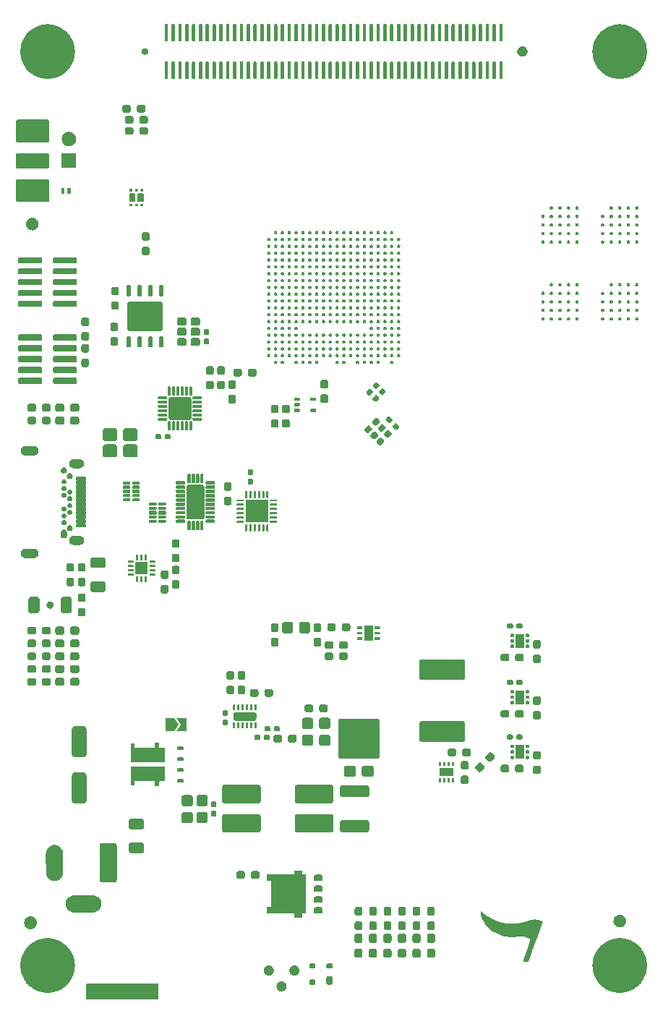
<source format=gts>
%TF.GenerationSoftware,KiCad,Pcbnew,8.0.3*%
%TF.CreationDate,2024-06-13T08:31:57-07:00*%
%TF.ProjectId,squishy-main,73717569-7368-4792-9d6d-61696e2e6b69,2*%
%TF.SameCoordinates,PXb3c4820PY930e7c0*%
%TF.FileFunction,Soldermask,Top*%
%TF.FilePolarity,Negative*%
%FSLAX46Y46*%
G04 Gerber Fmt 4.6, Leading zero omitted, Abs format (unit mm)*
G04 Created by KiCad (PCBNEW 8.0.3) date 2024-06-13 08:31:57*
%MOMM*%
%LPD*%
G01*
G04 APERTURE LIST*
G04 APERTURE END LIST*
G36*
X-58197096Y1904521D02*
G01*
X-58126353Y1890449D01*
X-58117413Y1886746D01*
X-58059078Y1847767D01*
X-58052234Y1840923D01*
X-58013255Y1782588D01*
X-58009552Y1773648D01*
X-57995480Y1702905D01*
X-57995000Y1698037D01*
X-57995000Y201964D01*
X-57995480Y197096D01*
X-58009552Y126353D01*
X-58013255Y117413D01*
X-58052234Y59078D01*
X-58059078Y52234D01*
X-58117413Y13255D01*
X-58126353Y9552D01*
X-58197096Y-4520D01*
X-58201963Y-5000D01*
X-66298037Y-5000D01*
X-66302905Y-4520D01*
X-66373648Y9552D01*
X-66382588Y13255D01*
X-66440923Y52234D01*
X-66447767Y59078D01*
X-66486746Y117413D01*
X-66490449Y126353D01*
X-66504521Y197096D01*
X-66505000Y201964D01*
X-66505000Y1698037D01*
X-66504521Y1702905D01*
X-66490449Y1773648D01*
X-66486746Y1782588D01*
X-66447767Y1840923D01*
X-66440923Y1847767D01*
X-66382588Y1886746D01*
X-66373648Y1890449D01*
X-66302905Y1904521D01*
X-66298037Y1905000D01*
X-58201963Y1905000D01*
X-58197096Y1904521D01*
G37*
G36*
X-70915383Y7195248D02*
G01*
X-70826763Y7195248D01*
X-70732137Y7184958D01*
X-70641714Y7179879D01*
X-70563948Y7166666D01*
X-70482305Y7157787D01*
X-70382868Y7135900D01*
X-70287933Y7119769D01*
X-70217810Y7099568D01*
X-70143922Y7083303D01*
X-70041096Y7048657D01*
X-69943107Y7020427D01*
X-69881171Y6994773D01*
X-69815580Y6972672D01*
X-69710934Y6924257D01*
X-69611572Y6883100D01*
X-69558115Y6853556D01*
X-69501121Y6827187D01*
X-69396399Y6764178D01*
X-69297497Y6709517D01*
X-69252571Y6677640D01*
X-69204234Y6648557D01*
X-69101289Y6570300D01*
X-69004833Y6501861D01*
X-68968235Y6469155D01*
X-68928401Y6438874D01*
X-68829205Y6344910D01*
X-68737258Y6262742D01*
X-68708566Y6230636D01*
X-68676861Y6200603D01*
X-68583441Y6090620D01*
X-68498139Y5995167D01*
X-68476715Y5964972D01*
X-68452549Y5936522D01*
X-68366959Y5810285D01*
X-68290483Y5702503D01*
X-68275502Y5675397D01*
X-68258109Y5649744D01*
X-68182406Y5506952D01*
X-68116900Y5388428D01*
X-68107367Y5365412D01*
X-68095811Y5343616D01*
X-68031993Y5183445D01*
X-67979573Y5056893D01*
X-67974360Y5038798D01*
X-67967567Y5021749D01*
X-67917542Y4841575D01*
X-67880231Y4712067D01*
X-67878099Y4699517D01*
X-67874871Y4687892D01*
X-67840466Y4478024D01*
X-67820121Y4358286D01*
X-67819749Y4351656D01*
X-67818817Y4345973D01*
X-67801708Y4030398D01*
X-67800000Y4000000D01*
X-67801708Y3969600D01*
X-67818817Y3654028D01*
X-67819749Y3648346D01*
X-67820121Y3641714D01*
X-67840470Y3521950D01*
X-67874871Y3312109D01*
X-67878099Y3300486D01*
X-67880231Y3287933D01*
X-67917549Y3158399D01*
X-67967567Y2978252D01*
X-67974359Y2961206D01*
X-67979573Y2943107D01*
X-68032003Y2816531D01*
X-68095811Y2656385D01*
X-68107365Y2634593D01*
X-68116900Y2611572D01*
X-68182419Y2493025D01*
X-68258109Y2350257D01*
X-68275499Y2324610D01*
X-68290483Y2297497D01*
X-68366974Y2189694D01*
X-68452549Y2063479D01*
X-68476710Y2035035D01*
X-68498139Y2004833D01*
X-68583458Y1909362D01*
X-68676861Y1799398D01*
X-68708561Y1769372D01*
X-68737258Y1737258D01*
X-68829223Y1655074D01*
X-68928401Y1561127D01*
X-68968228Y1530853D01*
X-69004833Y1498139D01*
X-69101308Y1429687D01*
X-69204234Y1351444D01*
X-69252561Y1322367D01*
X-69297497Y1290483D01*
X-69396419Y1235812D01*
X-69501121Y1172814D01*
X-69558104Y1146451D01*
X-69611572Y1116900D01*
X-69710954Y1075735D01*
X-69815580Y1027329D01*
X-69881158Y1005234D01*
X-69943107Y979573D01*
X-70041116Y951338D01*
X-70143922Y916698D01*
X-70217796Y900438D01*
X-70287933Y880231D01*
X-70382888Y864098D01*
X-70482305Y842214D01*
X-70563936Y833337D01*
X-70641714Y820121D01*
X-70732142Y815043D01*
X-70826763Y804752D01*
X-70915383Y804752D01*
X-71000000Y800000D01*
X-71084617Y804752D01*
X-71173237Y804752D01*
X-71267859Y815043D01*
X-71358286Y820121D01*
X-71436064Y833336D01*
X-71517696Y842214D01*
X-71617117Y864099D01*
X-71712067Y880231D01*
X-71782202Y900437D01*
X-71856079Y916698D01*
X-71958891Y951340D01*
X-72056893Y979573D01*
X-72118838Y1005232D01*
X-72184421Y1027329D01*
X-72289056Y1075739D01*
X-72388428Y1116900D01*
X-72441892Y1146448D01*
X-72498880Y1172814D01*
X-72603594Y1235818D01*
X-72702503Y1290483D01*
X-72747434Y1322363D01*
X-72795767Y1351444D01*
X-72898708Y1429698D01*
X-72995167Y1498139D01*
X-73031768Y1530847D01*
X-73071600Y1561127D01*
X-73170795Y1655090D01*
X-73262742Y1737258D01*
X-73291435Y1769365D01*
X-73323140Y1799398D01*
X-73416563Y1909384D01*
X-73501861Y2004833D01*
X-73523286Y2035028D01*
X-73547452Y2063479D01*
X-73633050Y2189726D01*
X-73709517Y2297497D01*
X-73724497Y2324602D01*
X-73741892Y2350257D01*
X-73817606Y2493070D01*
X-73883100Y2611572D01*
X-73892633Y2634585D01*
X-73904190Y2656385D01*
X-73968024Y2816595D01*
X-74020427Y2943107D01*
X-74025639Y2961197D01*
X-74032434Y2978252D01*
X-74082479Y3158495D01*
X-74119769Y3287933D01*
X-74121901Y3300477D01*
X-74125130Y3312109D01*
X-74159559Y3522118D01*
X-74179879Y3641714D01*
X-74180251Y3648337D01*
X-74181184Y3654028D01*
X-74198322Y3970116D01*
X-74200000Y4000000D01*
X-74198322Y4029883D01*
X-74181184Y4345973D01*
X-74180251Y4351666D01*
X-74179879Y4358286D01*
X-74159564Y4477856D01*
X-74125130Y4687892D01*
X-74121900Y4699526D01*
X-74119769Y4712067D01*
X-74082487Y4841480D01*
X-74032434Y5021749D01*
X-74025638Y5038807D01*
X-74020427Y5056893D01*
X-73968034Y5183381D01*
X-73904190Y5343616D01*
X-73892631Y5365421D01*
X-73883100Y5388428D01*
X-73817619Y5506908D01*
X-73741892Y5649744D01*
X-73724494Y5675405D01*
X-73709517Y5702503D01*
X-73633065Y5810253D01*
X-73547452Y5936522D01*
X-73523281Y5964979D01*
X-73501861Y5995167D01*
X-73416580Y6090598D01*
X-73323140Y6200603D01*
X-73291429Y6230642D01*
X-73262742Y6262742D01*
X-73170814Y6344895D01*
X-73071600Y6438874D01*
X-73031760Y6469160D01*
X-72995167Y6501861D01*
X-72898727Y6570289D01*
X-72795767Y6648557D01*
X-72747425Y6677644D01*
X-72702503Y6709517D01*
X-72603615Y6764171D01*
X-72498880Y6827187D01*
X-72441880Y6853559D01*
X-72388428Y6883100D01*
X-72289077Y6924253D01*
X-72184421Y6972672D01*
X-72118825Y6994774D01*
X-72056893Y7020427D01*
X-71958912Y7048655D01*
X-71856079Y7083303D01*
X-71782187Y7099568D01*
X-71712067Y7119769D01*
X-71617137Y7135899D01*
X-71517696Y7157787D01*
X-71436052Y7166667D01*
X-71358286Y7179879D01*
X-71267865Y7184958D01*
X-71173237Y7195248D01*
X-71084617Y7195248D01*
X-71000000Y7200000D01*
X-70915383Y7195248D01*
G37*
G36*
X-3915383Y7195248D02*
G01*
X-3826763Y7195248D01*
X-3732137Y7184958D01*
X-3641714Y7179879D01*
X-3563948Y7166666D01*
X-3482305Y7157787D01*
X-3382868Y7135900D01*
X-3287933Y7119769D01*
X-3217810Y7099568D01*
X-3143922Y7083303D01*
X-3041096Y7048657D01*
X-2943107Y7020427D01*
X-2881171Y6994773D01*
X-2815580Y6972672D01*
X-2710934Y6924257D01*
X-2611572Y6883100D01*
X-2558115Y6853556D01*
X-2501121Y6827187D01*
X-2396399Y6764178D01*
X-2297497Y6709517D01*
X-2252571Y6677640D01*
X-2204234Y6648557D01*
X-2101289Y6570300D01*
X-2004833Y6501861D01*
X-1968235Y6469155D01*
X-1928401Y6438874D01*
X-1829205Y6344910D01*
X-1737258Y6262742D01*
X-1708566Y6230636D01*
X-1676861Y6200603D01*
X-1583441Y6090620D01*
X-1498139Y5995167D01*
X-1476715Y5964972D01*
X-1452549Y5936522D01*
X-1366959Y5810285D01*
X-1290483Y5702503D01*
X-1275502Y5675397D01*
X-1258109Y5649744D01*
X-1182406Y5506952D01*
X-1116900Y5388428D01*
X-1107367Y5365412D01*
X-1095811Y5343616D01*
X-1031993Y5183445D01*
X-979573Y5056893D01*
X-974360Y5038798D01*
X-967567Y5021749D01*
X-917542Y4841575D01*
X-880231Y4712067D01*
X-878099Y4699517D01*
X-874871Y4687892D01*
X-840466Y4478024D01*
X-820121Y4358286D01*
X-819749Y4351656D01*
X-818817Y4345973D01*
X-801708Y4030398D01*
X-800000Y4000000D01*
X-801708Y3969600D01*
X-818817Y3654028D01*
X-819749Y3648346D01*
X-820121Y3641714D01*
X-840470Y3521950D01*
X-874871Y3312109D01*
X-878099Y3300486D01*
X-880231Y3287933D01*
X-917549Y3158399D01*
X-967567Y2978252D01*
X-974359Y2961206D01*
X-979573Y2943107D01*
X-1032003Y2816531D01*
X-1095811Y2656385D01*
X-1107365Y2634593D01*
X-1116900Y2611572D01*
X-1182419Y2493025D01*
X-1258109Y2350257D01*
X-1275499Y2324610D01*
X-1290483Y2297497D01*
X-1366974Y2189694D01*
X-1452549Y2063479D01*
X-1476710Y2035035D01*
X-1498139Y2004833D01*
X-1583458Y1909362D01*
X-1676861Y1799398D01*
X-1708561Y1769372D01*
X-1737258Y1737258D01*
X-1829223Y1655074D01*
X-1928401Y1561127D01*
X-1968228Y1530853D01*
X-2004833Y1498139D01*
X-2101308Y1429687D01*
X-2204234Y1351444D01*
X-2252561Y1322367D01*
X-2297497Y1290483D01*
X-2396419Y1235812D01*
X-2501121Y1172814D01*
X-2558104Y1146451D01*
X-2611572Y1116900D01*
X-2710954Y1075735D01*
X-2815580Y1027329D01*
X-2881158Y1005234D01*
X-2943107Y979573D01*
X-3041116Y951338D01*
X-3143922Y916698D01*
X-3217796Y900438D01*
X-3287933Y880231D01*
X-3382888Y864098D01*
X-3482305Y842214D01*
X-3563936Y833337D01*
X-3641714Y820121D01*
X-3732142Y815043D01*
X-3826763Y804752D01*
X-3915383Y804752D01*
X-4000000Y800000D01*
X-4084617Y804752D01*
X-4173237Y804752D01*
X-4267859Y815043D01*
X-4358286Y820121D01*
X-4436064Y833336D01*
X-4517696Y842214D01*
X-4617117Y864099D01*
X-4712067Y880231D01*
X-4782202Y900437D01*
X-4856079Y916698D01*
X-4958891Y951340D01*
X-5056893Y979573D01*
X-5118838Y1005232D01*
X-5184421Y1027329D01*
X-5289056Y1075739D01*
X-5388428Y1116900D01*
X-5441892Y1146448D01*
X-5498880Y1172814D01*
X-5603594Y1235818D01*
X-5702503Y1290483D01*
X-5747434Y1322363D01*
X-5795767Y1351444D01*
X-5898708Y1429698D01*
X-5995167Y1498139D01*
X-6031768Y1530847D01*
X-6071600Y1561127D01*
X-6170795Y1655090D01*
X-6262742Y1737258D01*
X-6291435Y1769365D01*
X-6323140Y1799398D01*
X-6416563Y1909384D01*
X-6501861Y2004833D01*
X-6523286Y2035028D01*
X-6547452Y2063479D01*
X-6633050Y2189726D01*
X-6709517Y2297497D01*
X-6724497Y2324602D01*
X-6741892Y2350257D01*
X-6817606Y2493070D01*
X-6883100Y2611572D01*
X-6892633Y2634585D01*
X-6904190Y2656385D01*
X-6968024Y2816595D01*
X-7020427Y2943107D01*
X-7025639Y2961197D01*
X-7032434Y2978252D01*
X-7082479Y3158495D01*
X-7119769Y3287933D01*
X-7121901Y3300477D01*
X-7125130Y3312109D01*
X-7159559Y3522118D01*
X-7179879Y3641714D01*
X-7180251Y3648337D01*
X-7181184Y3654028D01*
X-7198322Y3970116D01*
X-7200000Y4000000D01*
X-7198322Y4029883D01*
X-7181184Y4345973D01*
X-7180251Y4351666D01*
X-7179879Y4358286D01*
X-7159564Y4477856D01*
X-7125130Y4687892D01*
X-7121900Y4699526D01*
X-7119769Y4712067D01*
X-7082487Y4841480D01*
X-7032434Y5021749D01*
X-7025638Y5038807D01*
X-7020427Y5056893D01*
X-6968034Y5183381D01*
X-6904190Y5343616D01*
X-6892631Y5365421D01*
X-6883100Y5388428D01*
X-6817619Y5506908D01*
X-6741892Y5649744D01*
X-6724494Y5675405D01*
X-6709517Y5702503D01*
X-6633065Y5810253D01*
X-6547452Y5936522D01*
X-6523281Y5964979D01*
X-6501861Y5995167D01*
X-6416580Y6090598D01*
X-6323140Y6200603D01*
X-6291429Y6230642D01*
X-6262742Y6262742D01*
X-6170814Y6344895D01*
X-6071600Y6438874D01*
X-6031760Y6469160D01*
X-5995167Y6501861D01*
X-5898727Y6570289D01*
X-5795767Y6648557D01*
X-5747425Y6677644D01*
X-5702503Y6709517D01*
X-5603615Y6764171D01*
X-5498880Y6827187D01*
X-5441880Y6853559D01*
X-5388428Y6883100D01*
X-5289077Y6924253D01*
X-5184421Y6972672D01*
X-5118825Y6994774D01*
X-5056893Y7020427D01*
X-4958912Y7048655D01*
X-4856079Y7083303D01*
X-4782187Y7099568D01*
X-4712067Y7119769D01*
X-4617137Y7135899D01*
X-4517696Y7157787D01*
X-4436052Y7166667D01*
X-4358286Y7179879D01*
X-4267865Y7184958D01*
X-4173237Y7195248D01*
X-4084617Y7195248D01*
X-4000000Y7200000D01*
X-3915383Y7195248D01*
G37*
G36*
X-43564559Y2145334D02*
G01*
X-43527716Y2145334D01*
X-43485472Y2134922D01*
X-43444709Y2129555D01*
X-43416806Y2117998D01*
X-43387338Y2110734D01*
X-43342658Y2087285D01*
X-43300000Y2069615D01*
X-43280540Y2054683D01*
X-43259330Y2043551D01*
X-43215967Y2005134D01*
X-43175736Y1974264D01*
X-43164302Y1959363D01*
X-43151115Y1947680D01*
X-43113302Y1892898D01*
X-43080385Y1850000D01*
X-43075424Y1838023D01*
X-43068987Y1828697D01*
X-43041064Y1755070D01*
X-43020445Y1705291D01*
X-43019520Y1698263D01*
X-43017720Y1693517D01*
X-43003782Y1578726D01*
X-43000000Y1550000D01*
X-43003783Y1521273D01*
X-43017720Y1406484D01*
X-43019520Y1401740D01*
X-43020445Y1394709D01*
X-43041069Y1344920D01*
X-43068987Y1271304D01*
X-43075423Y1261981D01*
X-43080385Y1250000D01*
X-43113309Y1207094D01*
X-43151115Y1152321D01*
X-43164300Y1140641D01*
X-43175736Y1125736D01*
X-43215975Y1094860D01*
X-43259330Y1056450D01*
X-43280536Y1045321D01*
X-43300000Y1030385D01*
X-43342667Y1012712D01*
X-43387338Y989267D01*
X-43416801Y982005D01*
X-43444709Y970445D01*
X-43485474Y965079D01*
X-43527716Y954666D01*
X-43564559Y954666D01*
X-43600000Y950000D01*
X-43635441Y954666D01*
X-43672284Y954666D01*
X-43714528Y965079D01*
X-43755291Y970445D01*
X-43783199Y982005D01*
X-43812663Y989267D01*
X-43857338Y1012714D01*
X-43900000Y1030385D01*
X-43919463Y1045319D01*
X-43940671Y1056450D01*
X-43984033Y1094866D01*
X-44024264Y1125736D01*
X-44035699Y1140638D01*
X-44048886Y1152321D01*
X-44086702Y1207107D01*
X-44119615Y1250000D01*
X-44124576Y1261977D01*
X-44131014Y1271304D01*
X-44158944Y1344949D01*
X-44179555Y1394709D01*
X-44180481Y1401736D01*
X-44182281Y1406484D01*
X-44196231Y1521371D01*
X-44200000Y1550000D01*
X-44196232Y1578628D01*
X-44182281Y1693517D01*
X-44180480Y1698267D01*
X-44179555Y1705291D01*
X-44158949Y1755041D01*
X-44131014Y1828697D01*
X-44124575Y1838026D01*
X-44119615Y1850000D01*
X-44086709Y1892885D01*
X-44048886Y1947680D01*
X-44035697Y1959366D01*
X-44024264Y1974264D01*
X-43984042Y2005128D01*
X-43940671Y2043551D01*
X-43919459Y2054685D01*
X-43900000Y2069615D01*
X-43857347Y2087283D01*
X-43812663Y2110734D01*
X-43783194Y2117998D01*
X-43755291Y2129555D01*
X-43714530Y2134922D01*
X-43672284Y2145334D01*
X-43635441Y2145334D01*
X-43600000Y2150000D01*
X-43564559Y2145334D01*
G37*
G36*
X-39742597Y2338582D02*
G01*
X-39693934Y2306066D01*
X-39661418Y2257403D01*
X-39650000Y2200000D01*
X-39650000Y1900000D01*
X-39661418Y1842597D01*
X-39693934Y1793934D01*
X-39742597Y1761418D01*
X-39800000Y1750000D01*
X-40200000Y1750000D01*
X-40257403Y1761418D01*
X-40306066Y1793934D01*
X-40338582Y1842597D01*
X-40350000Y1900000D01*
X-40350000Y2200000D01*
X-40338582Y2257403D01*
X-40306066Y2306066D01*
X-40257403Y2338582D01*
X-40200000Y2350000D01*
X-39800000Y2350000D01*
X-39742597Y2338582D01*
G37*
G36*
X-37758030Y2736679D02*
G01*
X-37701256Y2698744D01*
X-37663321Y2641970D01*
X-37650000Y2575000D01*
X-37650000Y1925000D01*
X-37663321Y1858030D01*
X-37701256Y1801256D01*
X-37758030Y1763321D01*
X-37825000Y1750000D01*
X-38175000Y1750000D01*
X-38241970Y1763321D01*
X-38298744Y1801256D01*
X-38336679Y1858030D01*
X-38350000Y1925000D01*
X-38350000Y2575000D01*
X-38336679Y2641970D01*
X-38298744Y2698744D01*
X-38241970Y2736679D01*
X-38175000Y2750000D01*
X-37825000Y2750000D01*
X-37758030Y2736679D01*
G37*
G36*
X-45064559Y3995334D02*
G01*
X-45027716Y3995334D01*
X-44985472Y3984922D01*
X-44944709Y3979555D01*
X-44916806Y3967998D01*
X-44887338Y3960734D01*
X-44842658Y3937285D01*
X-44800000Y3919615D01*
X-44780540Y3904683D01*
X-44759330Y3893551D01*
X-44715967Y3855134D01*
X-44675736Y3824264D01*
X-44664302Y3809363D01*
X-44651115Y3797680D01*
X-44613302Y3742898D01*
X-44580385Y3700000D01*
X-44575424Y3688023D01*
X-44568987Y3678697D01*
X-44541064Y3605070D01*
X-44520445Y3555291D01*
X-44519520Y3548263D01*
X-44517720Y3543517D01*
X-44503782Y3428726D01*
X-44500000Y3400000D01*
X-44503783Y3371273D01*
X-44517720Y3256484D01*
X-44519520Y3251740D01*
X-44520445Y3244709D01*
X-44541069Y3194920D01*
X-44568987Y3121304D01*
X-44575423Y3111981D01*
X-44580385Y3100000D01*
X-44613309Y3057094D01*
X-44651115Y3002321D01*
X-44664300Y2990641D01*
X-44675736Y2975736D01*
X-44715975Y2944860D01*
X-44759330Y2906450D01*
X-44780536Y2895321D01*
X-44800000Y2880385D01*
X-44842667Y2862712D01*
X-44887338Y2839267D01*
X-44916801Y2832005D01*
X-44944709Y2820445D01*
X-44985474Y2815079D01*
X-45027716Y2804666D01*
X-45064559Y2804666D01*
X-45100000Y2800000D01*
X-45135441Y2804666D01*
X-45172284Y2804666D01*
X-45214528Y2815079D01*
X-45255291Y2820445D01*
X-45283199Y2832005D01*
X-45312663Y2839267D01*
X-45357338Y2862714D01*
X-45400000Y2880385D01*
X-45419463Y2895319D01*
X-45440671Y2906450D01*
X-45484033Y2944866D01*
X-45524264Y2975736D01*
X-45535699Y2990638D01*
X-45548886Y3002321D01*
X-45586702Y3057107D01*
X-45619615Y3100000D01*
X-45624576Y3111977D01*
X-45631014Y3121304D01*
X-45658944Y3194949D01*
X-45679555Y3244709D01*
X-45680481Y3251736D01*
X-45682281Y3256484D01*
X-45696231Y3371371D01*
X-45700000Y3400000D01*
X-45696232Y3428628D01*
X-45682281Y3543517D01*
X-45680480Y3548267D01*
X-45679555Y3555291D01*
X-45658949Y3605041D01*
X-45631014Y3678697D01*
X-45624575Y3688026D01*
X-45619615Y3700000D01*
X-45586709Y3742885D01*
X-45548886Y3797680D01*
X-45535697Y3809366D01*
X-45524264Y3824264D01*
X-45484042Y3855128D01*
X-45440671Y3893551D01*
X-45419459Y3904685D01*
X-45400000Y3919615D01*
X-45357347Y3937283D01*
X-45312663Y3960734D01*
X-45283194Y3967998D01*
X-45255291Y3979555D01*
X-45214530Y3984922D01*
X-45172284Y3995334D01*
X-45135441Y3995334D01*
X-45100000Y4000000D01*
X-45064559Y3995334D01*
G37*
G36*
X-42064559Y3995334D02*
G01*
X-42027716Y3995334D01*
X-41985472Y3984922D01*
X-41944709Y3979555D01*
X-41916806Y3967998D01*
X-41887338Y3960734D01*
X-41842658Y3937285D01*
X-41800000Y3919615D01*
X-41780540Y3904683D01*
X-41759330Y3893551D01*
X-41715967Y3855134D01*
X-41675736Y3824264D01*
X-41664302Y3809363D01*
X-41651115Y3797680D01*
X-41613302Y3742898D01*
X-41580385Y3700000D01*
X-41575424Y3688023D01*
X-41568987Y3678697D01*
X-41541064Y3605070D01*
X-41520445Y3555291D01*
X-41519520Y3548263D01*
X-41517720Y3543517D01*
X-41503782Y3428726D01*
X-41500000Y3400000D01*
X-41503783Y3371273D01*
X-41517720Y3256484D01*
X-41519520Y3251740D01*
X-41520445Y3244709D01*
X-41541069Y3194920D01*
X-41568987Y3121304D01*
X-41575423Y3111981D01*
X-41580385Y3100000D01*
X-41613309Y3057094D01*
X-41651115Y3002321D01*
X-41664300Y2990641D01*
X-41675736Y2975736D01*
X-41715975Y2944860D01*
X-41759330Y2906450D01*
X-41780536Y2895321D01*
X-41800000Y2880385D01*
X-41842667Y2862712D01*
X-41887338Y2839267D01*
X-41916801Y2832005D01*
X-41944709Y2820445D01*
X-41985474Y2815079D01*
X-42027716Y2804666D01*
X-42064559Y2804666D01*
X-42100000Y2800000D01*
X-42135441Y2804666D01*
X-42172284Y2804666D01*
X-42214528Y2815079D01*
X-42255291Y2820445D01*
X-42283199Y2832005D01*
X-42312663Y2839267D01*
X-42357338Y2862714D01*
X-42400000Y2880385D01*
X-42419463Y2895319D01*
X-42440671Y2906450D01*
X-42484033Y2944866D01*
X-42524264Y2975736D01*
X-42535699Y2990638D01*
X-42548886Y3002321D01*
X-42586702Y3057107D01*
X-42619615Y3100000D01*
X-42624576Y3111977D01*
X-42631014Y3121304D01*
X-42658944Y3194949D01*
X-42679555Y3244709D01*
X-42680481Y3251736D01*
X-42682281Y3256484D01*
X-42696231Y3371371D01*
X-42700000Y3400000D01*
X-42696232Y3428628D01*
X-42682281Y3543517D01*
X-42680480Y3548267D01*
X-42679555Y3555291D01*
X-42658949Y3605041D01*
X-42631014Y3678697D01*
X-42624575Y3688026D01*
X-42619615Y3700000D01*
X-42586709Y3742885D01*
X-42548886Y3797680D01*
X-42535697Y3809366D01*
X-42524264Y3824264D01*
X-42484042Y3855128D01*
X-42440671Y3893551D01*
X-42419459Y3904685D01*
X-42400000Y3919615D01*
X-42357347Y3937283D01*
X-42312663Y3960734D01*
X-42283194Y3967998D01*
X-42255291Y3979555D01*
X-42214530Y3984922D01*
X-42172284Y3995334D01*
X-42135441Y3995334D01*
X-42100000Y4000000D01*
X-42064559Y3995334D01*
G37*
G36*
X-39742597Y4238582D02*
G01*
X-39693934Y4206066D01*
X-39661418Y4157403D01*
X-39650000Y4100000D01*
X-39650000Y3800000D01*
X-39661418Y3742597D01*
X-39693934Y3693934D01*
X-39742597Y3661418D01*
X-39800000Y3650000D01*
X-40200000Y3650000D01*
X-40257403Y3661418D01*
X-40306066Y3693934D01*
X-40338582Y3742597D01*
X-40350000Y3800000D01*
X-40350000Y4100000D01*
X-40338582Y4157403D01*
X-40306066Y4206066D01*
X-40257403Y4238582D01*
X-40200000Y4250000D01*
X-39800000Y4250000D01*
X-39742597Y4238582D01*
G37*
G36*
X-37742597Y4238582D02*
G01*
X-37693934Y4206066D01*
X-37661418Y4157403D01*
X-37650000Y4100000D01*
X-37650000Y3800000D01*
X-37661418Y3742597D01*
X-37693934Y3693934D01*
X-37742597Y3661418D01*
X-37800000Y3650000D01*
X-38200000Y3650000D01*
X-38257403Y3661418D01*
X-38306066Y3693934D01*
X-38338582Y3742597D01*
X-38350000Y3800000D01*
X-38350000Y4100000D01*
X-38338582Y4157403D01*
X-38306066Y4206066D01*
X-38257403Y4238582D01*
X-38200000Y4250000D01*
X-37800000Y4250000D01*
X-37742597Y4238582D01*
G37*
G36*
X-20289901Y10365965D02*
G01*
X-20275385Y10355633D01*
X-20275116Y10355434D01*
X-20274890Y10355261D01*
X-20274865Y10355243D01*
X-20265355Y10347983D01*
X-20265253Y10347904D01*
X-20265213Y10347873D01*
X-20265094Y10347781D01*
X-20246365Y10333030D01*
X-20246365Y10333031D01*
X-20246271Y10332956D01*
X-20220927Y10312773D01*
X-20220771Y10312648D01*
X-20190332Y10288243D01*
X-20190193Y10288132D01*
X-20158392Y10262495D01*
X-19999703Y10137753D01*
X-19848665Y10025110D01*
X-19834544Y10014579D01*
X-19666633Y9895622D01*
X-19499891Y9783683D01*
X-19456306Y9755857D01*
X-19389377Y9713128D01*
X-19155303Y9573475D01*
X-19148150Y9569609D01*
X-18922616Y9447717D01*
X-18921812Y9447306D01*
X-18853449Y9414254D01*
X-18689805Y9335136D01*
X-18689009Y9334775D01*
X-18456710Y9235789D01*
X-18455791Y9235424D01*
X-18222532Y9149385D01*
X-18221611Y9149071D01*
X-17986685Y9075738D01*
X-17985724Y9075466D01*
X-17748548Y9014638D01*
X-17747560Y9014412D01*
X-17507435Y8965857D01*
X-17506486Y8965689D01*
X-17394189Y8948873D01*
X-17262716Y8929186D01*
X-17261733Y8929063D01*
X-17075382Y8910537D01*
X-17013139Y8904349D01*
X-16972298Y8901471D01*
X-16964459Y8900918D01*
X-16944540Y8899900D01*
X-16916879Y8898485D01*
X-16863281Y8896763D01*
X-16858110Y8896596D01*
X-16836311Y8896160D01*
X-16790773Y8895250D01*
X-16766697Y8894986D01*
X-16717846Y8894451D01*
X-16644050Y8894204D01*
X-16641834Y8894197D01*
X-16565598Y8894486D01*
X-16491931Y8895320D01*
X-16488110Y8895397D01*
X-16423531Y8896697D01*
X-16363152Y8898614D01*
X-16348568Y8899335D01*
X-16313917Y8901049D01*
X-16217122Y8908092D01*
X-16181945Y8911229D01*
X-16112396Y8917431D01*
X-16098380Y8918879D01*
X-16005169Y8928506D01*
X-15900949Y8940750D01*
X-15807807Y8953227D01*
X-15716244Y8967027D01*
X-15629880Y8981442D01*
X-15546889Y8996931D01*
X-15465009Y9014030D01*
X-15463375Y9014409D01*
X-15382346Y9033201D01*
X-15352102Y9040891D01*
X-15296683Y9054983D01*
X-15238418Y9070972D01*
X-15206195Y9079815D01*
X-15108516Y9108283D01*
X-15060633Y9122888D01*
X-15001925Y9140794D01*
X-14890920Y9175751D01*
X-14793158Y9206719D01*
X-14793159Y9206720D01*
X-14793113Y9206734D01*
X-14706993Y9233564D01*
X-14706993Y9233565D01*
X-14706928Y9233585D01*
X-14706927Y9233584D01*
X-14630850Y9256717D01*
X-14630582Y9256798D01*
X-14563406Y9276537D01*
X-14563206Y9276595D01*
X-14563161Y9276608D01*
X-14563043Y9276642D01*
X-14563027Y9276647D01*
X-14562866Y9276693D01*
X-14502532Y9293621D01*
X-14502403Y9293657D01*
X-14502357Y9293669D01*
X-14502210Y9293709D01*
X-14502161Y9293723D01*
X-14501977Y9293772D01*
X-14447095Y9308270D01*
X-14446926Y9308314D01*
X-14446870Y9308328D01*
X-14446697Y9308372D01*
X-14446675Y9308378D01*
X-14446567Y9308405D01*
X-14395275Y9320979D01*
X-14395215Y9320994D01*
X-14395138Y9321012D01*
X-14394950Y9321056D01*
X-14394904Y9321067D01*
X-14394744Y9321104D01*
X-14345858Y9332094D01*
X-14345694Y9332130D01*
X-14345606Y9332149D01*
X-14345420Y9332190D01*
X-14345227Y9332230D01*
X-14345155Y9332245D01*
X-14296869Y9342136D01*
X-14296860Y9342138D01*
X-14296727Y9342165D01*
X-14296578Y9342194D01*
X-14258908Y9349317D01*
X-14258521Y9349382D01*
X-14258156Y9349437D01*
X-14258128Y9349441D01*
X-14116581Y9370493D01*
X-14116572Y9370495D01*
X-14115839Y9370603D01*
X-14115099Y9370685D01*
X-14114353Y9370740D01*
X-14114350Y9370740D01*
X-13978813Y9380676D01*
X-13978793Y9380677D01*
X-13977983Y9380736D01*
X-13977152Y9380763D01*
X-13976323Y9380755D01*
X-13976313Y9380755D01*
X-13844651Y9379439D01*
X-13844645Y9379439D01*
X-13843778Y9379430D01*
X-13842899Y9379382D01*
X-13842055Y9379299D01*
X-13842037Y9379298D01*
X-13712321Y9366541D01*
X-13712316Y9366541D01*
X-13711439Y9366454D01*
X-13710568Y9366329D01*
X-13709713Y9366168D01*
X-13709685Y9366164D01*
X-13580027Y9341751D01*
X-13579984Y9341741D01*
X-13579198Y9341593D01*
X-13578386Y9341405D01*
X-13545014Y9332190D01*
X-13446009Y9304852D01*
X-13445999Y9304849D01*
X-13445279Y9304650D01*
X-13444567Y9304425D01*
X-13443847Y9304167D01*
X-13443841Y9304165D01*
X-13311465Y9256717D01*
X-13307897Y9255438D01*
X-13307467Y9255272D01*
X-13307072Y9255110D01*
X-13307016Y9255088D01*
X-13252076Y9232492D01*
X-13251978Y9232451D01*
X-13251778Y9232368D01*
X-13251550Y9232271D01*
X-13251342Y9232180D01*
X-13251313Y9232167D01*
X-13204022Y9211331D01*
X-13203972Y9211308D01*
X-13203799Y9211232D01*
X-13203590Y9211137D01*
X-13203381Y9211039D01*
X-13203361Y9211030D01*
X-13183042Y9201514D01*
X-13156334Y9189005D01*
X-13156130Y9188907D01*
X-13112130Y9167074D01*
X-13111890Y9166951D01*
X-13111624Y9166810D01*
X-13111589Y9166792D01*
X-13083891Y9152103D01*
X-13073907Y9146808D01*
X-13073548Y9146607D01*
X-13073255Y9146436D01*
X-13073196Y9146403D01*
X-13044857Y9129847D01*
X-13044819Y9129823D01*
X-13044341Y9129544D01*
X-13043848Y9129237D01*
X-13033238Y9122182D01*
X-13032330Y9121501D01*
X-13031075Y9120443D01*
X-13029118Y9118220D01*
X-13028133Y9116694D01*
X-13026809Y9113597D01*
X-13026236Y9111201D01*
X-13025962Y9108924D01*
X-13025944Y9105255D01*
X-13026024Y9103947D01*
X-13026702Y9098604D01*
X-13026825Y9097859D01*
X-13028342Y9090441D01*
X-13028444Y9089995D01*
X-13028556Y9089554D01*
X-13028560Y9089534D01*
X-13030859Y9080433D01*
X-13030874Y9080380D01*
X-13030944Y9080100D01*
X-13031018Y9079821D01*
X-13034641Y9067047D01*
X-13034696Y9066863D01*
X-13039586Y9050807D01*
X-13039625Y9050680D01*
X-13045923Y9030942D01*
X-13045952Y9030852D01*
X-13053802Y9007030D01*
X-13053824Y9006966D01*
X-13063347Y8978716D01*
X-13063383Y8978609D01*
X-13074744Y8945468D01*
X-13074776Y8945377D01*
X-13088069Y8907075D01*
X-13088130Y8906900D01*
X-13103629Y8862666D01*
X-13121321Y8812537D01*
X-13121364Y8812416D01*
X-13141528Y8755602D01*
X-13164153Y8692140D01*
X-13164224Y8691941D01*
X-13164227Y8691931D01*
X-13170392Y8674699D01*
X-13189516Y8621240D01*
X-13189556Y8621132D01*
X-13189613Y8620971D01*
X-13189616Y8620962D01*
X-13217834Y8542303D01*
X-13217837Y8542297D01*
X-13249031Y8455536D01*
X-13249033Y8455530D01*
X-13283344Y8360265D01*
X-13283345Y8360261D01*
X-13320916Y8256091D01*
X-13320917Y8256088D01*
X-13361891Y8142611D01*
X-13361892Y8142608D01*
X-13406410Y8019422D01*
X-13406411Y8019420D01*
X-13454616Y7886124D01*
X-13454617Y7886124D01*
X-13506652Y7742313D01*
X-13562658Y7587590D01*
X-13562658Y7587589D01*
X-13622779Y7421551D01*
X-13686762Y7244888D01*
X-13686762Y7244886D01*
X-13733152Y7116815D01*
X-13755934Y7053919D01*
X-13829252Y6851523D01*
X-13849144Y6796614D01*
X-13864412Y6754467D01*
X-13927667Y6579857D01*
X-13989712Y6408589D01*
X-14050378Y6241128D01*
X-14109496Y6077939D01*
X-14166898Y5919489D01*
X-14222416Y5766242D01*
X-14275880Y5618665D01*
X-14327122Y5477222D01*
X-14375525Y5343616D01*
X-14375973Y5342381D01*
X-14422264Y5214605D01*
X-14465827Y5094362D01*
X-14506493Y4982116D01*
X-14544093Y4878333D01*
X-14578459Y4783479D01*
X-14609421Y4698020D01*
X-14636812Y4622421D01*
X-14636812Y4622420D01*
X-14660463Y4557146D01*
X-14680204Y4502663D01*
X-14695868Y4459438D01*
X-14707285Y4427935D01*
X-14707286Y4427934D01*
X-14707636Y4426969D01*
X-14707643Y4426949D01*
X-14713988Y4409444D01*
X-14713990Y4409443D01*
X-14714288Y4408619D01*
X-14714289Y4408616D01*
X-14716703Y4401964D01*
X-14721868Y4396316D01*
X-14722325Y4396116D01*
X-14730174Y4392913D01*
X-14732694Y4392251D01*
X-14751811Y4389826D01*
X-14752491Y4389764D01*
X-14780226Y4388158D01*
X-14780583Y4388143D01*
X-14814282Y4387398D01*
X-14814545Y4387396D01*
X-14851556Y4387552D01*
X-14851805Y4387556D01*
X-14889476Y4388654D01*
X-14889768Y4388667D01*
X-14925447Y4390749D01*
X-14925728Y4390769D01*
X-14941009Y4392095D01*
X-14941296Y4392124D01*
X-14995039Y4398352D01*
X-14995349Y4398393D01*
X-15049877Y4406447D01*
X-15050154Y4406492D01*
X-15103771Y4415953D01*
X-15104040Y4416004D01*
X-15155047Y4426454D01*
X-15155336Y4426518D01*
X-15155614Y4426584D01*
X-15155625Y4426586D01*
X-15201657Y4437447D01*
X-15201660Y4437448D01*
X-15202034Y4437536D01*
X-15202385Y4437626D01*
X-15243075Y4448796D01*
X-15243566Y4448944D01*
X-15276550Y4459846D01*
X-15277387Y4460165D01*
X-15300967Y4470380D01*
X-15302889Y4471480D01*
X-15304682Y4472789D01*
X-15310093Y4476740D01*
X-15310094Y4476741D01*
X-15315365Y4480590D01*
X-15319042Y4485780D01*
X-15320485Y4490567D01*
X-15320426Y4496530D01*
X-15318010Y4504001D01*
X-15317984Y4504081D01*
X-15311319Y4524114D01*
X-15311313Y4524131D01*
X-15300618Y4556082D01*
X-15300615Y4556090D01*
X-15286107Y4599313D01*
X-15286108Y4599314D01*
X-15267855Y4653605D01*
X-15267852Y4653617D01*
X-15246518Y4717010D01*
X-15222133Y4789416D01*
X-15222130Y4789425D01*
X-15221873Y4790185D01*
X-15221872Y4790186D01*
X-15194284Y4872056D01*
X-15194284Y4872058D01*
X-15163968Y4961978D01*
X-15163968Y4961979D01*
X-15161410Y4969563D01*
X-15131327Y5058762D01*
X-15131324Y5058772D01*
X-15131143Y5059306D01*
X-15131142Y5059307D01*
X-15096024Y5163394D01*
X-15096024Y5163395D01*
X-15058831Y5273600D01*
X-15058831Y5273601D01*
X-15019780Y5389278D01*
X-15019779Y5389278D01*
X-15019521Y5390041D01*
X-15019519Y5390049D01*
X-14979087Y5509785D01*
X-14936971Y5634474D01*
X-14893649Y5762702D01*
X-14892733Y5765413D01*
X-14889965Y5773604D01*
X-14865401Y5846327D01*
X-14846564Y5902095D01*
X-14804375Y6027098D01*
X-14787229Y6077939D01*
X-14763612Y6147967D01*
X-14744530Y6204595D01*
X-14724487Y6264072D01*
X-14687221Y6374755D01*
X-14675840Y6408589D01*
X-14652032Y6479371D01*
X-14619130Y6577285D01*
X-14588737Y6667845D01*
X-14561063Y6750416D01*
X-14536328Y6824343D01*
X-14514749Y6888985D01*
X-14496546Y6943684D01*
X-14481921Y6987832D01*
X-14471107Y7020739D01*
X-14471106Y7020743D01*
X-14466965Y7033579D01*
X-14473802Y7056564D01*
X-14478664Y7061095D01*
X-14480182Y7062324D01*
X-14499530Y7077987D01*
X-14519057Y7092486D01*
X-14537639Y7105363D01*
X-14545499Y7110325D01*
X-14555800Y7116828D01*
X-14556647Y7117333D01*
X-14568084Y7123754D01*
X-14576209Y7128315D01*
X-14577046Y7128759D01*
X-14600724Y7140615D01*
X-14630391Y7154166D01*
X-14638839Y7157787D01*
X-14667397Y7170028D01*
X-14713578Y7189059D01*
X-14713578Y7189060D01*
X-14759286Y7207491D01*
X-14759287Y7207492D01*
X-14770583Y7212047D01*
X-14770583Y7212046D01*
X-14783501Y7217216D01*
X-14883520Y7256723D01*
X-14972422Y7290641D01*
X-15051818Y7319367D01*
X-15123430Y7343341D01*
X-15188715Y7362913D01*
X-15192993Y7364013D01*
X-15248901Y7378388D01*
X-15249797Y7378597D01*
X-15306413Y7390407D01*
X-15307381Y7390585D01*
X-15362612Y7399273D01*
X-15363566Y7399400D01*
X-15406501Y7404013D01*
X-15419502Y7405409D01*
X-15445164Y7407027D01*
X-15477799Y7409084D01*
X-15514002Y7410065D01*
X-15539611Y7410759D01*
X-15574433Y7410964D01*
X-15603328Y7410595D01*
X-15639450Y7410132D01*
X-15668795Y7408874D01*
X-15701883Y7407455D01*
X-15764858Y7402637D01*
X-15831473Y7395375D01*
X-15904777Y7385373D01*
X-15987970Y7372304D01*
X-16009795Y7368670D01*
X-16009822Y7368665D01*
X-16079612Y7357242D01*
X-16079736Y7357223D01*
X-16141904Y7347852D01*
X-16142091Y7347825D01*
X-16199220Y7340313D01*
X-16199460Y7340285D01*
X-16254135Y7334437D01*
X-16254402Y7334412D01*
X-16309203Y7330032D01*
X-16309461Y7330015D01*
X-16366974Y7326911D01*
X-16367191Y7326901D01*
X-16429997Y7324877D01*
X-16430158Y7324873D01*
X-16500841Y7323736D01*
X-16500947Y7323735D01*
X-16582090Y7323289D01*
X-16582136Y7323289D01*
X-16613023Y7323261D01*
X-16613050Y7323261D01*
X-16690442Y7323401D01*
X-16690503Y7323401D01*
X-16756550Y7323924D01*
X-16756654Y7323926D01*
X-16756708Y7323927D01*
X-16756788Y7323928D01*
X-16813776Y7324970D01*
X-16813877Y7324973D01*
X-16813952Y7324974D01*
X-16814104Y7324978D01*
X-16865248Y7326692D01*
X-16865442Y7326700D01*
X-16913025Y7329222D01*
X-16913239Y7329236D01*
X-16959856Y7332708D01*
X-16960055Y7332724D01*
X-17008301Y7337287D01*
X-17008457Y7337303D01*
X-17060927Y7343099D01*
X-17061030Y7343111D01*
X-17120317Y7350282D01*
X-17120354Y7350287D01*
X-17130077Y7351500D01*
X-17130287Y7351528D01*
X-17169194Y7357223D01*
X-17255901Y7369915D01*
X-17255902Y7369916D01*
X-17256263Y7369968D01*
X-17256615Y7370026D01*
X-17390632Y7394552D01*
X-17390936Y7394613D01*
X-17528974Y7424317D01*
X-17529260Y7424383D01*
X-17667300Y7458358D01*
X-17667594Y7458435D01*
X-17667909Y7458523D01*
X-17667929Y7458528D01*
X-17801303Y7495687D01*
X-17801335Y7495697D01*
X-17801617Y7495775D01*
X-17801888Y7495855D01*
X-17888656Y7522698D01*
X-17889028Y7522821D01*
X-18102170Y7598023D01*
X-18102671Y7598215D01*
X-18308563Y7683524D01*
X-18309060Y7683746D01*
X-18507223Y7778800D01*
X-18507716Y7779053D01*
X-18697669Y7883490D01*
X-18698157Y7883777D01*
X-18879417Y7997235D01*
X-18879898Y7997556D01*
X-18880356Y7997881D01*
X-18880386Y7997901D01*
X-19051500Y8119329D01*
X-19051503Y8119332D01*
X-19051986Y8119674D01*
X-19052460Y8120031D01*
X-19180987Y8223223D01*
X-19214432Y8250075D01*
X-19214438Y8250080D01*
X-19214895Y8250447D01*
X-19215358Y8250843D01*
X-19367659Y8389194D01*
X-19368110Y8389630D01*
X-19391600Y8413823D01*
X-19509334Y8535081D01*
X-19509337Y8535085D01*
X-19509795Y8535556D01*
X-19510229Y8536033D01*
X-19640819Y8689171D01*
X-19641233Y8689691D01*
X-19641628Y8690222D01*
X-19641636Y8690232D01*
X-19759859Y8849158D01*
X-19759867Y8849170D01*
X-19760246Y8849679D01*
X-19760626Y8850227D01*
X-19776414Y8874699D01*
X-19822009Y8945377D01*
X-19862112Y9007540D01*
X-19862377Y9007974D01*
X-19867011Y9016028D01*
X-19883326Y9044385D01*
X-19883347Y9044423D01*
X-19883448Y9044598D01*
X-19883555Y9044789D01*
X-19883650Y9044962D01*
X-19883686Y9045027D01*
X-19909191Y9091696D01*
X-19909370Y9092029D01*
X-19938459Y9146993D01*
X-19938477Y9147027D01*
X-19938510Y9147090D01*
X-19938554Y9147176D01*
X-19970087Y9208171D01*
X-19970123Y9208240D01*
X-20002857Y9272793D01*
X-20002889Y9272857D01*
X-20020596Y9308405D01*
X-20035612Y9338550D01*
X-20035631Y9338587D01*
X-20035679Y9338685D01*
X-20035711Y9338750D01*
X-20067416Y9403572D01*
X-20067452Y9403646D01*
X-20096928Y9465179D01*
X-20096972Y9465272D01*
X-20123074Y9521232D01*
X-20123135Y9521365D01*
X-20124952Y9525413D01*
X-20144647Y9569304D01*
X-20144722Y9569471D01*
X-20144782Y9569609D01*
X-20144791Y9569629D01*
X-20144822Y9569700D01*
X-20151259Y9584645D01*
X-20151446Y9585079D01*
X-20151628Y9585531D01*
X-20151789Y9585959D01*
X-20151797Y9585981D01*
X-20203467Y9724081D01*
X-20203469Y9724087D01*
X-20203747Y9724830D01*
X-20204003Y9725609D01*
X-20204222Y9726380D01*
X-20204225Y9726391D01*
X-20245403Y9871787D01*
X-20245404Y9871790D01*
X-20245617Y9872543D01*
X-20245799Y9873297D01*
X-20250286Y9895620D01*
X-20276315Y10025110D01*
X-20276319Y10025129D01*
X-20276462Y10025845D01*
X-20276583Y10026592D01*
X-20278431Y10041569D01*
X-20295777Y10182160D01*
X-20295780Y10182185D01*
X-20295847Y10182733D01*
X-20295900Y10183292D01*
X-20295937Y10183845D01*
X-20295940Y10183878D01*
X-20301019Y10260107D01*
X-20301020Y10260115D01*
X-20301036Y10260363D01*
X-20301047Y10260549D01*
X-20301056Y10260734D01*
X-20301059Y10260787D01*
X-20305308Y10349392D01*
X-20305308Y10349393D01*
X-20305689Y10357339D01*
X-20303102Y10364542D01*
X-20296179Y10367807D01*
X-20289901Y10365965D01*
G37*
G36*
X-34359273Y5949355D02*
G01*
X-34309591Y5943591D01*
X-34292614Y5936095D01*
X-34271616Y5931918D01*
X-34249136Y5916898D01*
X-34228677Y5907864D01*
X-34214705Y5893892D01*
X-34194565Y5880435D01*
X-34181109Y5860296D01*
X-34167137Y5846324D01*
X-34158104Y5825867D01*
X-34143082Y5803384D01*
X-34138905Y5782386D01*
X-34131411Y5765413D01*
X-34125650Y5715750D01*
X-34125003Y5712497D01*
X-34125003Y5137497D01*
X-34125649Y5134255D01*
X-34131410Y5084585D01*
X-34138905Y5067612D01*
X-34143082Y5046610D01*
X-34158106Y5024126D01*
X-34167137Y5003671D01*
X-34181107Y4989702D01*
X-34194565Y4969559D01*
X-34214708Y4956101D01*
X-34228677Y4942131D01*
X-34249132Y4933100D01*
X-34271616Y4918076D01*
X-34292617Y4913899D01*
X-34309588Y4906405D01*
X-34359250Y4900645D01*
X-34362503Y4899997D01*
X-34837503Y4899997D01*
X-34840745Y4900642D01*
X-34890416Y4906404D01*
X-34907390Y4913899D01*
X-34928390Y4918076D01*
X-34950873Y4933099D01*
X-34971330Y4942131D01*
X-34985302Y4956103D01*
X-35005441Y4969559D01*
X-35018898Y4989699D01*
X-35032870Y5003671D01*
X-35041904Y5024131D01*
X-35056924Y5046610D01*
X-35061101Y5067607D01*
X-35068596Y5084582D01*
X-35074359Y5134256D01*
X-35075003Y5137497D01*
X-35075003Y5712497D01*
X-35074361Y5715727D01*
X-35068597Y5765410D01*
X-35061101Y5782389D01*
X-35056924Y5803384D01*
X-35041905Y5825863D01*
X-35032870Y5846324D01*
X-35018896Y5860299D01*
X-35005441Y5880435D01*
X-34985305Y5893890D01*
X-34971330Y5907864D01*
X-34950868Y5916899D01*
X-34928390Y5931918D01*
X-34907396Y5936095D01*
X-34890419Y5943590D01*
X-34840744Y5949353D01*
X-34837503Y5949997D01*
X-34362503Y5949997D01*
X-34359273Y5949355D01*
G37*
G36*
X-32659272Y5949358D02*
G01*
X-32609590Y5943594D01*
X-32592613Y5936098D01*
X-32571615Y5931921D01*
X-32549135Y5916901D01*
X-32528676Y5907867D01*
X-32514704Y5893895D01*
X-32494564Y5880438D01*
X-32481108Y5860299D01*
X-32467136Y5846327D01*
X-32458103Y5825870D01*
X-32443081Y5803387D01*
X-32438904Y5782389D01*
X-32431410Y5765416D01*
X-32425649Y5715753D01*
X-32425002Y5712500D01*
X-32425002Y5137500D01*
X-32425648Y5134258D01*
X-32431409Y5084588D01*
X-32438904Y5067615D01*
X-32443081Y5046613D01*
X-32458105Y5024129D01*
X-32467136Y5003674D01*
X-32481106Y4989705D01*
X-32494564Y4969562D01*
X-32514707Y4956104D01*
X-32528676Y4942134D01*
X-32549131Y4933103D01*
X-32571615Y4918079D01*
X-32592616Y4913902D01*
X-32609587Y4906408D01*
X-32659249Y4900648D01*
X-32662502Y4900000D01*
X-33137502Y4900000D01*
X-33140744Y4900645D01*
X-33190415Y4906407D01*
X-33207389Y4913902D01*
X-33228389Y4918079D01*
X-33250872Y4933102D01*
X-33271329Y4942134D01*
X-33285301Y4956106D01*
X-33305440Y4969562D01*
X-33318897Y4989702D01*
X-33332869Y5003674D01*
X-33341903Y5024134D01*
X-33356923Y5046613D01*
X-33361100Y5067610D01*
X-33368595Y5084585D01*
X-33374358Y5134259D01*
X-33375002Y5137500D01*
X-33375002Y5712500D01*
X-33374360Y5715730D01*
X-33368596Y5765413D01*
X-33361100Y5782392D01*
X-33356923Y5803387D01*
X-33341904Y5825866D01*
X-33332869Y5846327D01*
X-33318895Y5860302D01*
X-33305440Y5880438D01*
X-33285304Y5893893D01*
X-33271329Y5907867D01*
X-33250867Y5916902D01*
X-33228389Y5931921D01*
X-33207395Y5936098D01*
X-33190418Y5943593D01*
X-33140743Y5949356D01*
X-33137502Y5950000D01*
X-32662502Y5950000D01*
X-32659272Y5949358D01*
G37*
G36*
X-30959270Y5949358D02*
G01*
X-30909588Y5943594D01*
X-30892611Y5936098D01*
X-30871613Y5931921D01*
X-30849133Y5916901D01*
X-30828674Y5907867D01*
X-30814702Y5893895D01*
X-30794562Y5880438D01*
X-30781106Y5860299D01*
X-30767134Y5846327D01*
X-30758101Y5825870D01*
X-30743079Y5803387D01*
X-30738902Y5782389D01*
X-30731408Y5765416D01*
X-30725647Y5715753D01*
X-30725000Y5712500D01*
X-30725000Y5137500D01*
X-30725646Y5134258D01*
X-30731407Y5084588D01*
X-30738902Y5067615D01*
X-30743079Y5046613D01*
X-30758103Y5024129D01*
X-30767134Y5003674D01*
X-30781104Y4989705D01*
X-30794562Y4969562D01*
X-30814705Y4956104D01*
X-30828674Y4942134D01*
X-30849129Y4933103D01*
X-30871613Y4918079D01*
X-30892614Y4913902D01*
X-30909585Y4906408D01*
X-30959247Y4900648D01*
X-30962500Y4900000D01*
X-31437500Y4900000D01*
X-31440742Y4900645D01*
X-31490413Y4906407D01*
X-31507387Y4913902D01*
X-31528387Y4918079D01*
X-31550870Y4933102D01*
X-31571327Y4942134D01*
X-31585299Y4956106D01*
X-31605438Y4969562D01*
X-31618895Y4989702D01*
X-31632867Y5003674D01*
X-31641901Y5024134D01*
X-31656921Y5046613D01*
X-31661098Y5067610D01*
X-31668593Y5084585D01*
X-31674356Y5134259D01*
X-31675000Y5137500D01*
X-31675000Y5712500D01*
X-31674358Y5715730D01*
X-31668594Y5765413D01*
X-31661098Y5782392D01*
X-31656921Y5803387D01*
X-31641902Y5825866D01*
X-31632867Y5846327D01*
X-31618893Y5860302D01*
X-31605438Y5880438D01*
X-31585302Y5893893D01*
X-31571327Y5907867D01*
X-31550865Y5916902D01*
X-31528387Y5931921D01*
X-31507393Y5936098D01*
X-31490416Y5943593D01*
X-31440741Y5949356D01*
X-31437500Y5950000D01*
X-30962500Y5950000D01*
X-30959270Y5949358D01*
G37*
G36*
X-29259272Y5949358D02*
G01*
X-29209590Y5943594D01*
X-29192613Y5936098D01*
X-29171615Y5931921D01*
X-29149135Y5916901D01*
X-29128676Y5907867D01*
X-29114704Y5893895D01*
X-29094564Y5880438D01*
X-29081108Y5860299D01*
X-29067136Y5846327D01*
X-29058103Y5825870D01*
X-29043081Y5803387D01*
X-29038904Y5782389D01*
X-29031410Y5765416D01*
X-29025649Y5715753D01*
X-29025002Y5712500D01*
X-29025002Y5137500D01*
X-29025648Y5134258D01*
X-29031409Y5084588D01*
X-29038904Y5067615D01*
X-29043081Y5046613D01*
X-29058105Y5024129D01*
X-29067136Y5003674D01*
X-29081106Y4989705D01*
X-29094564Y4969562D01*
X-29114707Y4956104D01*
X-29128676Y4942134D01*
X-29149131Y4933103D01*
X-29171615Y4918079D01*
X-29192616Y4913902D01*
X-29209587Y4906408D01*
X-29259249Y4900648D01*
X-29262502Y4900000D01*
X-29737502Y4900000D01*
X-29740744Y4900645D01*
X-29790415Y4906407D01*
X-29807389Y4913902D01*
X-29828389Y4918079D01*
X-29850872Y4933102D01*
X-29871329Y4942134D01*
X-29885301Y4956106D01*
X-29905440Y4969562D01*
X-29918897Y4989702D01*
X-29932869Y5003674D01*
X-29941903Y5024134D01*
X-29956923Y5046613D01*
X-29961100Y5067610D01*
X-29968595Y5084585D01*
X-29974358Y5134259D01*
X-29975002Y5137500D01*
X-29975002Y5712500D01*
X-29974360Y5715730D01*
X-29968596Y5765413D01*
X-29961100Y5782392D01*
X-29956923Y5803387D01*
X-29941904Y5825866D01*
X-29932869Y5846327D01*
X-29918895Y5860302D01*
X-29905440Y5880438D01*
X-29885304Y5893893D01*
X-29871329Y5907867D01*
X-29850867Y5916902D01*
X-29828389Y5931921D01*
X-29807395Y5936098D01*
X-29790418Y5943593D01*
X-29740743Y5949356D01*
X-29737502Y5950000D01*
X-29262502Y5950000D01*
X-29259272Y5949358D01*
G37*
G36*
X-27559270Y5949358D02*
G01*
X-27509588Y5943594D01*
X-27492611Y5936098D01*
X-27471613Y5931921D01*
X-27449133Y5916901D01*
X-27428674Y5907867D01*
X-27414702Y5893895D01*
X-27394562Y5880438D01*
X-27381106Y5860299D01*
X-27367134Y5846327D01*
X-27358101Y5825870D01*
X-27343079Y5803387D01*
X-27338902Y5782389D01*
X-27331408Y5765416D01*
X-27325647Y5715753D01*
X-27325000Y5712500D01*
X-27325000Y5137500D01*
X-27325646Y5134258D01*
X-27331407Y5084588D01*
X-27338902Y5067615D01*
X-27343079Y5046613D01*
X-27358103Y5024129D01*
X-27367134Y5003674D01*
X-27381104Y4989705D01*
X-27394562Y4969562D01*
X-27414705Y4956104D01*
X-27428674Y4942134D01*
X-27449129Y4933103D01*
X-27471613Y4918079D01*
X-27492614Y4913902D01*
X-27509585Y4906408D01*
X-27559247Y4900648D01*
X-27562500Y4900000D01*
X-28037500Y4900000D01*
X-28040742Y4900645D01*
X-28090413Y4906407D01*
X-28107387Y4913902D01*
X-28128387Y4918079D01*
X-28150870Y4933102D01*
X-28171327Y4942134D01*
X-28185299Y4956106D01*
X-28205438Y4969562D01*
X-28218895Y4989702D01*
X-28232867Y5003674D01*
X-28241901Y5024134D01*
X-28256921Y5046613D01*
X-28261098Y5067610D01*
X-28268593Y5084585D01*
X-28274356Y5134259D01*
X-28275000Y5137500D01*
X-28275000Y5712500D01*
X-28274358Y5715730D01*
X-28268594Y5765413D01*
X-28261098Y5782392D01*
X-28256921Y5803387D01*
X-28241902Y5825866D01*
X-28232867Y5846327D01*
X-28218893Y5860302D01*
X-28205438Y5880438D01*
X-28185302Y5893893D01*
X-28171327Y5907867D01*
X-28150865Y5916902D01*
X-28128387Y5931921D01*
X-28107393Y5936098D01*
X-28090416Y5943593D01*
X-28040741Y5949356D01*
X-28037500Y5950000D01*
X-27562500Y5950000D01*
X-27559270Y5949358D01*
G37*
G36*
X-25859270Y5949359D02*
G01*
X-25809588Y5943595D01*
X-25792611Y5936099D01*
X-25771613Y5931922D01*
X-25749133Y5916902D01*
X-25728674Y5907868D01*
X-25714702Y5893896D01*
X-25694562Y5880439D01*
X-25681106Y5860300D01*
X-25667134Y5846328D01*
X-25658101Y5825871D01*
X-25643079Y5803388D01*
X-25638902Y5782390D01*
X-25631408Y5765417D01*
X-25625647Y5715754D01*
X-25625000Y5712501D01*
X-25625000Y5137501D01*
X-25625646Y5134259D01*
X-25631407Y5084589D01*
X-25638902Y5067616D01*
X-25643079Y5046614D01*
X-25658103Y5024130D01*
X-25667134Y5003675D01*
X-25681104Y4989706D01*
X-25694562Y4969563D01*
X-25714705Y4956105D01*
X-25728674Y4942135D01*
X-25749129Y4933104D01*
X-25771613Y4918080D01*
X-25792614Y4913903D01*
X-25809585Y4906409D01*
X-25859247Y4900649D01*
X-25862500Y4900001D01*
X-26337500Y4900001D01*
X-26340742Y4900646D01*
X-26390413Y4906408D01*
X-26407387Y4913903D01*
X-26428387Y4918080D01*
X-26450870Y4933103D01*
X-26471327Y4942135D01*
X-26485299Y4956107D01*
X-26505438Y4969563D01*
X-26518895Y4989703D01*
X-26532867Y5003675D01*
X-26541901Y5024135D01*
X-26556921Y5046614D01*
X-26561098Y5067611D01*
X-26568593Y5084586D01*
X-26574356Y5134260D01*
X-26575000Y5137501D01*
X-26575000Y5712501D01*
X-26574358Y5715731D01*
X-26568594Y5765414D01*
X-26561098Y5782393D01*
X-26556921Y5803388D01*
X-26541902Y5825867D01*
X-26532867Y5846328D01*
X-26518893Y5860303D01*
X-26505438Y5880439D01*
X-26485302Y5893894D01*
X-26471327Y5907868D01*
X-26450865Y5916903D01*
X-26428387Y5931922D01*
X-26407393Y5936099D01*
X-26390416Y5943594D01*
X-26340741Y5949357D01*
X-26337500Y5950001D01*
X-25862500Y5950001D01*
X-25859270Y5949359D01*
G37*
G36*
X-34359273Y7699355D02*
G01*
X-34309591Y7693591D01*
X-34292614Y7686095D01*
X-34271616Y7681918D01*
X-34249136Y7666898D01*
X-34228677Y7657864D01*
X-34214705Y7643892D01*
X-34194565Y7630435D01*
X-34181109Y7610296D01*
X-34167137Y7596324D01*
X-34158104Y7575867D01*
X-34143082Y7553384D01*
X-34138905Y7532386D01*
X-34131411Y7515413D01*
X-34125650Y7465750D01*
X-34125003Y7462497D01*
X-34125003Y6887497D01*
X-34125649Y6884255D01*
X-34131410Y6834585D01*
X-34138905Y6817612D01*
X-34143082Y6796610D01*
X-34158106Y6774126D01*
X-34167137Y6753671D01*
X-34181107Y6739702D01*
X-34194565Y6719559D01*
X-34214708Y6706101D01*
X-34228677Y6692131D01*
X-34249132Y6683100D01*
X-34271616Y6668076D01*
X-34292617Y6663899D01*
X-34309588Y6656405D01*
X-34359250Y6650645D01*
X-34362503Y6649997D01*
X-34837503Y6649997D01*
X-34840745Y6650642D01*
X-34890416Y6656404D01*
X-34907390Y6663899D01*
X-34928390Y6668076D01*
X-34950873Y6683099D01*
X-34971330Y6692131D01*
X-34985302Y6706103D01*
X-35005441Y6719559D01*
X-35018898Y6739699D01*
X-35032870Y6753671D01*
X-35041904Y6774131D01*
X-35056924Y6796610D01*
X-35061101Y6817607D01*
X-35068596Y6834582D01*
X-35074359Y6884256D01*
X-35075003Y6887497D01*
X-35075003Y7462497D01*
X-35074361Y7465727D01*
X-35068597Y7515410D01*
X-35061101Y7532389D01*
X-35056924Y7553384D01*
X-35041905Y7575863D01*
X-35032870Y7596324D01*
X-35018896Y7610299D01*
X-35005441Y7630435D01*
X-34985305Y7643890D01*
X-34971330Y7657864D01*
X-34950868Y7666899D01*
X-34928390Y7681918D01*
X-34907396Y7686095D01*
X-34890419Y7693590D01*
X-34840744Y7699353D01*
X-34837503Y7699997D01*
X-34362503Y7699997D01*
X-34359273Y7699355D01*
G37*
G36*
X-32659272Y7699358D02*
G01*
X-32609590Y7693594D01*
X-32592613Y7686098D01*
X-32571615Y7681921D01*
X-32549135Y7666901D01*
X-32528676Y7657867D01*
X-32514704Y7643895D01*
X-32494564Y7630438D01*
X-32481108Y7610299D01*
X-32467136Y7596327D01*
X-32458103Y7575870D01*
X-32443081Y7553387D01*
X-32438904Y7532389D01*
X-32431410Y7515416D01*
X-32425649Y7465753D01*
X-32425002Y7462500D01*
X-32425002Y6887500D01*
X-32425648Y6884258D01*
X-32431409Y6834588D01*
X-32438904Y6817615D01*
X-32443081Y6796613D01*
X-32458105Y6774129D01*
X-32467136Y6753674D01*
X-32481106Y6739705D01*
X-32494564Y6719562D01*
X-32514707Y6706104D01*
X-32528676Y6692134D01*
X-32549131Y6683103D01*
X-32571615Y6668079D01*
X-32592616Y6663902D01*
X-32609587Y6656408D01*
X-32659249Y6650648D01*
X-32662502Y6650000D01*
X-33137502Y6650000D01*
X-33140744Y6650645D01*
X-33190415Y6656407D01*
X-33207389Y6663902D01*
X-33228389Y6668079D01*
X-33250872Y6683102D01*
X-33271329Y6692134D01*
X-33285301Y6706106D01*
X-33305440Y6719562D01*
X-33318897Y6739702D01*
X-33332869Y6753674D01*
X-33341903Y6774134D01*
X-33356923Y6796613D01*
X-33361100Y6817610D01*
X-33368595Y6834585D01*
X-33374358Y6884259D01*
X-33375002Y6887500D01*
X-33375002Y7462500D01*
X-33374360Y7465730D01*
X-33368596Y7515413D01*
X-33361100Y7532392D01*
X-33356923Y7553387D01*
X-33341904Y7575866D01*
X-33332869Y7596327D01*
X-33318895Y7610302D01*
X-33305440Y7630438D01*
X-33285304Y7643893D01*
X-33271329Y7657867D01*
X-33250867Y7666902D01*
X-33228389Y7681921D01*
X-33207395Y7686098D01*
X-33190418Y7693593D01*
X-33140743Y7699356D01*
X-33137502Y7700000D01*
X-32662502Y7700000D01*
X-32659272Y7699358D01*
G37*
G36*
X-30959270Y7699358D02*
G01*
X-30909588Y7693594D01*
X-30892611Y7686098D01*
X-30871613Y7681921D01*
X-30849133Y7666901D01*
X-30828674Y7657867D01*
X-30814702Y7643895D01*
X-30794562Y7630438D01*
X-30781106Y7610299D01*
X-30767134Y7596327D01*
X-30758101Y7575870D01*
X-30743079Y7553387D01*
X-30738902Y7532389D01*
X-30731408Y7515416D01*
X-30725647Y7465753D01*
X-30725000Y7462500D01*
X-30725000Y6887500D01*
X-30725646Y6884258D01*
X-30731407Y6834588D01*
X-30738902Y6817615D01*
X-30743079Y6796613D01*
X-30758103Y6774129D01*
X-30767134Y6753674D01*
X-30781104Y6739705D01*
X-30794562Y6719562D01*
X-30814705Y6706104D01*
X-30828674Y6692134D01*
X-30849129Y6683103D01*
X-30871613Y6668079D01*
X-30892614Y6663902D01*
X-30909585Y6656408D01*
X-30959247Y6650648D01*
X-30962500Y6650000D01*
X-31437500Y6650000D01*
X-31440742Y6650645D01*
X-31490413Y6656407D01*
X-31507387Y6663902D01*
X-31528387Y6668079D01*
X-31550870Y6683102D01*
X-31571327Y6692134D01*
X-31585299Y6706106D01*
X-31605438Y6719562D01*
X-31618895Y6739702D01*
X-31632867Y6753674D01*
X-31641901Y6774134D01*
X-31656921Y6796613D01*
X-31661098Y6817610D01*
X-31668593Y6834585D01*
X-31674356Y6884259D01*
X-31675000Y6887500D01*
X-31675000Y7462500D01*
X-31674358Y7465730D01*
X-31668594Y7515413D01*
X-31661098Y7532392D01*
X-31656921Y7553387D01*
X-31641902Y7575866D01*
X-31632867Y7596327D01*
X-31618893Y7610302D01*
X-31605438Y7630438D01*
X-31585302Y7643893D01*
X-31571327Y7657867D01*
X-31550865Y7666902D01*
X-31528387Y7681921D01*
X-31507393Y7686098D01*
X-31490416Y7693593D01*
X-31440741Y7699356D01*
X-31437500Y7700000D01*
X-30962500Y7700000D01*
X-30959270Y7699358D01*
G37*
G36*
X-29259272Y7699358D02*
G01*
X-29209590Y7693594D01*
X-29192613Y7686098D01*
X-29171615Y7681921D01*
X-29149135Y7666901D01*
X-29128676Y7657867D01*
X-29114704Y7643895D01*
X-29094564Y7630438D01*
X-29081108Y7610299D01*
X-29067136Y7596327D01*
X-29058103Y7575870D01*
X-29043081Y7553387D01*
X-29038904Y7532389D01*
X-29031410Y7515416D01*
X-29025649Y7465753D01*
X-29025002Y7462500D01*
X-29025002Y6887500D01*
X-29025648Y6884258D01*
X-29031409Y6834588D01*
X-29038904Y6817615D01*
X-29043081Y6796613D01*
X-29058105Y6774129D01*
X-29067136Y6753674D01*
X-29081106Y6739705D01*
X-29094564Y6719562D01*
X-29114707Y6706104D01*
X-29128676Y6692134D01*
X-29149131Y6683103D01*
X-29171615Y6668079D01*
X-29192616Y6663902D01*
X-29209587Y6656408D01*
X-29259249Y6650648D01*
X-29262502Y6650000D01*
X-29737502Y6650000D01*
X-29740744Y6650645D01*
X-29790415Y6656407D01*
X-29807389Y6663902D01*
X-29828389Y6668079D01*
X-29850872Y6683102D01*
X-29871329Y6692134D01*
X-29885301Y6706106D01*
X-29905440Y6719562D01*
X-29918897Y6739702D01*
X-29932869Y6753674D01*
X-29941903Y6774134D01*
X-29956923Y6796613D01*
X-29961100Y6817610D01*
X-29968595Y6834585D01*
X-29974358Y6884259D01*
X-29975002Y6887500D01*
X-29975002Y7462500D01*
X-29974360Y7465730D01*
X-29968596Y7515413D01*
X-29961100Y7532392D01*
X-29956923Y7553387D01*
X-29941904Y7575866D01*
X-29932869Y7596327D01*
X-29918895Y7610302D01*
X-29905440Y7630438D01*
X-29885304Y7643893D01*
X-29871329Y7657867D01*
X-29850867Y7666902D01*
X-29828389Y7681921D01*
X-29807395Y7686098D01*
X-29790418Y7693593D01*
X-29740743Y7699356D01*
X-29737502Y7700000D01*
X-29262502Y7700000D01*
X-29259272Y7699358D01*
G37*
G36*
X-27559270Y7699358D02*
G01*
X-27509588Y7693594D01*
X-27492611Y7686098D01*
X-27471613Y7681921D01*
X-27449133Y7666901D01*
X-27428674Y7657867D01*
X-27414702Y7643895D01*
X-27394562Y7630438D01*
X-27381106Y7610299D01*
X-27367134Y7596327D01*
X-27358101Y7575870D01*
X-27343079Y7553387D01*
X-27338902Y7532389D01*
X-27331408Y7515416D01*
X-27325647Y7465753D01*
X-27325000Y7462500D01*
X-27325000Y6887500D01*
X-27325646Y6884258D01*
X-27331407Y6834588D01*
X-27338902Y6817615D01*
X-27343079Y6796613D01*
X-27358103Y6774129D01*
X-27367134Y6753674D01*
X-27381104Y6739705D01*
X-27394562Y6719562D01*
X-27414705Y6706104D01*
X-27428674Y6692134D01*
X-27449129Y6683103D01*
X-27471613Y6668079D01*
X-27492614Y6663902D01*
X-27509585Y6656408D01*
X-27559247Y6650648D01*
X-27562500Y6650000D01*
X-28037500Y6650000D01*
X-28040742Y6650645D01*
X-28090413Y6656407D01*
X-28107387Y6663902D01*
X-28128387Y6668079D01*
X-28150870Y6683102D01*
X-28171327Y6692134D01*
X-28185299Y6706106D01*
X-28205438Y6719562D01*
X-28218895Y6739702D01*
X-28232867Y6753674D01*
X-28241901Y6774134D01*
X-28256921Y6796613D01*
X-28261098Y6817610D01*
X-28268593Y6834585D01*
X-28274356Y6884259D01*
X-28275000Y6887500D01*
X-28275000Y7462500D01*
X-28274358Y7465730D01*
X-28268594Y7515413D01*
X-28261098Y7532392D01*
X-28256921Y7553387D01*
X-28241902Y7575866D01*
X-28232867Y7596327D01*
X-28218893Y7610302D01*
X-28205438Y7630438D01*
X-28185302Y7643893D01*
X-28171327Y7657867D01*
X-28150865Y7666902D01*
X-28128387Y7681921D01*
X-28107393Y7686098D01*
X-28090416Y7693593D01*
X-28040741Y7699356D01*
X-28037500Y7700000D01*
X-27562500Y7700000D01*
X-27559270Y7699358D01*
G37*
G36*
X-25859270Y7699359D02*
G01*
X-25809588Y7693595D01*
X-25792611Y7686099D01*
X-25771613Y7681922D01*
X-25749133Y7666902D01*
X-25728674Y7657868D01*
X-25714702Y7643896D01*
X-25694562Y7630439D01*
X-25681106Y7610300D01*
X-25667134Y7596328D01*
X-25658101Y7575871D01*
X-25643079Y7553388D01*
X-25638902Y7532390D01*
X-25631408Y7515417D01*
X-25625647Y7465754D01*
X-25625000Y7462501D01*
X-25625000Y6887501D01*
X-25625646Y6884259D01*
X-25631407Y6834589D01*
X-25638902Y6817616D01*
X-25643079Y6796614D01*
X-25658103Y6774130D01*
X-25667134Y6753675D01*
X-25681104Y6739706D01*
X-25694562Y6719563D01*
X-25714705Y6706105D01*
X-25728674Y6692135D01*
X-25749129Y6683104D01*
X-25771613Y6668080D01*
X-25792614Y6663903D01*
X-25809585Y6656409D01*
X-25859247Y6650649D01*
X-25862500Y6650001D01*
X-26337500Y6650001D01*
X-26340742Y6650646D01*
X-26390413Y6656408D01*
X-26407387Y6663903D01*
X-26428387Y6668080D01*
X-26450870Y6683103D01*
X-26471327Y6692135D01*
X-26485299Y6706107D01*
X-26505438Y6719563D01*
X-26518895Y6739703D01*
X-26532867Y6753675D01*
X-26541901Y6774135D01*
X-26556921Y6796614D01*
X-26561098Y6817611D01*
X-26568593Y6834586D01*
X-26574356Y6884260D01*
X-26575000Y6887501D01*
X-26575000Y7462501D01*
X-26574358Y7465731D01*
X-26568594Y7515414D01*
X-26561098Y7532393D01*
X-26556921Y7553388D01*
X-26541902Y7575867D01*
X-26532867Y7596328D01*
X-26518893Y7610303D01*
X-26505438Y7630439D01*
X-26485302Y7643894D01*
X-26471327Y7657868D01*
X-26450865Y7666903D01*
X-26428387Y7681922D01*
X-26407393Y7686099D01*
X-26390416Y7693594D01*
X-26340741Y7699357D01*
X-26337500Y7700001D01*
X-25862500Y7700001D01*
X-25859270Y7699359D01*
G37*
G36*
X-34396772Y9149358D02*
G01*
X-34344231Y9143262D01*
X-34326280Y9135336D01*
X-34304332Y9130970D01*
X-34280837Y9115271D01*
X-34259113Y9105679D01*
X-34244277Y9090843D01*
X-34223226Y9076777D01*
X-34209161Y9055727D01*
X-34194325Y9040891D01*
X-34184734Y9019170D01*
X-34169033Y8995671D01*
X-34164668Y8973723D01*
X-34156743Y8955776D01*
X-34150651Y8903253D01*
X-34150003Y8900000D01*
X-34150003Y8400000D01*
X-34150649Y8396757D01*
X-34156742Y8344228D01*
X-34164667Y8326281D01*
X-34169033Y8304329D01*
X-34184736Y8280829D01*
X-34194325Y8259110D01*
X-34209159Y8244277D01*
X-34223226Y8223223D01*
X-34244280Y8209156D01*
X-34259113Y8194322D01*
X-34280833Y8184733D01*
X-34304332Y8169030D01*
X-34326283Y8164664D01*
X-34344228Y8156740D01*
X-34396749Y8150648D01*
X-34400003Y8150000D01*
X-34800003Y8150000D01*
X-34803245Y8150645D01*
X-34855776Y8156739D01*
X-34873725Y8164665D01*
X-34895674Y8169030D01*
X-34919173Y8184732D01*
X-34940894Y8194322D01*
X-34955730Y8209158D01*
X-34976780Y8223223D01*
X-34990846Y8244274D01*
X-35005682Y8259110D01*
X-35015274Y8280834D01*
X-35030973Y8304329D01*
X-35035339Y8326276D01*
X-35043264Y8344225D01*
X-35049359Y8396758D01*
X-35050003Y8400000D01*
X-35050003Y8900000D01*
X-35049361Y8903230D01*
X-35043265Y8955773D01*
X-35035339Y8973726D01*
X-35030973Y8995671D01*
X-35015275Y9019165D01*
X-35005682Y9040891D01*
X-34990844Y9055730D01*
X-34976780Y9076777D01*
X-34955733Y9090841D01*
X-34940894Y9105679D01*
X-34919168Y9115273D01*
X-34895674Y9130970D01*
X-34873730Y9135335D01*
X-34855779Y9143261D01*
X-34803244Y9149356D01*
X-34800003Y9150000D01*
X-34400003Y9150000D01*
X-34396772Y9149358D01*
G37*
G36*
X-32696769Y9149358D02*
G01*
X-32644228Y9143262D01*
X-32626277Y9135336D01*
X-32604329Y9130970D01*
X-32580834Y9115271D01*
X-32559110Y9105679D01*
X-32544274Y9090843D01*
X-32523223Y9076777D01*
X-32509158Y9055727D01*
X-32494322Y9040891D01*
X-32484731Y9019170D01*
X-32469030Y8995671D01*
X-32464665Y8973723D01*
X-32456740Y8955776D01*
X-32450648Y8903253D01*
X-32450000Y8900000D01*
X-32450000Y8400000D01*
X-32450646Y8396757D01*
X-32456739Y8344228D01*
X-32464664Y8326281D01*
X-32469030Y8304329D01*
X-32484733Y8280829D01*
X-32494322Y8259110D01*
X-32509156Y8244277D01*
X-32523223Y8223223D01*
X-32544277Y8209156D01*
X-32559110Y8194322D01*
X-32580830Y8184733D01*
X-32604329Y8169030D01*
X-32626280Y8164664D01*
X-32644225Y8156740D01*
X-32696746Y8150648D01*
X-32700000Y8150000D01*
X-33100000Y8150000D01*
X-33103242Y8150645D01*
X-33155773Y8156739D01*
X-33173722Y8164665D01*
X-33195671Y8169030D01*
X-33219170Y8184732D01*
X-33240891Y8194322D01*
X-33255727Y8209158D01*
X-33276777Y8223223D01*
X-33290843Y8244274D01*
X-33305679Y8259110D01*
X-33315271Y8280834D01*
X-33330970Y8304329D01*
X-33335336Y8326276D01*
X-33343261Y8344225D01*
X-33349356Y8396758D01*
X-33350000Y8400000D01*
X-33350000Y8900000D01*
X-33349358Y8903230D01*
X-33343262Y8955773D01*
X-33335336Y8973726D01*
X-33330970Y8995671D01*
X-33315272Y9019165D01*
X-33305679Y9040891D01*
X-33290841Y9055730D01*
X-33276777Y9076777D01*
X-33255730Y9090841D01*
X-33240891Y9105679D01*
X-33219165Y9115273D01*
X-33195671Y9130970D01*
X-33173727Y9135335D01*
X-33155776Y9143261D01*
X-33103241Y9149356D01*
X-33100000Y9150000D01*
X-32700000Y9150000D01*
X-32696769Y9149358D01*
G37*
G36*
X-30996769Y9149358D02*
G01*
X-30944228Y9143262D01*
X-30926277Y9135336D01*
X-30904329Y9130970D01*
X-30880834Y9115271D01*
X-30859110Y9105679D01*
X-30844274Y9090843D01*
X-30823223Y9076777D01*
X-30809158Y9055727D01*
X-30794322Y9040891D01*
X-30784731Y9019170D01*
X-30769030Y8995671D01*
X-30764665Y8973723D01*
X-30756740Y8955776D01*
X-30750648Y8903253D01*
X-30750000Y8900000D01*
X-30750000Y8400000D01*
X-30750646Y8396757D01*
X-30756739Y8344228D01*
X-30764664Y8326281D01*
X-30769030Y8304329D01*
X-30784733Y8280829D01*
X-30794322Y8259110D01*
X-30809156Y8244277D01*
X-30823223Y8223223D01*
X-30844277Y8209156D01*
X-30859110Y8194322D01*
X-30880830Y8184733D01*
X-30904329Y8169030D01*
X-30926280Y8164664D01*
X-30944225Y8156740D01*
X-30996746Y8150648D01*
X-31000000Y8150000D01*
X-31400000Y8150000D01*
X-31403242Y8150645D01*
X-31455773Y8156739D01*
X-31473722Y8164665D01*
X-31495671Y8169030D01*
X-31519170Y8184732D01*
X-31540891Y8194322D01*
X-31555727Y8209158D01*
X-31576777Y8223223D01*
X-31590843Y8244274D01*
X-31605679Y8259110D01*
X-31615271Y8280834D01*
X-31630970Y8304329D01*
X-31635336Y8326276D01*
X-31643261Y8344225D01*
X-31649356Y8396758D01*
X-31650000Y8400000D01*
X-31650000Y8900000D01*
X-31649358Y8903230D01*
X-31643262Y8955773D01*
X-31635336Y8973726D01*
X-31630970Y8995671D01*
X-31615272Y9019165D01*
X-31605679Y9040891D01*
X-31590841Y9055730D01*
X-31576777Y9076777D01*
X-31555730Y9090841D01*
X-31540891Y9105679D01*
X-31519165Y9115273D01*
X-31495671Y9130970D01*
X-31473727Y9135335D01*
X-31455776Y9143261D01*
X-31403241Y9149356D01*
X-31400000Y9150000D01*
X-31000000Y9150000D01*
X-30996769Y9149358D01*
G37*
G36*
X-29296769Y9149358D02*
G01*
X-29244228Y9143262D01*
X-29226277Y9135336D01*
X-29204329Y9130970D01*
X-29180834Y9115271D01*
X-29159110Y9105679D01*
X-29144274Y9090843D01*
X-29123223Y9076777D01*
X-29109158Y9055727D01*
X-29094322Y9040891D01*
X-29084731Y9019170D01*
X-29069030Y8995671D01*
X-29064665Y8973723D01*
X-29056740Y8955776D01*
X-29050648Y8903253D01*
X-29050000Y8900000D01*
X-29050000Y8400000D01*
X-29050646Y8396757D01*
X-29056739Y8344228D01*
X-29064664Y8326281D01*
X-29069030Y8304329D01*
X-29084733Y8280829D01*
X-29094322Y8259110D01*
X-29109156Y8244277D01*
X-29123223Y8223223D01*
X-29144277Y8209156D01*
X-29159110Y8194322D01*
X-29180830Y8184733D01*
X-29204329Y8169030D01*
X-29226280Y8164664D01*
X-29244225Y8156740D01*
X-29296746Y8150648D01*
X-29300000Y8150000D01*
X-29700000Y8150000D01*
X-29703242Y8150645D01*
X-29755773Y8156739D01*
X-29773722Y8164665D01*
X-29795671Y8169030D01*
X-29819170Y8184732D01*
X-29840891Y8194322D01*
X-29855727Y8209158D01*
X-29876777Y8223223D01*
X-29890843Y8244274D01*
X-29905679Y8259110D01*
X-29915271Y8280834D01*
X-29930970Y8304329D01*
X-29935336Y8326276D01*
X-29943261Y8344225D01*
X-29949356Y8396758D01*
X-29950000Y8400000D01*
X-29950000Y8900000D01*
X-29949358Y8903230D01*
X-29943262Y8955773D01*
X-29935336Y8973726D01*
X-29930970Y8995671D01*
X-29915272Y9019165D01*
X-29905679Y9040891D01*
X-29890841Y9055730D01*
X-29876777Y9076777D01*
X-29855730Y9090841D01*
X-29840891Y9105679D01*
X-29819165Y9115273D01*
X-29795671Y9130970D01*
X-29773727Y9135335D01*
X-29755776Y9143261D01*
X-29703241Y9149356D01*
X-29700000Y9150000D01*
X-29300000Y9150000D01*
X-29296769Y9149358D01*
G37*
G36*
X-27596769Y9149358D02*
G01*
X-27544228Y9143262D01*
X-27526277Y9135336D01*
X-27504329Y9130970D01*
X-27480834Y9115271D01*
X-27459110Y9105679D01*
X-27444274Y9090843D01*
X-27423223Y9076777D01*
X-27409158Y9055727D01*
X-27394322Y9040891D01*
X-27384731Y9019170D01*
X-27369030Y8995671D01*
X-27364665Y8973723D01*
X-27356740Y8955776D01*
X-27350648Y8903253D01*
X-27350000Y8900000D01*
X-27350000Y8400000D01*
X-27350646Y8396757D01*
X-27356739Y8344228D01*
X-27364664Y8326281D01*
X-27369030Y8304329D01*
X-27384733Y8280829D01*
X-27394322Y8259110D01*
X-27409156Y8244277D01*
X-27423223Y8223223D01*
X-27444277Y8209156D01*
X-27459110Y8194322D01*
X-27480830Y8184733D01*
X-27504329Y8169030D01*
X-27526280Y8164664D01*
X-27544225Y8156740D01*
X-27596746Y8150648D01*
X-27600000Y8150000D01*
X-28000000Y8150000D01*
X-28003242Y8150645D01*
X-28055773Y8156739D01*
X-28073722Y8164665D01*
X-28095671Y8169030D01*
X-28119170Y8184732D01*
X-28140891Y8194322D01*
X-28155727Y8209158D01*
X-28176777Y8223223D01*
X-28190843Y8244274D01*
X-28205679Y8259110D01*
X-28215271Y8280834D01*
X-28230970Y8304329D01*
X-28235336Y8326276D01*
X-28243261Y8344225D01*
X-28249356Y8396758D01*
X-28250000Y8400000D01*
X-28250000Y8900000D01*
X-28249358Y8903230D01*
X-28243262Y8955773D01*
X-28235336Y8973726D01*
X-28230970Y8995671D01*
X-28215272Y9019165D01*
X-28205679Y9040891D01*
X-28190841Y9055730D01*
X-28176777Y9076777D01*
X-28155730Y9090841D01*
X-28140891Y9105679D01*
X-28119165Y9115273D01*
X-28095671Y9130970D01*
X-28073727Y9135335D01*
X-28055776Y9143261D01*
X-28003241Y9149356D01*
X-28000000Y9150000D01*
X-27600000Y9150000D01*
X-27596769Y9149358D01*
G37*
G36*
X-25896771Y9149358D02*
G01*
X-25844230Y9143262D01*
X-25826279Y9135336D01*
X-25804331Y9130970D01*
X-25780836Y9115271D01*
X-25759112Y9105679D01*
X-25744276Y9090843D01*
X-25723225Y9076777D01*
X-25709160Y9055727D01*
X-25694324Y9040891D01*
X-25684733Y9019170D01*
X-25669032Y8995671D01*
X-25664667Y8973723D01*
X-25656742Y8955776D01*
X-25650650Y8903253D01*
X-25650002Y8900000D01*
X-25650002Y8400000D01*
X-25650648Y8396757D01*
X-25656741Y8344228D01*
X-25664666Y8326281D01*
X-25669032Y8304329D01*
X-25684735Y8280829D01*
X-25694324Y8259110D01*
X-25709158Y8244277D01*
X-25723225Y8223223D01*
X-25744279Y8209156D01*
X-25759112Y8194322D01*
X-25780832Y8184733D01*
X-25804331Y8169030D01*
X-25826282Y8164664D01*
X-25844227Y8156740D01*
X-25896748Y8150648D01*
X-25900002Y8150000D01*
X-26300002Y8150000D01*
X-26303244Y8150645D01*
X-26355775Y8156739D01*
X-26373724Y8164665D01*
X-26395673Y8169030D01*
X-26419172Y8184732D01*
X-26440893Y8194322D01*
X-26455729Y8209158D01*
X-26476779Y8223223D01*
X-26490845Y8244274D01*
X-26505681Y8259110D01*
X-26515273Y8280834D01*
X-26530972Y8304329D01*
X-26535338Y8326276D01*
X-26543263Y8344225D01*
X-26549358Y8396758D01*
X-26550002Y8400000D01*
X-26550002Y8900000D01*
X-26549360Y8903230D01*
X-26543264Y8955773D01*
X-26535338Y8973726D01*
X-26530972Y8995671D01*
X-26515274Y9019165D01*
X-26505681Y9040891D01*
X-26490843Y9055730D01*
X-26476779Y9076777D01*
X-26455732Y9090841D01*
X-26440893Y9105679D01*
X-26419167Y9115273D01*
X-26395673Y9130970D01*
X-26373729Y9135335D01*
X-26355778Y9143261D01*
X-26303243Y9149356D01*
X-26300002Y9150000D01*
X-25900002Y9150000D01*
X-25896771Y9149358D01*
G37*
G36*
X-72833109Y9731196D02*
G01*
X-72674587Y9675727D01*
X-72532383Y9586374D01*
X-72413626Y9467617D01*
X-72324273Y9325413D01*
X-72268804Y9166891D01*
X-72250000Y9000000D01*
X-72268804Y8833109D01*
X-72324273Y8674587D01*
X-72413626Y8532383D01*
X-72532383Y8413626D01*
X-72674587Y8324273D01*
X-72833109Y8268804D01*
X-73000000Y8250000D01*
X-73166891Y8268804D01*
X-73325413Y8324273D01*
X-73467617Y8413626D01*
X-73586374Y8532383D01*
X-73675727Y8674587D01*
X-73731196Y8833109D01*
X-73750000Y9000000D01*
X-73731196Y9166891D01*
X-73675727Y9325413D01*
X-73586374Y9467617D01*
X-73467617Y9586374D01*
X-73325413Y9675727D01*
X-73166891Y9731196D01*
X-73000000Y9750000D01*
X-72833109Y9731196D01*
G37*
G36*
X-3833109Y9931196D02*
G01*
X-3674587Y9875727D01*
X-3532383Y9786374D01*
X-3413626Y9667617D01*
X-3324273Y9525413D01*
X-3268804Y9366891D01*
X-3250000Y9200000D01*
X-3268804Y9033109D01*
X-3324273Y8874587D01*
X-3413626Y8732383D01*
X-3532383Y8613626D01*
X-3674587Y8524273D01*
X-3833109Y8468804D01*
X-4000000Y8450000D01*
X-4166891Y8468804D01*
X-4325413Y8524273D01*
X-4467617Y8613626D01*
X-4586374Y8732383D01*
X-4675727Y8874587D01*
X-4731196Y9033109D01*
X-4750000Y9200000D01*
X-4731196Y9366891D01*
X-4675727Y9525413D01*
X-4586374Y9667617D01*
X-4467617Y9786374D01*
X-4325413Y9875727D01*
X-4166891Y9931196D01*
X-4000000Y9950000D01*
X-3833109Y9931196D01*
G37*
G36*
X-41188964Y15128536D02*
G01*
X-41187500Y15125000D01*
X-41187500Y15117045D01*
X-41187500Y14658431D01*
X-41164069Y14635000D01*
X-40775456Y14635000D01*
X-40767500Y14635000D01*
X-40763964Y14633536D01*
X-40762500Y14630000D01*
X-40762500Y10070000D01*
X-40763964Y10066464D01*
X-40767500Y10065000D01*
X-40775456Y10065000D01*
X-41164069Y10065000D01*
X-41187500Y10041569D01*
X-41187500Y9575000D01*
X-41188964Y9571464D01*
X-41192500Y9570000D01*
X-41200456Y9570000D01*
X-42089544Y9570000D01*
X-42097500Y9570000D01*
X-42101036Y9571464D01*
X-42102500Y9575000D01*
X-42102500Y10041569D01*
X-42125931Y10065000D01*
X-45297500Y10065000D01*
X-45301036Y10066464D01*
X-45302500Y10070000D01*
X-45302500Y10820000D01*
X-45301036Y10823536D01*
X-45297500Y10825000D01*
X-44850931Y10825000D01*
X-44827500Y10848431D01*
X-44827500Y13851569D01*
X-44850931Y13875000D01*
X-45297500Y13875000D01*
X-45301036Y13876464D01*
X-45302500Y13880000D01*
X-45302500Y14630000D01*
X-45301036Y14633536D01*
X-45297500Y14635000D01*
X-42125931Y14635000D01*
X-42102500Y14658431D01*
X-42102500Y15117045D01*
X-42102500Y15125000D01*
X-42101036Y15128536D01*
X-42097500Y15130000D01*
X-41192500Y15130000D01*
X-41188964Y15128536D01*
G37*
G36*
X-34396772Y10849358D02*
G01*
X-34344231Y10843262D01*
X-34326280Y10835336D01*
X-34304332Y10830970D01*
X-34280837Y10815271D01*
X-34259113Y10805679D01*
X-34244277Y10790843D01*
X-34223226Y10776777D01*
X-34209161Y10755727D01*
X-34194325Y10740891D01*
X-34184734Y10719170D01*
X-34169033Y10695671D01*
X-34164668Y10673723D01*
X-34156743Y10655776D01*
X-34150651Y10603253D01*
X-34150003Y10600000D01*
X-34150003Y10100000D01*
X-34150649Y10096757D01*
X-34156742Y10044228D01*
X-34164667Y10026281D01*
X-34169033Y10004329D01*
X-34184736Y9980829D01*
X-34194325Y9959110D01*
X-34209159Y9944277D01*
X-34223226Y9923223D01*
X-34244280Y9909156D01*
X-34259113Y9894322D01*
X-34280833Y9884733D01*
X-34304332Y9869030D01*
X-34326283Y9864664D01*
X-34344228Y9856740D01*
X-34396749Y9850648D01*
X-34400003Y9850000D01*
X-34800003Y9850000D01*
X-34803245Y9850645D01*
X-34855776Y9856739D01*
X-34873725Y9864665D01*
X-34895674Y9869030D01*
X-34919173Y9884732D01*
X-34940894Y9894322D01*
X-34955730Y9909158D01*
X-34976780Y9923223D01*
X-34990846Y9944274D01*
X-35005682Y9959110D01*
X-35015274Y9980834D01*
X-35030973Y10004329D01*
X-35035339Y10026276D01*
X-35043264Y10044225D01*
X-35049359Y10096758D01*
X-35050003Y10100000D01*
X-35050003Y10600000D01*
X-35049361Y10603230D01*
X-35043265Y10655773D01*
X-35035339Y10673726D01*
X-35030973Y10695671D01*
X-35015275Y10719165D01*
X-35005682Y10740891D01*
X-34990844Y10755730D01*
X-34976780Y10776777D01*
X-34955733Y10790841D01*
X-34940894Y10805679D01*
X-34919168Y10815273D01*
X-34895674Y10830970D01*
X-34873730Y10835335D01*
X-34855779Y10843261D01*
X-34803244Y10849356D01*
X-34800003Y10850000D01*
X-34400003Y10850000D01*
X-34396772Y10849358D01*
G37*
G36*
X-32696769Y10849358D02*
G01*
X-32644228Y10843262D01*
X-32626277Y10835336D01*
X-32604329Y10830970D01*
X-32580834Y10815271D01*
X-32559110Y10805679D01*
X-32544274Y10790843D01*
X-32523223Y10776777D01*
X-32509158Y10755727D01*
X-32494322Y10740891D01*
X-32484731Y10719170D01*
X-32469030Y10695671D01*
X-32464665Y10673723D01*
X-32456740Y10655776D01*
X-32450648Y10603253D01*
X-32450000Y10600000D01*
X-32450000Y10100000D01*
X-32450646Y10096757D01*
X-32456739Y10044228D01*
X-32464664Y10026281D01*
X-32469030Y10004329D01*
X-32484733Y9980829D01*
X-32494322Y9959110D01*
X-32509156Y9944277D01*
X-32523223Y9923223D01*
X-32544277Y9909156D01*
X-32559110Y9894322D01*
X-32580830Y9884733D01*
X-32604329Y9869030D01*
X-32626280Y9864664D01*
X-32644225Y9856740D01*
X-32696746Y9850648D01*
X-32700000Y9850000D01*
X-33100000Y9850000D01*
X-33103242Y9850645D01*
X-33155773Y9856739D01*
X-33173722Y9864665D01*
X-33195671Y9869030D01*
X-33219170Y9884732D01*
X-33240891Y9894322D01*
X-33255727Y9909158D01*
X-33276777Y9923223D01*
X-33290843Y9944274D01*
X-33305679Y9959110D01*
X-33315271Y9980834D01*
X-33330970Y10004329D01*
X-33335336Y10026276D01*
X-33343261Y10044225D01*
X-33349356Y10096758D01*
X-33350000Y10100000D01*
X-33350000Y10600000D01*
X-33349358Y10603230D01*
X-33343262Y10655773D01*
X-33335336Y10673726D01*
X-33330970Y10695671D01*
X-33315272Y10719165D01*
X-33305679Y10740891D01*
X-33290841Y10755730D01*
X-33276777Y10776777D01*
X-33255730Y10790841D01*
X-33240891Y10805679D01*
X-33219165Y10815273D01*
X-33195671Y10830970D01*
X-33173727Y10835335D01*
X-33155776Y10843261D01*
X-33103241Y10849356D01*
X-33100000Y10850000D01*
X-32700000Y10850000D01*
X-32696769Y10849358D01*
G37*
G36*
X-30996769Y10849358D02*
G01*
X-30944228Y10843262D01*
X-30926277Y10835336D01*
X-30904329Y10830970D01*
X-30880834Y10815271D01*
X-30859110Y10805679D01*
X-30844274Y10790843D01*
X-30823223Y10776777D01*
X-30809158Y10755727D01*
X-30794322Y10740891D01*
X-30784731Y10719170D01*
X-30769030Y10695671D01*
X-30764665Y10673723D01*
X-30756740Y10655776D01*
X-30750648Y10603253D01*
X-30750000Y10600000D01*
X-30750000Y10100000D01*
X-30750646Y10096757D01*
X-30756739Y10044228D01*
X-30764664Y10026281D01*
X-30769030Y10004329D01*
X-30784733Y9980829D01*
X-30794322Y9959110D01*
X-30809156Y9944277D01*
X-30823223Y9923223D01*
X-30844277Y9909156D01*
X-30859110Y9894322D01*
X-30880830Y9884733D01*
X-30904329Y9869030D01*
X-30926280Y9864664D01*
X-30944225Y9856740D01*
X-30996746Y9850648D01*
X-31000000Y9850000D01*
X-31400000Y9850000D01*
X-31403242Y9850645D01*
X-31455773Y9856739D01*
X-31473722Y9864665D01*
X-31495671Y9869030D01*
X-31519170Y9884732D01*
X-31540891Y9894322D01*
X-31555727Y9909158D01*
X-31576777Y9923223D01*
X-31590843Y9944274D01*
X-31605679Y9959110D01*
X-31615271Y9980834D01*
X-31630970Y10004329D01*
X-31635336Y10026276D01*
X-31643261Y10044225D01*
X-31649356Y10096758D01*
X-31650000Y10100000D01*
X-31650000Y10600000D01*
X-31649358Y10603230D01*
X-31643262Y10655773D01*
X-31635336Y10673726D01*
X-31630970Y10695671D01*
X-31615272Y10719165D01*
X-31605679Y10740891D01*
X-31590841Y10755730D01*
X-31576777Y10776777D01*
X-31555730Y10790841D01*
X-31540891Y10805679D01*
X-31519165Y10815273D01*
X-31495671Y10830970D01*
X-31473727Y10835335D01*
X-31455776Y10843261D01*
X-31403241Y10849356D01*
X-31400000Y10850000D01*
X-31000000Y10850000D01*
X-30996769Y10849358D01*
G37*
G36*
X-29296769Y10849358D02*
G01*
X-29244228Y10843262D01*
X-29226277Y10835336D01*
X-29204329Y10830970D01*
X-29180834Y10815271D01*
X-29159110Y10805679D01*
X-29144274Y10790843D01*
X-29123223Y10776777D01*
X-29109158Y10755727D01*
X-29094322Y10740891D01*
X-29084731Y10719170D01*
X-29069030Y10695671D01*
X-29064665Y10673723D01*
X-29056740Y10655776D01*
X-29050648Y10603253D01*
X-29050000Y10600000D01*
X-29050000Y10100000D01*
X-29050646Y10096757D01*
X-29056739Y10044228D01*
X-29064664Y10026281D01*
X-29069030Y10004329D01*
X-29084733Y9980829D01*
X-29094322Y9959110D01*
X-29109156Y9944277D01*
X-29123223Y9923223D01*
X-29144277Y9909156D01*
X-29159110Y9894322D01*
X-29180830Y9884733D01*
X-29204329Y9869030D01*
X-29226280Y9864664D01*
X-29244225Y9856740D01*
X-29296746Y9850648D01*
X-29300000Y9850000D01*
X-29700000Y9850000D01*
X-29703242Y9850645D01*
X-29755773Y9856739D01*
X-29773722Y9864665D01*
X-29795671Y9869030D01*
X-29819170Y9884732D01*
X-29840891Y9894322D01*
X-29855727Y9909158D01*
X-29876777Y9923223D01*
X-29890843Y9944274D01*
X-29905679Y9959110D01*
X-29915271Y9980834D01*
X-29930970Y10004329D01*
X-29935336Y10026276D01*
X-29943261Y10044225D01*
X-29949356Y10096758D01*
X-29950000Y10100000D01*
X-29950000Y10600000D01*
X-29949358Y10603230D01*
X-29943262Y10655773D01*
X-29935336Y10673726D01*
X-29930970Y10695671D01*
X-29915272Y10719165D01*
X-29905679Y10740891D01*
X-29890841Y10755730D01*
X-29876777Y10776777D01*
X-29855730Y10790841D01*
X-29840891Y10805679D01*
X-29819165Y10815273D01*
X-29795671Y10830970D01*
X-29773727Y10835335D01*
X-29755776Y10843261D01*
X-29703241Y10849356D01*
X-29700000Y10850000D01*
X-29300000Y10850000D01*
X-29296769Y10849358D01*
G37*
G36*
X-27596769Y10849358D02*
G01*
X-27544228Y10843262D01*
X-27526277Y10835336D01*
X-27504329Y10830970D01*
X-27480834Y10815271D01*
X-27459110Y10805679D01*
X-27444274Y10790843D01*
X-27423223Y10776777D01*
X-27409158Y10755727D01*
X-27394322Y10740891D01*
X-27384731Y10719170D01*
X-27369030Y10695671D01*
X-27364665Y10673723D01*
X-27356740Y10655776D01*
X-27350648Y10603253D01*
X-27350000Y10600000D01*
X-27350000Y10100000D01*
X-27350646Y10096757D01*
X-27356739Y10044228D01*
X-27364664Y10026281D01*
X-27369030Y10004329D01*
X-27384733Y9980829D01*
X-27394322Y9959110D01*
X-27409156Y9944277D01*
X-27423223Y9923223D01*
X-27444277Y9909156D01*
X-27459110Y9894322D01*
X-27480830Y9884733D01*
X-27504329Y9869030D01*
X-27526280Y9864664D01*
X-27544225Y9856740D01*
X-27596746Y9850648D01*
X-27600000Y9850000D01*
X-28000000Y9850000D01*
X-28003242Y9850645D01*
X-28055773Y9856739D01*
X-28073722Y9864665D01*
X-28095671Y9869030D01*
X-28119170Y9884732D01*
X-28140891Y9894322D01*
X-28155727Y9909158D01*
X-28176777Y9923223D01*
X-28190843Y9944274D01*
X-28205679Y9959110D01*
X-28215271Y9980834D01*
X-28230970Y10004329D01*
X-28235336Y10026276D01*
X-28243261Y10044225D01*
X-28249356Y10096758D01*
X-28250000Y10100000D01*
X-28250000Y10600000D01*
X-28249358Y10603230D01*
X-28243262Y10655773D01*
X-28235336Y10673726D01*
X-28230970Y10695671D01*
X-28215272Y10719165D01*
X-28205679Y10740891D01*
X-28190841Y10755730D01*
X-28176777Y10776777D01*
X-28155730Y10790841D01*
X-28140891Y10805679D01*
X-28119165Y10815273D01*
X-28095671Y10830970D01*
X-28073727Y10835335D01*
X-28055776Y10843261D01*
X-28003241Y10849356D01*
X-28000000Y10850000D01*
X-27600000Y10850000D01*
X-27596769Y10849358D01*
G37*
G36*
X-25896771Y10849358D02*
G01*
X-25844230Y10843262D01*
X-25826279Y10835336D01*
X-25804331Y10830970D01*
X-25780836Y10815271D01*
X-25759112Y10805679D01*
X-25744276Y10790843D01*
X-25723225Y10776777D01*
X-25709160Y10755727D01*
X-25694324Y10740891D01*
X-25684733Y10719170D01*
X-25669032Y10695671D01*
X-25664667Y10673723D01*
X-25656742Y10655776D01*
X-25650650Y10603253D01*
X-25650002Y10600000D01*
X-25650002Y10100000D01*
X-25650648Y10096757D01*
X-25656741Y10044228D01*
X-25664666Y10026281D01*
X-25669032Y10004329D01*
X-25684735Y9980829D01*
X-25694324Y9959110D01*
X-25709158Y9944277D01*
X-25723225Y9923223D01*
X-25744279Y9909156D01*
X-25759112Y9894322D01*
X-25780832Y9884733D01*
X-25804331Y9869030D01*
X-25826282Y9864664D01*
X-25844227Y9856740D01*
X-25896748Y9850648D01*
X-25900002Y9850000D01*
X-26300002Y9850000D01*
X-26303244Y9850645D01*
X-26355775Y9856739D01*
X-26373724Y9864665D01*
X-26395673Y9869030D01*
X-26419172Y9884732D01*
X-26440893Y9894322D01*
X-26455729Y9909158D01*
X-26476779Y9923223D01*
X-26490845Y9944274D01*
X-26505681Y9959110D01*
X-26515273Y9980834D01*
X-26530972Y10004329D01*
X-26535338Y10026276D01*
X-26543263Y10044225D01*
X-26549358Y10096758D01*
X-26550002Y10100000D01*
X-26550002Y10600000D01*
X-26549360Y10603230D01*
X-26543264Y10655773D01*
X-26535338Y10673726D01*
X-26530972Y10695671D01*
X-26515274Y10719165D01*
X-26505681Y10740891D01*
X-26490843Y10755730D01*
X-26476779Y10776777D01*
X-26455732Y10790841D01*
X-26440893Y10805679D01*
X-26419167Y10815273D01*
X-26395673Y10830970D01*
X-26373729Y10835335D01*
X-26355778Y10843261D01*
X-26303243Y10849356D01*
X-26300002Y10850000D01*
X-25900002Y10850000D01*
X-25896771Y10849358D01*
G37*
G36*
X-38918497Y10805727D02*
G01*
X-38857667Y10765083D01*
X-38817023Y10704253D01*
X-38802750Y10632500D01*
X-38802750Y10257500D01*
X-38817023Y10185747D01*
X-38857667Y10124917D01*
X-38918497Y10084273D01*
X-38990250Y10070000D01*
X-39615250Y10070000D01*
X-39687003Y10084273D01*
X-39747833Y10124917D01*
X-39788477Y10185747D01*
X-39802750Y10257500D01*
X-39802750Y10632500D01*
X-39788477Y10704253D01*
X-39747833Y10765083D01*
X-39687003Y10805727D01*
X-39615250Y10820000D01*
X-38990250Y10820000D01*
X-38918497Y10805727D01*
G37*
G36*
X-65601983Y12195185D02*
G01*
X-65409715Y12156940D01*
X-65228603Y12081921D01*
X-65065607Y11973010D01*
X-64926990Y11834393D01*
X-64818079Y11671397D01*
X-64743060Y11490285D01*
X-64704815Y11298017D01*
X-64704815Y11101983D01*
X-64743060Y10909715D01*
X-64818079Y10728603D01*
X-64926990Y10565607D01*
X-65065607Y10426990D01*
X-65228603Y10318079D01*
X-65409715Y10243060D01*
X-65601983Y10204815D01*
X-67900000Y10200000D01*
X-67998017Y10204815D01*
X-68190285Y10243060D01*
X-68371397Y10318079D01*
X-68534393Y10426990D01*
X-68673010Y10565607D01*
X-68781921Y10728603D01*
X-68856940Y10909715D01*
X-68895185Y11101983D01*
X-68895185Y11298017D01*
X-68856940Y11490285D01*
X-68781921Y11671397D01*
X-68673010Y11834393D01*
X-68534393Y11973010D01*
X-68371397Y12081921D01*
X-68190285Y12156940D01*
X-67998017Y12195185D01*
X-65700000Y12200000D01*
X-65601983Y12195185D01*
G37*
G36*
X-38918497Y12075727D02*
G01*
X-38857667Y12035083D01*
X-38817023Y11974253D01*
X-38802750Y11902500D01*
X-38802750Y11527500D01*
X-38817023Y11455747D01*
X-38857667Y11394917D01*
X-38918497Y11354273D01*
X-38990250Y11340000D01*
X-39615250Y11340000D01*
X-39687003Y11354273D01*
X-39747833Y11394917D01*
X-39788477Y11455747D01*
X-39802750Y11527500D01*
X-39802750Y11902500D01*
X-39788477Y11974253D01*
X-39747833Y12035083D01*
X-39687003Y12075727D01*
X-39615250Y12090000D01*
X-38990250Y12090000D01*
X-38918497Y12075727D01*
G37*
G36*
X-38918497Y13345727D02*
G01*
X-38857667Y13305083D01*
X-38817023Y13244253D01*
X-38802750Y13172500D01*
X-38802750Y12797500D01*
X-38817023Y12725747D01*
X-38857667Y12664917D01*
X-38918497Y12624273D01*
X-38990250Y12610000D01*
X-39615250Y12610000D01*
X-39687003Y12624273D01*
X-39747833Y12664917D01*
X-39788477Y12725747D01*
X-39802750Y12797500D01*
X-39802750Y13172500D01*
X-39788477Y13244253D01*
X-39747833Y13305083D01*
X-39687003Y13345727D01*
X-39615250Y13360000D01*
X-38990250Y13360000D01*
X-38918497Y13345727D01*
G37*
G36*
X-63146769Y18299358D02*
G01*
X-63094228Y18293262D01*
X-63076277Y18285336D01*
X-63054329Y18280970D01*
X-63030834Y18265271D01*
X-63009110Y18255679D01*
X-62994274Y18240843D01*
X-62973223Y18226777D01*
X-62959158Y18205727D01*
X-62944322Y18190891D01*
X-62934731Y18169170D01*
X-62919030Y18145671D01*
X-62914665Y18123723D01*
X-62906740Y18105776D01*
X-62900648Y18053253D01*
X-62900000Y18050000D01*
X-62900000Y13950000D01*
X-62900646Y13946757D01*
X-62906739Y13894228D01*
X-62914664Y13876281D01*
X-62919030Y13854329D01*
X-62934733Y13830829D01*
X-62944322Y13809110D01*
X-62959156Y13794277D01*
X-62973223Y13773223D01*
X-62994277Y13759156D01*
X-63009110Y13744322D01*
X-63030830Y13734733D01*
X-63054329Y13719030D01*
X-63076280Y13714664D01*
X-63094225Y13706740D01*
X-63146746Y13700648D01*
X-63150000Y13700000D01*
X-64650000Y13700000D01*
X-64653242Y13700645D01*
X-64705773Y13706739D01*
X-64723722Y13714665D01*
X-64745671Y13719030D01*
X-64769170Y13734732D01*
X-64790891Y13744322D01*
X-64805727Y13759158D01*
X-64826777Y13773223D01*
X-64840843Y13794274D01*
X-64855679Y13809110D01*
X-64865271Y13830834D01*
X-64880970Y13854329D01*
X-64885336Y13876276D01*
X-64893261Y13894225D01*
X-64899356Y13946758D01*
X-64900000Y13950000D01*
X-64900000Y18050000D01*
X-64899358Y18053230D01*
X-64893262Y18105773D01*
X-64885336Y18123726D01*
X-64880970Y18145671D01*
X-64865272Y18169165D01*
X-64855679Y18190891D01*
X-64840841Y18205730D01*
X-64826777Y18226777D01*
X-64805730Y18240841D01*
X-64790891Y18255679D01*
X-64769165Y18265273D01*
X-64745671Y18280970D01*
X-64723727Y18285335D01*
X-64705776Y18293261D01*
X-64653241Y18299356D01*
X-64650000Y18300000D01*
X-63150000Y18300000D01*
X-63146769Y18299358D01*
G37*
G36*
X-38918497Y14615727D02*
G01*
X-38857667Y14575083D01*
X-38817023Y14514253D01*
X-38802750Y14442500D01*
X-38802750Y14067500D01*
X-38817023Y13995747D01*
X-38857667Y13934917D01*
X-38918497Y13894273D01*
X-38990250Y13880000D01*
X-39615250Y13880000D01*
X-39687003Y13894273D01*
X-39747833Y13934917D01*
X-39788477Y13995747D01*
X-39802750Y14067500D01*
X-39802750Y14442500D01*
X-39788477Y14514253D01*
X-39747833Y14575083D01*
X-39687003Y14615727D01*
X-39615250Y14630000D01*
X-38990250Y14630000D01*
X-38918497Y14615727D01*
G37*
G36*
X-69909715Y18056940D02*
G01*
X-69728603Y17981921D01*
X-69565607Y17873010D01*
X-69426990Y17734393D01*
X-69318079Y17571397D01*
X-69243060Y17390285D01*
X-69204815Y17198017D01*
X-69200000Y14900000D01*
X-69204815Y14801983D01*
X-69243060Y14609715D01*
X-69318079Y14428603D01*
X-69426990Y14265607D01*
X-69565607Y14126990D01*
X-69728603Y14018079D01*
X-69909715Y13943060D01*
X-70101983Y13904815D01*
X-70298017Y13904815D01*
X-70490285Y13943060D01*
X-70671397Y14018079D01*
X-70834393Y14126990D01*
X-70973010Y14265607D01*
X-71081921Y14428603D01*
X-71156940Y14609715D01*
X-71195185Y14801983D01*
X-71200000Y17100000D01*
X-71195185Y17198017D01*
X-71156940Y17390285D01*
X-71081921Y17571397D01*
X-70973010Y17734393D01*
X-70834393Y17873010D01*
X-70671397Y17981921D01*
X-70490285Y18056940D01*
X-70298017Y18095185D01*
X-70101983Y18095185D01*
X-69909715Y18056940D01*
G37*
G36*
X-48146769Y15049358D02*
G01*
X-48094228Y15043262D01*
X-48076277Y15035336D01*
X-48054329Y15030970D01*
X-48030834Y15015271D01*
X-48009110Y15005679D01*
X-47994274Y14990843D01*
X-47973223Y14976777D01*
X-47959158Y14955727D01*
X-47944322Y14940891D01*
X-47934731Y14919170D01*
X-47919030Y14895671D01*
X-47914665Y14873723D01*
X-47906740Y14855776D01*
X-47900648Y14803253D01*
X-47900000Y14800000D01*
X-47900000Y14400000D01*
X-47900646Y14396757D01*
X-47906739Y14344228D01*
X-47914664Y14326281D01*
X-47919030Y14304329D01*
X-47934733Y14280829D01*
X-47944322Y14259110D01*
X-47959156Y14244277D01*
X-47973223Y14223223D01*
X-47994277Y14209156D01*
X-48009110Y14194322D01*
X-48030830Y14184733D01*
X-48054329Y14169030D01*
X-48076280Y14164664D01*
X-48094225Y14156740D01*
X-48146746Y14150648D01*
X-48150000Y14150000D01*
X-48650000Y14150000D01*
X-48653242Y14150645D01*
X-48705773Y14156739D01*
X-48723722Y14164665D01*
X-48745671Y14169030D01*
X-48769170Y14184732D01*
X-48790891Y14194322D01*
X-48805727Y14209158D01*
X-48826777Y14223223D01*
X-48840843Y14244274D01*
X-48855679Y14259110D01*
X-48865271Y14280834D01*
X-48880970Y14304329D01*
X-48885336Y14326276D01*
X-48893261Y14344225D01*
X-48899356Y14396758D01*
X-48900000Y14400000D01*
X-48900000Y14800000D01*
X-48899358Y14803230D01*
X-48893262Y14855773D01*
X-48885336Y14873726D01*
X-48880970Y14895671D01*
X-48865272Y14919165D01*
X-48855679Y14940891D01*
X-48840841Y14955730D01*
X-48826777Y14976777D01*
X-48805730Y14990841D01*
X-48790891Y15005679D01*
X-48769165Y15015273D01*
X-48745671Y15030970D01*
X-48723727Y15035335D01*
X-48705776Y15043261D01*
X-48653241Y15049356D01*
X-48650000Y15050000D01*
X-48150000Y15050000D01*
X-48146769Y15049358D01*
G37*
G36*
X-46446769Y15049358D02*
G01*
X-46394228Y15043262D01*
X-46376277Y15035336D01*
X-46354329Y15030970D01*
X-46330834Y15015271D01*
X-46309110Y15005679D01*
X-46294274Y14990843D01*
X-46273223Y14976777D01*
X-46259158Y14955727D01*
X-46244322Y14940891D01*
X-46234731Y14919170D01*
X-46219030Y14895671D01*
X-46214665Y14873723D01*
X-46206740Y14855776D01*
X-46200648Y14803253D01*
X-46200000Y14800000D01*
X-46200000Y14400000D01*
X-46200646Y14396757D01*
X-46206739Y14344228D01*
X-46214664Y14326281D01*
X-46219030Y14304329D01*
X-46234733Y14280829D01*
X-46244322Y14259110D01*
X-46259156Y14244277D01*
X-46273223Y14223223D01*
X-46294277Y14209156D01*
X-46309110Y14194322D01*
X-46330830Y14184733D01*
X-46354329Y14169030D01*
X-46376280Y14164664D01*
X-46394225Y14156740D01*
X-46446746Y14150648D01*
X-46450000Y14150000D01*
X-46950000Y14150000D01*
X-46953242Y14150645D01*
X-47005773Y14156739D01*
X-47023722Y14164665D01*
X-47045671Y14169030D01*
X-47069170Y14184732D01*
X-47090891Y14194322D01*
X-47105727Y14209158D01*
X-47126777Y14223223D01*
X-47140843Y14244274D01*
X-47155679Y14259110D01*
X-47165271Y14280834D01*
X-47180970Y14304329D01*
X-47185336Y14326276D01*
X-47193261Y14344225D01*
X-47199356Y14396758D01*
X-47200000Y14400000D01*
X-47200000Y14800000D01*
X-47199358Y14803230D01*
X-47193262Y14855773D01*
X-47185336Y14873726D01*
X-47180970Y14895671D01*
X-47165272Y14919165D01*
X-47155679Y14940891D01*
X-47140841Y14955730D01*
X-47126777Y14976777D01*
X-47105730Y14990841D01*
X-47090891Y15005679D01*
X-47069165Y15015273D01*
X-47045671Y15030970D01*
X-47023727Y15035335D01*
X-47005776Y15043261D01*
X-46953241Y15049356D01*
X-46950000Y15050000D01*
X-46450000Y15050000D01*
X-46446769Y15049358D01*
G37*
G36*
X-59971769Y18374358D02*
G01*
X-59919228Y18368262D01*
X-59901277Y18360336D01*
X-59879329Y18355970D01*
X-59855834Y18340271D01*
X-59834110Y18330679D01*
X-59819274Y18315843D01*
X-59798223Y18301777D01*
X-59784158Y18280727D01*
X-59769322Y18265891D01*
X-59759731Y18244170D01*
X-59744030Y18220671D01*
X-59739665Y18198723D01*
X-59731740Y18180776D01*
X-59725648Y18128253D01*
X-59725000Y18125000D01*
X-59725000Y17375000D01*
X-59725646Y17371757D01*
X-59731739Y17319228D01*
X-59739664Y17301281D01*
X-59744030Y17279329D01*
X-59759733Y17255829D01*
X-59769322Y17234110D01*
X-59784156Y17219277D01*
X-59798223Y17198223D01*
X-59819277Y17184156D01*
X-59834110Y17169322D01*
X-59855830Y17159733D01*
X-59879329Y17144030D01*
X-59901280Y17139664D01*
X-59919225Y17131740D01*
X-59971746Y17125648D01*
X-59975000Y17125000D01*
X-61225000Y17125000D01*
X-61228242Y17125645D01*
X-61280773Y17131739D01*
X-61298722Y17139665D01*
X-61320671Y17144030D01*
X-61344170Y17159732D01*
X-61365891Y17169322D01*
X-61380727Y17184158D01*
X-61401777Y17198223D01*
X-61415843Y17219274D01*
X-61430679Y17234110D01*
X-61440271Y17255834D01*
X-61455970Y17279329D01*
X-61460336Y17301276D01*
X-61468261Y17319225D01*
X-61474356Y17371758D01*
X-61475000Y17375000D01*
X-61475000Y18125000D01*
X-61474358Y18128230D01*
X-61468262Y18180773D01*
X-61460336Y18198726D01*
X-61455970Y18220671D01*
X-61440272Y18244165D01*
X-61430679Y18265891D01*
X-61415841Y18280730D01*
X-61401777Y18301777D01*
X-61380730Y18315841D01*
X-61365891Y18330679D01*
X-61344165Y18340273D01*
X-61320671Y18355970D01*
X-61298727Y18360335D01*
X-61280776Y18368261D01*
X-61228241Y18374356D01*
X-61225000Y18375000D01*
X-59975000Y18375000D01*
X-59971769Y18374358D01*
G37*
G36*
X-46296769Y21709359D02*
G01*
X-46244228Y21703263D01*
X-46226277Y21695337D01*
X-46204329Y21690971D01*
X-46180834Y21675272D01*
X-46159110Y21665680D01*
X-46144274Y21650844D01*
X-46123223Y21636778D01*
X-46109158Y21615728D01*
X-46094322Y21600892D01*
X-46084731Y21579171D01*
X-46069030Y21555672D01*
X-46064665Y21533724D01*
X-46056740Y21515777D01*
X-46050648Y21463254D01*
X-46050000Y21460001D01*
X-46050000Y19810001D01*
X-46050646Y19806758D01*
X-46056739Y19754229D01*
X-46064664Y19736282D01*
X-46069030Y19714330D01*
X-46084733Y19690830D01*
X-46094322Y19669111D01*
X-46109156Y19654278D01*
X-46123223Y19633224D01*
X-46144277Y19619157D01*
X-46159110Y19604323D01*
X-46180830Y19594734D01*
X-46204329Y19579031D01*
X-46226280Y19574665D01*
X-46244225Y19566741D01*
X-46296746Y19560649D01*
X-46300000Y19560001D01*
X-50300000Y19560001D01*
X-50303242Y19560646D01*
X-50355773Y19566740D01*
X-50373722Y19574666D01*
X-50395671Y19579031D01*
X-50419170Y19594733D01*
X-50440891Y19604323D01*
X-50455727Y19619159D01*
X-50476777Y19633224D01*
X-50490843Y19654275D01*
X-50505679Y19669111D01*
X-50515271Y19690835D01*
X-50530970Y19714330D01*
X-50535336Y19736277D01*
X-50543261Y19754226D01*
X-50549356Y19806759D01*
X-50550000Y19810001D01*
X-50550000Y21460001D01*
X-50549358Y21463231D01*
X-50543262Y21515774D01*
X-50535336Y21533727D01*
X-50530970Y21555672D01*
X-50515272Y21579166D01*
X-50505679Y21600892D01*
X-50490841Y21615731D01*
X-50476777Y21636778D01*
X-50455730Y21650842D01*
X-50440891Y21665680D01*
X-50419165Y21675274D01*
X-50395671Y21690971D01*
X-50373727Y21695336D01*
X-50355776Y21703262D01*
X-50303241Y21709357D01*
X-50300000Y21710001D01*
X-46300000Y21710001D01*
X-46296769Y21709359D01*
G37*
G36*
X-37796769Y21709359D02*
G01*
X-37744228Y21703263D01*
X-37726277Y21695337D01*
X-37704329Y21690971D01*
X-37680834Y21675272D01*
X-37659110Y21665680D01*
X-37644274Y21650844D01*
X-37623223Y21636778D01*
X-37609158Y21615728D01*
X-37594322Y21600892D01*
X-37584731Y21579171D01*
X-37569030Y21555672D01*
X-37564665Y21533724D01*
X-37556740Y21515777D01*
X-37550648Y21463254D01*
X-37550000Y21460001D01*
X-37550000Y19810001D01*
X-37550646Y19806758D01*
X-37556739Y19754229D01*
X-37564664Y19736282D01*
X-37569030Y19714330D01*
X-37584733Y19690830D01*
X-37594322Y19669111D01*
X-37609156Y19654278D01*
X-37623223Y19633224D01*
X-37644277Y19619157D01*
X-37659110Y19604323D01*
X-37680830Y19594734D01*
X-37704329Y19579031D01*
X-37726280Y19574665D01*
X-37744225Y19566741D01*
X-37796746Y19560649D01*
X-37800000Y19560001D01*
X-41800000Y19560001D01*
X-41803242Y19560646D01*
X-41855773Y19566740D01*
X-41873722Y19574666D01*
X-41895671Y19579031D01*
X-41919170Y19594733D01*
X-41940891Y19604323D01*
X-41955727Y19619159D01*
X-41976777Y19633224D01*
X-41990843Y19654275D01*
X-42005679Y19669111D01*
X-42015271Y19690835D01*
X-42030970Y19714330D01*
X-42035336Y19736277D01*
X-42043261Y19754226D01*
X-42049356Y19806759D01*
X-42050000Y19810001D01*
X-42050000Y21460001D01*
X-42049358Y21463231D01*
X-42043262Y21515774D01*
X-42035336Y21533727D01*
X-42030970Y21555672D01*
X-42015272Y21579166D01*
X-42005679Y21600892D01*
X-41990841Y21615731D01*
X-41976777Y21636778D01*
X-41955730Y21650842D01*
X-41940891Y21665680D01*
X-41919165Y21675274D01*
X-41895671Y21690971D01*
X-41873727Y21695336D01*
X-41855776Y21703262D01*
X-41803241Y21709357D01*
X-41800000Y21710001D01*
X-37800000Y21710001D01*
X-37796769Y21709359D01*
G37*
G36*
X-33596769Y20999359D02*
G01*
X-33544226Y20993263D01*
X-33526273Y20985336D01*
X-33504329Y20980971D01*
X-33480838Y20965275D01*
X-33459110Y20955681D01*
X-33444271Y20940842D01*
X-33423223Y20926778D01*
X-33409160Y20905731D01*
X-33394321Y20890892D01*
X-33384729Y20869167D01*
X-33369030Y20845672D01*
X-33364666Y20823728D01*
X-33356739Y20805776D01*
X-33350642Y20753219D01*
X-33350001Y20750001D01*
X-33350001Y20747703D01*
X-33350000Y20747694D01*
X-33350000Y20177317D01*
X-33350000Y19850000D01*
X-33350643Y19846768D01*
X-33356739Y19794227D01*
X-33364665Y19776278D01*
X-33369030Y19754330D01*
X-33384730Y19730834D01*
X-33394321Y19709111D01*
X-33409158Y19694275D01*
X-33423223Y19673224D01*
X-33444274Y19659159D01*
X-33459110Y19644322D01*
X-33480833Y19634731D01*
X-33504329Y19619031D01*
X-33526276Y19614666D01*
X-33544226Y19606740D01*
X-33596781Y19600643D01*
X-33600000Y19600002D01*
X-33602300Y19600002D01*
X-33602308Y19600001D01*
X-36497692Y19600001D01*
X-36497693Y19600002D01*
X-36500001Y19600001D01*
X-36503234Y19600644D01*
X-36555775Y19606740D01*
X-36573726Y19614666D01*
X-36595671Y19619031D01*
X-36619166Y19634730D01*
X-36640891Y19644322D01*
X-36655730Y19659161D01*
X-36676777Y19673224D01*
X-36690841Y19694272D01*
X-36705680Y19709111D01*
X-36715274Y19730839D01*
X-36730970Y19754330D01*
X-36735335Y19776273D01*
X-36743262Y19794227D01*
X-36749359Y19846783D01*
X-36749999Y19850001D01*
X-36750000Y19852301D01*
X-36750000Y19852309D01*
X-36750000Y20747694D01*
X-36750000Y20747695D01*
X-36750000Y20750002D01*
X-36749358Y20753232D01*
X-36743262Y20805776D01*
X-36735335Y20823731D01*
X-36730970Y20845672D01*
X-36715275Y20869162D01*
X-36705680Y20890892D01*
X-36690839Y20905734D01*
X-36676777Y20926778D01*
X-36655733Y20940840D01*
X-36640891Y20955681D01*
X-36619161Y20965276D01*
X-36595671Y20980971D01*
X-36573731Y20985335D01*
X-36555775Y20993263D01*
X-36503218Y20999360D01*
X-36500000Y21000000D01*
X-36497701Y21000001D01*
X-36497692Y21000001D01*
X-33602308Y21000001D01*
X-33599999Y21000001D01*
X-33596769Y20999359D01*
G37*
G36*
X-59971769Y21174358D02*
G01*
X-59919228Y21168262D01*
X-59901277Y21160336D01*
X-59879329Y21155970D01*
X-59855834Y21140271D01*
X-59834110Y21130679D01*
X-59819274Y21115843D01*
X-59798223Y21101777D01*
X-59784158Y21080727D01*
X-59769322Y21065891D01*
X-59759731Y21044170D01*
X-59744030Y21020671D01*
X-59739665Y20998723D01*
X-59731740Y20980776D01*
X-59725648Y20928253D01*
X-59725000Y20925000D01*
X-59725000Y20175000D01*
X-59725646Y20171757D01*
X-59731739Y20119228D01*
X-59739664Y20101281D01*
X-59744030Y20079329D01*
X-59759733Y20055829D01*
X-59769322Y20034110D01*
X-59784156Y20019277D01*
X-59798223Y19998223D01*
X-59819277Y19984156D01*
X-59834110Y19969322D01*
X-59855830Y19959733D01*
X-59879329Y19944030D01*
X-59901280Y19939664D01*
X-59919225Y19931740D01*
X-59971746Y19925648D01*
X-59975000Y19925000D01*
X-61225000Y19925000D01*
X-61228242Y19925645D01*
X-61280773Y19931739D01*
X-61298722Y19939665D01*
X-61320671Y19944030D01*
X-61344170Y19959732D01*
X-61365891Y19969322D01*
X-61380727Y19984158D01*
X-61401777Y19998223D01*
X-61415843Y20019274D01*
X-61430679Y20034110D01*
X-61440271Y20055834D01*
X-61455970Y20079329D01*
X-61460336Y20101276D01*
X-61468261Y20119225D01*
X-61474356Y20171758D01*
X-61475000Y20175000D01*
X-61475000Y20925000D01*
X-61474358Y20928230D01*
X-61468262Y20980773D01*
X-61460336Y20998726D01*
X-61455970Y21020671D01*
X-61440272Y21044165D01*
X-61430679Y21065891D01*
X-61415841Y21080730D01*
X-61401777Y21101777D01*
X-61380730Y21115841D01*
X-61365891Y21130679D01*
X-61344165Y21140273D01*
X-61320671Y21155970D01*
X-61298727Y21160335D01*
X-61280776Y21168261D01*
X-61228241Y21174356D01*
X-61225000Y21175000D01*
X-59975000Y21175000D01*
X-59971769Y21174358D01*
G37*
G36*
X-54247169Y21949358D02*
G01*
X-54194536Y21943251D01*
X-54176553Y21935311D01*
X-54154576Y21930939D01*
X-54131049Y21915220D01*
X-54109284Y21905609D01*
X-54094420Y21890745D01*
X-54073340Y21876660D01*
X-54059256Y21855581D01*
X-54044392Y21840717D01*
X-54034783Y21818954D01*
X-54019061Y21795424D01*
X-54014690Y21773447D01*
X-54006751Y21755468D01*
X-54000648Y21702855D01*
X-54000000Y21699600D01*
X-54000000Y20900400D01*
X-54000646Y20897157D01*
X-54006750Y20844536D01*
X-54014689Y20826557D01*
X-54019061Y20804576D01*
X-54034784Y20781045D01*
X-54044392Y20759284D01*
X-54059254Y20744423D01*
X-54073340Y20723340D01*
X-54094423Y20709254D01*
X-54109284Y20694392D01*
X-54131045Y20684784D01*
X-54154576Y20669061D01*
X-54176556Y20664689D01*
X-54194533Y20656751D01*
X-54247145Y20650648D01*
X-54250400Y20650000D01*
X-55049600Y20650000D01*
X-55052843Y20650645D01*
X-55105465Y20656750D01*
X-55123446Y20664690D01*
X-55145424Y20669061D01*
X-55168954Y20684783D01*
X-55190717Y20694392D01*
X-55205581Y20709256D01*
X-55226660Y20723340D01*
X-55240745Y20744420D01*
X-55255609Y20759284D01*
X-55265220Y20781050D01*
X-55280939Y20804576D01*
X-55285311Y20826552D01*
X-55293250Y20844533D01*
X-55299355Y20897157D01*
X-55300000Y20900400D01*
X-55300000Y21699600D01*
X-55299358Y21702830D01*
X-55293251Y21755465D01*
X-55285311Y21773450D01*
X-55280939Y21795424D01*
X-55265221Y21818950D01*
X-55255609Y21840717D01*
X-55240743Y21855584D01*
X-55226660Y21876660D01*
X-55205584Y21890743D01*
X-55190717Y21905609D01*
X-55168949Y21915221D01*
X-55145424Y21930939D01*
X-55123451Y21935310D01*
X-55105468Y21943250D01*
X-55052843Y21949356D01*
X-55049600Y21950000D01*
X-54250400Y21950000D01*
X-54247169Y21949358D01*
G37*
G36*
X-52497169Y21949358D02*
G01*
X-52444536Y21943251D01*
X-52426553Y21935311D01*
X-52404576Y21930939D01*
X-52381049Y21915220D01*
X-52359284Y21905609D01*
X-52344420Y21890745D01*
X-52323340Y21876660D01*
X-52309256Y21855581D01*
X-52294392Y21840717D01*
X-52284783Y21818954D01*
X-52269061Y21795424D01*
X-52264690Y21773447D01*
X-52256751Y21755468D01*
X-52250648Y21702855D01*
X-52250000Y21699600D01*
X-52250000Y20900400D01*
X-52250646Y20897157D01*
X-52256750Y20844536D01*
X-52264689Y20826557D01*
X-52269061Y20804576D01*
X-52284784Y20781045D01*
X-52294392Y20759284D01*
X-52309254Y20744423D01*
X-52323340Y20723340D01*
X-52344423Y20709254D01*
X-52359284Y20694392D01*
X-52381045Y20684784D01*
X-52404576Y20669061D01*
X-52426556Y20664689D01*
X-52444533Y20656751D01*
X-52497145Y20650648D01*
X-52500400Y20650000D01*
X-53299600Y20650000D01*
X-53302843Y20650645D01*
X-53355465Y20656750D01*
X-53373446Y20664690D01*
X-53395424Y20669061D01*
X-53418954Y20684783D01*
X-53440717Y20694392D01*
X-53455581Y20709256D01*
X-53476660Y20723340D01*
X-53490745Y20744420D01*
X-53505609Y20759284D01*
X-53515220Y20781050D01*
X-53530939Y20804576D01*
X-53535311Y20826552D01*
X-53543250Y20844533D01*
X-53549355Y20897157D01*
X-53550000Y20900400D01*
X-53550000Y21699600D01*
X-53549358Y21702830D01*
X-53543251Y21755465D01*
X-53535311Y21773450D01*
X-53530939Y21795424D01*
X-53515221Y21818950D01*
X-53505609Y21840717D01*
X-53490743Y21855584D01*
X-53476660Y21876660D01*
X-53455584Y21890743D01*
X-53440717Y21905609D01*
X-53418949Y21915221D01*
X-53395424Y21930939D01*
X-53373451Y21935310D01*
X-53355468Y21943250D01*
X-53302843Y21949356D01*
X-53299600Y21950000D01*
X-52500400Y21950000D01*
X-52497169Y21949358D01*
G37*
G36*
X-51358030Y22086679D02*
G01*
X-51301256Y22048744D01*
X-51263321Y21991970D01*
X-51250000Y21925000D01*
X-51250000Y21575000D01*
X-51263321Y21508030D01*
X-51301256Y21451256D01*
X-51358030Y21413321D01*
X-51425000Y21400000D01*
X-51675000Y21400000D01*
X-51741970Y21413321D01*
X-51798744Y21451256D01*
X-51836679Y21508030D01*
X-51850000Y21575000D01*
X-51850000Y21925000D01*
X-51836679Y21991970D01*
X-51798744Y22048744D01*
X-51741970Y22086679D01*
X-51675000Y22100000D01*
X-51425000Y22100000D01*
X-51358030Y22086679D01*
G37*
G36*
X-51358030Y23186679D02*
G01*
X-51301256Y23148744D01*
X-51263321Y23091970D01*
X-51250000Y23025000D01*
X-51250000Y22675000D01*
X-51263321Y22608030D01*
X-51301256Y22551256D01*
X-51358030Y22513321D01*
X-51425000Y22500000D01*
X-51675000Y22500000D01*
X-51741970Y22513321D01*
X-51798744Y22551256D01*
X-51836679Y22608030D01*
X-51850000Y22675000D01*
X-51850000Y23025000D01*
X-51836679Y23091970D01*
X-51798744Y23148744D01*
X-51741970Y23186679D01*
X-51675000Y23200000D01*
X-51425000Y23200000D01*
X-51358030Y23186679D01*
G37*
G36*
X-54247169Y23949358D02*
G01*
X-54194536Y23943251D01*
X-54176553Y23935311D01*
X-54154576Y23930939D01*
X-54131049Y23915220D01*
X-54109284Y23905609D01*
X-54094420Y23890745D01*
X-54073340Y23876660D01*
X-54059256Y23855581D01*
X-54044392Y23840717D01*
X-54034783Y23818954D01*
X-54019061Y23795424D01*
X-54014690Y23773447D01*
X-54006751Y23755468D01*
X-54000648Y23702855D01*
X-54000000Y23699600D01*
X-54000000Y22900400D01*
X-54000646Y22897157D01*
X-54006750Y22844536D01*
X-54014689Y22826557D01*
X-54019061Y22804576D01*
X-54034784Y22781045D01*
X-54044392Y22759284D01*
X-54059254Y22744423D01*
X-54073340Y22723340D01*
X-54094423Y22709254D01*
X-54109284Y22694392D01*
X-54131045Y22684784D01*
X-54154576Y22669061D01*
X-54176556Y22664689D01*
X-54194533Y22656751D01*
X-54247145Y22650648D01*
X-54250400Y22650000D01*
X-55049600Y22650000D01*
X-55052843Y22650645D01*
X-55105465Y22656750D01*
X-55123446Y22664690D01*
X-55145424Y22669061D01*
X-55168954Y22684783D01*
X-55190717Y22694392D01*
X-55205581Y22709256D01*
X-55226660Y22723340D01*
X-55240745Y22744420D01*
X-55255609Y22759284D01*
X-55265220Y22781050D01*
X-55280939Y22804576D01*
X-55285311Y22826552D01*
X-55293250Y22844533D01*
X-55299355Y22897157D01*
X-55300000Y22900400D01*
X-55300000Y23699600D01*
X-55299358Y23702830D01*
X-55293251Y23755465D01*
X-55285311Y23773450D01*
X-55280939Y23795424D01*
X-55265221Y23818950D01*
X-55255609Y23840717D01*
X-55240743Y23855584D01*
X-55226660Y23876660D01*
X-55205584Y23890743D01*
X-55190717Y23905609D01*
X-55168949Y23915221D01*
X-55145424Y23930939D01*
X-55123451Y23935310D01*
X-55105468Y23943250D01*
X-55052843Y23949356D01*
X-55049600Y23950000D01*
X-54250400Y23950000D01*
X-54247169Y23949358D01*
G37*
G36*
X-52497169Y23949358D02*
G01*
X-52444536Y23943251D01*
X-52426553Y23935311D01*
X-52404576Y23930939D01*
X-52381049Y23915220D01*
X-52359284Y23905609D01*
X-52344420Y23890745D01*
X-52323340Y23876660D01*
X-52309256Y23855581D01*
X-52294392Y23840717D01*
X-52284783Y23818954D01*
X-52269061Y23795424D01*
X-52264690Y23773447D01*
X-52256751Y23755468D01*
X-52250648Y23702855D01*
X-52250000Y23699600D01*
X-52250000Y22900400D01*
X-52250646Y22897157D01*
X-52256750Y22844536D01*
X-52264689Y22826557D01*
X-52269061Y22804576D01*
X-52284784Y22781045D01*
X-52294392Y22759284D01*
X-52309254Y22744423D01*
X-52323340Y22723340D01*
X-52344423Y22709254D01*
X-52359284Y22694392D01*
X-52381045Y22684784D01*
X-52404576Y22669061D01*
X-52426556Y22664689D01*
X-52444533Y22656751D01*
X-52497145Y22650648D01*
X-52500400Y22650000D01*
X-53299600Y22650000D01*
X-53302843Y22650645D01*
X-53355465Y22656750D01*
X-53373446Y22664690D01*
X-53395424Y22669061D01*
X-53418954Y22684783D01*
X-53440717Y22694392D01*
X-53455581Y22709256D01*
X-53476660Y22723340D01*
X-53490745Y22744420D01*
X-53505609Y22759284D01*
X-53515220Y22781050D01*
X-53530939Y22804576D01*
X-53535311Y22826552D01*
X-53543250Y22844533D01*
X-53549355Y22897157D01*
X-53550000Y22900400D01*
X-53550000Y23699600D01*
X-53549358Y23702830D01*
X-53543251Y23755465D01*
X-53535311Y23773450D01*
X-53530939Y23795424D01*
X-53515221Y23818950D01*
X-53505609Y23840717D01*
X-53490743Y23855584D01*
X-53476660Y23876660D01*
X-53455584Y23890743D01*
X-53440717Y23905609D01*
X-53418949Y23915221D01*
X-53395424Y23930939D01*
X-53373451Y23935310D01*
X-53355468Y23943250D01*
X-53302843Y23949356D01*
X-53299600Y23950000D01*
X-52500400Y23950000D01*
X-52497169Y23949358D01*
G37*
G36*
X-46296769Y25139359D02*
G01*
X-46244228Y25133263D01*
X-46226277Y25125337D01*
X-46204329Y25120971D01*
X-46180834Y25105272D01*
X-46159110Y25095680D01*
X-46144274Y25080844D01*
X-46123223Y25066778D01*
X-46109158Y25045728D01*
X-46094322Y25030892D01*
X-46084731Y25009171D01*
X-46069030Y24985672D01*
X-46064665Y24963724D01*
X-46056740Y24945777D01*
X-46050648Y24893254D01*
X-46050000Y24890001D01*
X-46050000Y23240001D01*
X-46050646Y23236758D01*
X-46056739Y23184229D01*
X-46064664Y23166282D01*
X-46069030Y23144330D01*
X-46084733Y23120830D01*
X-46094322Y23099111D01*
X-46109156Y23084278D01*
X-46123223Y23063224D01*
X-46144277Y23049157D01*
X-46159110Y23034323D01*
X-46180830Y23024734D01*
X-46204329Y23009031D01*
X-46226280Y23004665D01*
X-46244225Y22996741D01*
X-46296746Y22990649D01*
X-46300000Y22990001D01*
X-50300000Y22990001D01*
X-50303242Y22990646D01*
X-50355773Y22996740D01*
X-50373722Y23004666D01*
X-50395671Y23009031D01*
X-50419170Y23024733D01*
X-50440891Y23034323D01*
X-50455727Y23049159D01*
X-50476777Y23063224D01*
X-50490843Y23084275D01*
X-50505679Y23099111D01*
X-50515271Y23120835D01*
X-50530970Y23144330D01*
X-50535336Y23166277D01*
X-50543261Y23184226D01*
X-50549356Y23236759D01*
X-50550000Y23240001D01*
X-50550000Y24890001D01*
X-50549358Y24893231D01*
X-50543262Y24945774D01*
X-50535336Y24963727D01*
X-50530970Y24985672D01*
X-50515272Y25009166D01*
X-50505679Y25030892D01*
X-50490841Y25045731D01*
X-50476777Y25066778D01*
X-50455730Y25080842D01*
X-50440891Y25095680D01*
X-50419165Y25105274D01*
X-50395671Y25120971D01*
X-50373727Y25125336D01*
X-50355776Y25133262D01*
X-50303241Y25139357D01*
X-50300000Y25140001D01*
X-46300000Y25140001D01*
X-46296769Y25139359D01*
G37*
G36*
X-37796769Y25139359D02*
G01*
X-37744228Y25133263D01*
X-37726277Y25125337D01*
X-37704329Y25120971D01*
X-37680834Y25105272D01*
X-37659110Y25095680D01*
X-37644274Y25080844D01*
X-37623223Y25066778D01*
X-37609158Y25045728D01*
X-37594322Y25030892D01*
X-37584731Y25009171D01*
X-37569030Y24985672D01*
X-37564665Y24963724D01*
X-37556740Y24945777D01*
X-37550648Y24893254D01*
X-37550000Y24890001D01*
X-37550000Y23240001D01*
X-37550646Y23236758D01*
X-37556739Y23184229D01*
X-37564664Y23166282D01*
X-37569030Y23144330D01*
X-37584733Y23120830D01*
X-37594322Y23099111D01*
X-37609156Y23084278D01*
X-37623223Y23063224D01*
X-37644277Y23049157D01*
X-37659110Y23034323D01*
X-37680830Y23024734D01*
X-37704329Y23009031D01*
X-37726280Y23004665D01*
X-37744225Y22996741D01*
X-37796746Y22990649D01*
X-37800000Y22990001D01*
X-41800000Y22990001D01*
X-41803242Y22990646D01*
X-41855773Y22996740D01*
X-41873722Y23004666D01*
X-41895671Y23009031D01*
X-41919170Y23024733D01*
X-41940891Y23034323D01*
X-41955727Y23049159D01*
X-41976777Y23063224D01*
X-41990843Y23084275D01*
X-42005679Y23099111D01*
X-42015271Y23120835D01*
X-42030970Y23144330D01*
X-42035336Y23166277D01*
X-42043261Y23184226D01*
X-42049356Y23236759D01*
X-42050000Y23240001D01*
X-42050000Y24890001D01*
X-42049358Y24893231D01*
X-42043262Y24945774D01*
X-42035336Y24963727D01*
X-42030970Y24985672D01*
X-42015272Y25009166D01*
X-42005679Y25030892D01*
X-41990841Y25045731D01*
X-41976777Y25066778D01*
X-41955730Y25080842D01*
X-41940891Y25095680D01*
X-41919165Y25105274D01*
X-41895671Y25120971D01*
X-41873727Y25125336D01*
X-41855776Y25133262D01*
X-41803241Y25139357D01*
X-41800000Y25140001D01*
X-37800000Y25140001D01*
X-37796769Y25139359D01*
G37*
G36*
X-66681315Y26592031D02*
G01*
X-66676739Y26590011D01*
X-66673325Y26589561D01*
X-66630614Y26569645D01*
X-66580459Y26547499D01*
X-66502501Y26469541D01*
X-66480347Y26419366D01*
X-66460440Y26376676D01*
X-66459991Y26373265D01*
X-66457969Y26368685D01*
X-66450000Y26300000D01*
X-66450000Y23300000D01*
X-66457969Y23231315D01*
X-66459992Y23226736D01*
X-66460440Y23223325D01*
X-66480339Y23180654D01*
X-66502501Y23130459D01*
X-66580459Y23052501D01*
X-66630654Y23030339D01*
X-66673325Y23010440D01*
X-66676736Y23009992D01*
X-66681315Y23007969D01*
X-66750000Y23000000D01*
X-67850000Y23000000D01*
X-67918685Y23007969D01*
X-67923265Y23009991D01*
X-67926676Y23010440D01*
X-67969366Y23030347D01*
X-68019541Y23052501D01*
X-68097499Y23130459D01*
X-68119645Y23180614D01*
X-68139561Y23223325D01*
X-68140011Y23226739D01*
X-68142031Y23231315D01*
X-68150000Y23300000D01*
X-68150000Y26300000D01*
X-68142031Y26368685D01*
X-68140011Y26373261D01*
X-68139561Y26376676D01*
X-68119636Y26419406D01*
X-68097499Y26469541D01*
X-68019541Y26547499D01*
X-67969406Y26569636D01*
X-67926676Y26589561D01*
X-67923261Y26590011D01*
X-67918685Y26592031D01*
X-67850000Y26600000D01*
X-66750000Y26600000D01*
X-66681315Y26592031D01*
G37*
G36*
X-33596769Y25099359D02*
G01*
X-33544226Y25093263D01*
X-33526273Y25085336D01*
X-33504329Y25080971D01*
X-33480838Y25065275D01*
X-33459110Y25055681D01*
X-33444271Y25040842D01*
X-33423223Y25026778D01*
X-33409160Y25005731D01*
X-33394321Y24990892D01*
X-33384729Y24969167D01*
X-33369030Y24945672D01*
X-33364666Y24923728D01*
X-33356739Y24905776D01*
X-33350642Y24853219D01*
X-33350001Y24850001D01*
X-33350001Y24847703D01*
X-33350000Y24847694D01*
X-33350000Y23952309D01*
X-33350000Y23950000D01*
X-33350643Y23946768D01*
X-33356739Y23894227D01*
X-33364665Y23876278D01*
X-33369030Y23854330D01*
X-33384730Y23830834D01*
X-33394321Y23809111D01*
X-33409158Y23794275D01*
X-33423223Y23773224D01*
X-33444274Y23759159D01*
X-33459110Y23744322D01*
X-33480833Y23734731D01*
X-33504329Y23719031D01*
X-33526276Y23714666D01*
X-33544226Y23706740D01*
X-33596781Y23700643D01*
X-33600000Y23700002D01*
X-33602300Y23700002D01*
X-33602308Y23700001D01*
X-36497692Y23700001D01*
X-36497693Y23700002D01*
X-36500001Y23700001D01*
X-36503234Y23700644D01*
X-36555775Y23706740D01*
X-36573726Y23714666D01*
X-36595671Y23719031D01*
X-36619166Y23734730D01*
X-36640891Y23744322D01*
X-36655730Y23759161D01*
X-36676777Y23773224D01*
X-36690841Y23794272D01*
X-36705680Y23809111D01*
X-36715274Y23830839D01*
X-36730970Y23854330D01*
X-36735335Y23876273D01*
X-36743262Y23894227D01*
X-36749359Y23946783D01*
X-36749999Y23950001D01*
X-36750000Y23952301D01*
X-36750000Y23952309D01*
X-36750000Y24847694D01*
X-36750000Y24847695D01*
X-36750000Y24850002D01*
X-36749358Y24853232D01*
X-36743262Y24905776D01*
X-36735335Y24923731D01*
X-36730970Y24945672D01*
X-36715275Y24969162D01*
X-36705680Y24990892D01*
X-36690839Y25005734D01*
X-36676777Y25026778D01*
X-36655733Y25040840D01*
X-36640891Y25055681D01*
X-36619161Y25065276D01*
X-36595671Y25080971D01*
X-36573731Y25085335D01*
X-36555775Y25093263D01*
X-36503218Y25099360D01*
X-36500000Y25100000D01*
X-36497701Y25100001D01*
X-36497692Y25100001D01*
X-33602308Y25100001D01*
X-33599999Y25100001D01*
X-33596769Y25099359D01*
G37*
G36*
X-57250000Y25555000D02*
G01*
X-57886571Y25555000D01*
X-57910000Y25531571D01*
X-57910000Y24970000D01*
X-58420000Y24970000D01*
X-58420000Y25531570D01*
X-58443430Y25555000D01*
X-60806571Y25555000D01*
X-60830000Y25531571D01*
X-60830000Y25085000D01*
X-61240000Y25085000D01*
X-61240000Y25555000D01*
X-61240000Y27285000D01*
X-57250000Y27285000D01*
X-57250000Y25555000D01*
G37*
G36*
X-21946769Y26229857D02*
G01*
X-21894228Y26223761D01*
X-21876277Y26215835D01*
X-21854329Y26211469D01*
X-21830834Y26195770D01*
X-21809110Y26186178D01*
X-21794274Y26171342D01*
X-21773223Y26157276D01*
X-21759158Y26136226D01*
X-21744322Y26121390D01*
X-21734731Y26099669D01*
X-21719030Y26076170D01*
X-21714665Y26054222D01*
X-21706740Y26036275D01*
X-21700648Y25983752D01*
X-21700000Y25980499D01*
X-21700000Y25480499D01*
X-21700646Y25477256D01*
X-21706739Y25424727D01*
X-21714664Y25406780D01*
X-21719030Y25384828D01*
X-21734733Y25361328D01*
X-21744322Y25339609D01*
X-21759156Y25324776D01*
X-21773223Y25303722D01*
X-21794277Y25289655D01*
X-21809110Y25274821D01*
X-21830830Y25265232D01*
X-21854329Y25249529D01*
X-21876280Y25245163D01*
X-21894225Y25237239D01*
X-21946746Y25231147D01*
X-21950000Y25230499D01*
X-22350000Y25230499D01*
X-22353242Y25231144D01*
X-22405773Y25237238D01*
X-22423722Y25245164D01*
X-22445671Y25249529D01*
X-22469170Y25265231D01*
X-22490891Y25274821D01*
X-22505727Y25289657D01*
X-22526777Y25303722D01*
X-22540843Y25324773D01*
X-22555679Y25339609D01*
X-22565271Y25361333D01*
X-22580970Y25384828D01*
X-22585336Y25406775D01*
X-22593261Y25424724D01*
X-22599356Y25477257D01*
X-22600000Y25480499D01*
X-22600000Y25980499D01*
X-22599358Y25983729D01*
X-22593262Y26036272D01*
X-22585336Y26054225D01*
X-22580970Y26076170D01*
X-22565272Y26099664D01*
X-22555679Y26121390D01*
X-22540841Y26136229D01*
X-22526777Y26157276D01*
X-22505730Y26171340D01*
X-22490891Y26186178D01*
X-22469165Y26195772D01*
X-22445671Y26211469D01*
X-22423727Y26215834D01*
X-22405776Y26223760D01*
X-22353241Y26229855D01*
X-22350000Y26230499D01*
X-21950000Y26230499D01*
X-21946769Y26229857D01*
G37*
G36*
X-55153275Y25827198D02*
G01*
X-55120022Y25804978D01*
X-55097802Y25771725D01*
X-55090000Y25732500D01*
X-55090000Y25527500D01*
X-55097802Y25488275D01*
X-55120022Y25455022D01*
X-55153275Y25432802D01*
X-55192500Y25425000D01*
X-55707500Y25425000D01*
X-55746725Y25432802D01*
X-55779978Y25455022D01*
X-55802198Y25488275D01*
X-55810000Y25527500D01*
X-55810000Y25732500D01*
X-55802198Y25771725D01*
X-55779978Y25804978D01*
X-55746725Y25827198D01*
X-55707500Y25835000D01*
X-55192500Y25835000D01*
X-55153275Y25827198D01*
G37*
G36*
X-24963582Y25925742D02*
G01*
X-24943306Y25912194D01*
X-24929758Y25891918D01*
X-24925000Y25868000D01*
X-24925000Y25493000D01*
X-24929758Y25469082D01*
X-24943306Y25448806D01*
X-24963582Y25435258D01*
X-24987500Y25430500D01*
X-25112500Y25430500D01*
X-25136418Y25435258D01*
X-25156694Y25448806D01*
X-25170242Y25469082D01*
X-25175000Y25493000D01*
X-25175000Y25868000D01*
X-25170242Y25891918D01*
X-25156694Y25912194D01*
X-25136418Y25925742D01*
X-25112500Y25930500D01*
X-24987500Y25930500D01*
X-24963582Y25925742D01*
G37*
G36*
X-24463582Y25925742D02*
G01*
X-24443306Y25912194D01*
X-24429758Y25891918D01*
X-24425000Y25868000D01*
X-24425000Y25493000D01*
X-24429758Y25469082D01*
X-24443306Y25448806D01*
X-24463582Y25435258D01*
X-24487500Y25430500D01*
X-24612500Y25430500D01*
X-24636418Y25435258D01*
X-24656694Y25448806D01*
X-24670242Y25469082D01*
X-24675000Y25493000D01*
X-24675000Y25868000D01*
X-24670242Y25891918D01*
X-24656694Y25912194D01*
X-24636418Y25925742D01*
X-24612500Y25930500D01*
X-24487500Y25930500D01*
X-24463582Y25925742D01*
G37*
G36*
X-23963582Y25925742D02*
G01*
X-23943306Y25912194D01*
X-23929758Y25891918D01*
X-23925000Y25868000D01*
X-23925000Y25493000D01*
X-23929758Y25469082D01*
X-23943306Y25448806D01*
X-23963582Y25435258D01*
X-23987500Y25430500D01*
X-24112500Y25430500D01*
X-24136418Y25435258D01*
X-24156694Y25448806D01*
X-24170242Y25469082D01*
X-24175000Y25493000D01*
X-24175000Y25868000D01*
X-24170242Y25891918D01*
X-24156694Y25912194D01*
X-24136418Y25925742D01*
X-24112500Y25930500D01*
X-23987500Y25930500D01*
X-23963582Y25925742D01*
G37*
G36*
X-23463582Y25925742D02*
G01*
X-23443306Y25912194D01*
X-23429758Y25891918D01*
X-23425000Y25868000D01*
X-23425000Y25493000D01*
X-23429758Y25469082D01*
X-23443306Y25448806D01*
X-23463582Y25435258D01*
X-23487500Y25430500D01*
X-23612500Y25430500D01*
X-23636418Y25435258D01*
X-23656694Y25448806D01*
X-23670242Y25469082D01*
X-23675000Y25493000D01*
X-23675000Y25868000D01*
X-23670242Y25891918D01*
X-23656694Y25912194D01*
X-23636418Y25925742D01*
X-23612500Y25930500D01*
X-23487500Y25930500D01*
X-23463582Y25925742D01*
G37*
G36*
X-35136769Y27369357D02*
G01*
X-35084228Y27363261D01*
X-35066277Y27355335D01*
X-35044329Y27350969D01*
X-35020834Y27335270D01*
X-34999110Y27325678D01*
X-34984274Y27310842D01*
X-34963223Y27296776D01*
X-34949158Y27275726D01*
X-34934322Y27260890D01*
X-34924731Y27239169D01*
X-34909030Y27215670D01*
X-34904665Y27193722D01*
X-34896740Y27175775D01*
X-34890648Y27123252D01*
X-34890000Y27119999D01*
X-34890000Y26349999D01*
X-34890646Y26346756D01*
X-34896739Y26294227D01*
X-34904664Y26276280D01*
X-34909030Y26254328D01*
X-34924733Y26230828D01*
X-34934322Y26209109D01*
X-34949156Y26194276D01*
X-34963223Y26173222D01*
X-34984277Y26159155D01*
X-34999110Y26144321D01*
X-35020830Y26134732D01*
X-35044329Y26119029D01*
X-35066280Y26114663D01*
X-35084225Y26106739D01*
X-35136746Y26100647D01*
X-35140000Y26099999D01*
X-36040000Y26099999D01*
X-36043242Y26100644D01*
X-36095773Y26106738D01*
X-36113722Y26114664D01*
X-36135671Y26119029D01*
X-36159170Y26134731D01*
X-36180891Y26144321D01*
X-36195727Y26159157D01*
X-36216777Y26173222D01*
X-36230843Y26194273D01*
X-36245679Y26209109D01*
X-36255271Y26230833D01*
X-36270970Y26254328D01*
X-36275336Y26276275D01*
X-36283261Y26294224D01*
X-36289356Y26346757D01*
X-36290000Y26349999D01*
X-36290000Y27119999D01*
X-36289358Y27123229D01*
X-36283262Y27175772D01*
X-36275336Y27193725D01*
X-36270970Y27215670D01*
X-36255272Y27239164D01*
X-36245679Y27260890D01*
X-36230841Y27275729D01*
X-36216777Y27296776D01*
X-36195730Y27310840D01*
X-36180891Y27325678D01*
X-36159165Y27335272D01*
X-36135671Y27350969D01*
X-36113727Y27355334D01*
X-36095776Y27363260D01*
X-36043241Y27369355D01*
X-36040000Y27369999D01*
X-35140000Y27369999D01*
X-35136769Y27369357D01*
G37*
G36*
X-33056769Y27369357D02*
G01*
X-33004228Y27363261D01*
X-32986277Y27355335D01*
X-32964329Y27350969D01*
X-32940834Y27335270D01*
X-32919110Y27325678D01*
X-32904274Y27310842D01*
X-32883223Y27296776D01*
X-32869158Y27275726D01*
X-32854322Y27260890D01*
X-32844731Y27239169D01*
X-32829030Y27215670D01*
X-32824665Y27193722D01*
X-32816740Y27175775D01*
X-32810648Y27123252D01*
X-32810000Y27119999D01*
X-32810000Y26349999D01*
X-32810646Y26346756D01*
X-32816739Y26294227D01*
X-32824664Y26276280D01*
X-32829030Y26254328D01*
X-32844733Y26230828D01*
X-32854322Y26209109D01*
X-32869156Y26194276D01*
X-32883223Y26173222D01*
X-32904277Y26159155D01*
X-32919110Y26144321D01*
X-32940830Y26134732D01*
X-32964329Y26119029D01*
X-32986280Y26114663D01*
X-33004225Y26106739D01*
X-33056746Y26100647D01*
X-33060000Y26099999D01*
X-33960000Y26099999D01*
X-33963242Y26100644D01*
X-34015773Y26106738D01*
X-34033722Y26114664D01*
X-34055671Y26119029D01*
X-34079170Y26134731D01*
X-34100891Y26144321D01*
X-34115727Y26159157D01*
X-34136777Y26173222D01*
X-34150843Y26194273D01*
X-34165679Y26209109D01*
X-34175271Y26230833D01*
X-34190970Y26254328D01*
X-34195336Y26276275D01*
X-34203261Y26294224D01*
X-34209356Y26346757D01*
X-34210000Y26349999D01*
X-34210000Y27119999D01*
X-34209358Y27123229D01*
X-34203262Y27175772D01*
X-34195336Y27193725D01*
X-34190970Y27215670D01*
X-34175272Y27239164D01*
X-34165679Y27260890D01*
X-34150841Y27275729D01*
X-34136777Y27296776D01*
X-34115730Y27310840D01*
X-34100891Y27325678D01*
X-34079165Y27335272D01*
X-34055671Y27350969D01*
X-34033727Y27355334D01*
X-34015776Y27363260D01*
X-33963241Y27369355D01*
X-33960000Y27369999D01*
X-33060000Y27369999D01*
X-33056769Y27369357D01*
G37*
G36*
X-23500000Y26180500D02*
G01*
X-25100000Y26180500D01*
X-25100000Y27080500D01*
X-23500000Y27080500D01*
X-23500000Y26180500D01*
G37*
G36*
X-13496769Y27399358D02*
G01*
X-13444228Y27393262D01*
X-13426277Y27385336D01*
X-13404329Y27380970D01*
X-13380834Y27365271D01*
X-13359110Y27355679D01*
X-13344274Y27340843D01*
X-13323223Y27326777D01*
X-13309158Y27305727D01*
X-13294322Y27290891D01*
X-13284731Y27269170D01*
X-13269030Y27245671D01*
X-13264665Y27223723D01*
X-13256740Y27205776D01*
X-13250648Y27153253D01*
X-13250000Y27150000D01*
X-13250000Y26650000D01*
X-13250646Y26646757D01*
X-13256739Y26594228D01*
X-13264664Y26576281D01*
X-13269030Y26554329D01*
X-13284733Y26530829D01*
X-13294322Y26509110D01*
X-13309156Y26494277D01*
X-13323223Y26473223D01*
X-13344277Y26459156D01*
X-13359110Y26444322D01*
X-13380830Y26434733D01*
X-13404329Y26419030D01*
X-13426280Y26414664D01*
X-13444225Y26406740D01*
X-13496746Y26400648D01*
X-13500000Y26400000D01*
X-13900000Y26400000D01*
X-13903242Y26400645D01*
X-13955773Y26406739D01*
X-13973722Y26414665D01*
X-13995671Y26419030D01*
X-14019170Y26434732D01*
X-14040891Y26444322D01*
X-14055727Y26459158D01*
X-14076777Y26473223D01*
X-14090843Y26494274D01*
X-14105679Y26509110D01*
X-14115271Y26530834D01*
X-14130970Y26554329D01*
X-14135336Y26576276D01*
X-14143261Y26594225D01*
X-14149356Y26646758D01*
X-14150000Y26650000D01*
X-14150000Y27150000D01*
X-14149358Y27153230D01*
X-14143262Y27205773D01*
X-14135336Y27223726D01*
X-14130970Y27245671D01*
X-14115272Y27269165D01*
X-14105679Y27290891D01*
X-14090841Y27305730D01*
X-14076777Y27326777D01*
X-14055730Y27340841D01*
X-14040891Y27355679D01*
X-14019165Y27365273D01*
X-13995671Y27380970D01*
X-13973727Y27385335D01*
X-13955776Y27393261D01*
X-13903241Y27399356D01*
X-13900000Y27400000D01*
X-13500000Y27400000D01*
X-13496769Y27399358D01*
G37*
G36*
X-17196769Y27499358D02*
G01*
X-17144228Y27493262D01*
X-17126277Y27485336D01*
X-17104329Y27480970D01*
X-17080834Y27465271D01*
X-17059110Y27455679D01*
X-17044274Y27440843D01*
X-17023223Y27426777D01*
X-17009158Y27405727D01*
X-16994322Y27390891D01*
X-16984731Y27369170D01*
X-16969030Y27345671D01*
X-16964665Y27323723D01*
X-16956740Y27305776D01*
X-16950648Y27253253D01*
X-16950000Y27250000D01*
X-16950000Y26850000D01*
X-16950646Y26846757D01*
X-16956739Y26794228D01*
X-16964664Y26776281D01*
X-16969030Y26754329D01*
X-16984733Y26730829D01*
X-16994322Y26709110D01*
X-17009156Y26694277D01*
X-17023223Y26673223D01*
X-17044277Y26659156D01*
X-17059110Y26644322D01*
X-17080830Y26634733D01*
X-17104329Y26619030D01*
X-17126280Y26614664D01*
X-17144225Y26606740D01*
X-17196746Y26600648D01*
X-17200000Y26600000D01*
X-17700000Y26600000D01*
X-17703242Y26600645D01*
X-17755773Y26606739D01*
X-17773722Y26614665D01*
X-17795671Y26619030D01*
X-17819170Y26634732D01*
X-17840891Y26644322D01*
X-17855727Y26659158D01*
X-17876777Y26673223D01*
X-17890843Y26694274D01*
X-17905679Y26709110D01*
X-17915271Y26730834D01*
X-17930970Y26754329D01*
X-17935336Y26776276D01*
X-17943261Y26794225D01*
X-17949356Y26846758D01*
X-17950000Y26850000D01*
X-17950000Y27250000D01*
X-17949358Y27253230D01*
X-17943262Y27305773D01*
X-17935336Y27323726D01*
X-17930970Y27345671D01*
X-17915272Y27369165D01*
X-17905679Y27390891D01*
X-17890841Y27405730D01*
X-17876777Y27426777D01*
X-17855730Y27440841D01*
X-17840891Y27455679D01*
X-17819165Y27465273D01*
X-17795671Y27480970D01*
X-17773727Y27485335D01*
X-17755776Y27493261D01*
X-17703241Y27499356D01*
X-17700000Y27500000D01*
X-17200000Y27500000D01*
X-17196769Y27499358D01*
G37*
G36*
X-15496769Y27499358D02*
G01*
X-15444228Y27493262D01*
X-15426277Y27485336D01*
X-15404329Y27480970D01*
X-15380834Y27465271D01*
X-15359110Y27455679D01*
X-15344274Y27440843D01*
X-15323223Y27426777D01*
X-15309158Y27405727D01*
X-15294322Y27390891D01*
X-15284731Y27369170D01*
X-15269030Y27345671D01*
X-15264665Y27323723D01*
X-15256740Y27305776D01*
X-15250648Y27253253D01*
X-15250000Y27250000D01*
X-15250000Y26850000D01*
X-15250646Y26846757D01*
X-15256739Y26794228D01*
X-15264664Y26776281D01*
X-15269030Y26754329D01*
X-15284733Y26730829D01*
X-15294322Y26709110D01*
X-15309156Y26694277D01*
X-15323223Y26673223D01*
X-15344277Y26659156D01*
X-15359110Y26644322D01*
X-15380830Y26634733D01*
X-15404329Y26619030D01*
X-15426280Y26614664D01*
X-15444225Y26606740D01*
X-15496746Y26600648D01*
X-15500000Y26600000D01*
X-16000000Y26600000D01*
X-16003242Y26600645D01*
X-16055773Y26606739D01*
X-16073722Y26614665D01*
X-16095671Y26619030D01*
X-16119170Y26634732D01*
X-16140891Y26644322D01*
X-16155727Y26659158D01*
X-16176777Y26673223D01*
X-16190843Y26694274D01*
X-16205679Y26709110D01*
X-16215271Y26730834D01*
X-16230970Y26754329D01*
X-16235336Y26776276D01*
X-16243261Y26794225D01*
X-16249356Y26846758D01*
X-16250000Y26850000D01*
X-16250000Y27250000D01*
X-16249358Y27253230D01*
X-16243262Y27305773D01*
X-16235336Y27323726D01*
X-16230970Y27345671D01*
X-16215272Y27369165D01*
X-16205679Y27390891D01*
X-16190841Y27405730D01*
X-16176777Y27426777D01*
X-16155730Y27440841D01*
X-16140891Y27455679D01*
X-16119165Y27465273D01*
X-16095671Y27480970D01*
X-16073727Y27485335D01*
X-16055776Y27493261D01*
X-16003241Y27499356D01*
X-16000000Y27500000D01*
X-15500000Y27500000D01*
X-15496769Y27499358D01*
G37*
G36*
X-20340861Y27762219D02*
G01*
X-20319876Y27762219D01*
X-20297731Y27753641D01*
X-20270015Y27748127D01*
X-20251409Y27735695D01*
X-20233113Y27728607D01*
X-20191659Y27695771D01*
X-20188909Y27693934D01*
X-19906066Y27411091D01*
X-19904228Y27408340D01*
X-19871393Y27366886D01*
X-19864306Y27348593D01*
X-19851873Y27329985D01*
X-19846361Y27302271D01*
X-19837781Y27280125D01*
X-19837781Y27259140D01*
X-19832843Y27234314D01*
X-19837781Y27209489D01*
X-19837781Y27188504D01*
X-19846360Y27166359D01*
X-19851873Y27138643D01*
X-19864306Y27120038D01*
X-19871393Y27101741D01*
X-19904225Y27060295D01*
X-19906066Y27057538D01*
X-20259620Y26703984D01*
X-20262370Y26702147D01*
X-20303823Y26669312D01*
X-20322117Y26662225D01*
X-20340725Y26649791D01*
X-20368443Y26644278D01*
X-20390586Y26635699D01*
X-20411571Y26635699D01*
X-20436396Y26630761D01*
X-20461221Y26635699D01*
X-20482206Y26635699D01*
X-20504351Y26644278D01*
X-20532067Y26649791D01*
X-20550675Y26662225D01*
X-20568970Y26669312D01*
X-20610423Y26702146D01*
X-20613173Y26703984D01*
X-20896016Y26986827D01*
X-20897854Y26989577D01*
X-20930690Y27031033D01*
X-20937778Y27049328D01*
X-20950209Y27067933D01*
X-20955722Y27095649D01*
X-20964301Y27117794D01*
X-20964301Y27138779D01*
X-20969239Y27163604D01*
X-20964301Y27188430D01*
X-20964301Y27209415D01*
X-20955722Y27231563D01*
X-20950209Y27259275D01*
X-20937780Y27277877D01*
X-20930690Y27296178D01*
X-20897848Y27337639D01*
X-20896016Y27340380D01*
X-20542462Y27693934D01*
X-20539727Y27695762D01*
X-20498260Y27728607D01*
X-20479962Y27735696D01*
X-20461357Y27748127D01*
X-20433642Y27753640D01*
X-20411496Y27762219D01*
X-20390511Y27762219D01*
X-20365686Y27767157D01*
X-20340861Y27762219D01*
G37*
G36*
X-55153275Y27097198D02*
G01*
X-55120022Y27074978D01*
X-55097802Y27041725D01*
X-55090000Y27002500D01*
X-55090000Y26797500D01*
X-55097802Y26758275D01*
X-55120022Y26725022D01*
X-55153275Y26702802D01*
X-55192500Y26695000D01*
X-55707500Y26695000D01*
X-55746725Y26702802D01*
X-55779978Y26725022D01*
X-55802198Y26758275D01*
X-55810000Y26797500D01*
X-55810000Y27002500D01*
X-55802198Y27041725D01*
X-55779978Y27074978D01*
X-55746725Y27097198D01*
X-55707500Y27105000D01*
X-55192500Y27105000D01*
X-55153275Y27097198D01*
G37*
G36*
X-21946769Y27929857D02*
G01*
X-21894228Y27923761D01*
X-21876277Y27915835D01*
X-21854329Y27911469D01*
X-21830834Y27895770D01*
X-21809110Y27886178D01*
X-21794274Y27871342D01*
X-21773223Y27857276D01*
X-21759158Y27836226D01*
X-21744322Y27821390D01*
X-21734731Y27799669D01*
X-21719030Y27776170D01*
X-21714665Y27754222D01*
X-21706740Y27736275D01*
X-21700648Y27683752D01*
X-21700000Y27680499D01*
X-21700000Y27180499D01*
X-21700646Y27177256D01*
X-21706739Y27124727D01*
X-21714664Y27106780D01*
X-21719030Y27084828D01*
X-21734733Y27061328D01*
X-21744322Y27039609D01*
X-21759156Y27024776D01*
X-21773223Y27003722D01*
X-21794277Y26989655D01*
X-21809110Y26974821D01*
X-21830830Y26965232D01*
X-21854329Y26949529D01*
X-21876280Y26945163D01*
X-21894225Y26937239D01*
X-21946746Y26931147D01*
X-21950000Y26930499D01*
X-22350000Y26930499D01*
X-22353242Y26931144D01*
X-22405773Y26937238D01*
X-22423722Y26945164D01*
X-22445671Y26949529D01*
X-22469170Y26965231D01*
X-22490891Y26974821D01*
X-22505727Y26989657D01*
X-22526777Y27003722D01*
X-22540843Y27024773D01*
X-22555679Y27039609D01*
X-22565271Y27061333D01*
X-22580970Y27084828D01*
X-22585336Y27106775D01*
X-22593261Y27124724D01*
X-22599356Y27177257D01*
X-22600000Y27180499D01*
X-22600000Y27680499D01*
X-22599358Y27683729D01*
X-22593262Y27736272D01*
X-22585336Y27754225D01*
X-22580970Y27776170D01*
X-22565272Y27799664D01*
X-22555679Y27821390D01*
X-22540841Y27836229D01*
X-22526777Y27857276D01*
X-22505730Y27871340D01*
X-22490891Y27886178D01*
X-22469165Y27895772D01*
X-22445671Y27911469D01*
X-22423727Y27915834D01*
X-22405776Y27923760D01*
X-22353241Y27929855D01*
X-22350000Y27930499D01*
X-21950000Y27930499D01*
X-21946769Y27929857D01*
G37*
G36*
X-24963582Y27825742D02*
G01*
X-24943306Y27812194D01*
X-24929758Y27791918D01*
X-24925000Y27768000D01*
X-24925000Y27393000D01*
X-24929758Y27369082D01*
X-24943306Y27348806D01*
X-24963582Y27335258D01*
X-24987500Y27330500D01*
X-25112500Y27330500D01*
X-25136418Y27335258D01*
X-25156694Y27348806D01*
X-25170242Y27369082D01*
X-25175000Y27393000D01*
X-25175000Y27768000D01*
X-25170242Y27791918D01*
X-25156694Y27812194D01*
X-25136418Y27825742D01*
X-25112500Y27830500D01*
X-24987500Y27830500D01*
X-24963582Y27825742D01*
G37*
G36*
X-24463582Y27825742D02*
G01*
X-24443306Y27812194D01*
X-24429758Y27791918D01*
X-24425000Y27768000D01*
X-24425000Y27393000D01*
X-24429758Y27369082D01*
X-24443306Y27348806D01*
X-24463582Y27335258D01*
X-24487500Y27330500D01*
X-24612500Y27330500D01*
X-24636418Y27335258D01*
X-24656694Y27348806D01*
X-24670242Y27369082D01*
X-24675000Y27393000D01*
X-24675000Y27768000D01*
X-24670242Y27791918D01*
X-24656694Y27812194D01*
X-24636418Y27825742D01*
X-24612500Y27830500D01*
X-24487500Y27830500D01*
X-24463582Y27825742D01*
G37*
G36*
X-23963582Y27825742D02*
G01*
X-23943306Y27812194D01*
X-23929758Y27791918D01*
X-23925000Y27768000D01*
X-23925000Y27393000D01*
X-23929758Y27369082D01*
X-23943306Y27348806D01*
X-23963582Y27335258D01*
X-23987500Y27330500D01*
X-24112500Y27330500D01*
X-24136418Y27335258D01*
X-24156694Y27348806D01*
X-24170242Y27369082D01*
X-24175000Y27393000D01*
X-24175000Y27768000D01*
X-24170242Y27791918D01*
X-24156694Y27812194D01*
X-24136418Y27825742D01*
X-24112500Y27830500D01*
X-23987500Y27830500D01*
X-23963582Y27825742D01*
G37*
G36*
X-23463582Y27825742D02*
G01*
X-23443306Y27812194D01*
X-23429758Y27791918D01*
X-23425000Y27768000D01*
X-23425000Y27393000D01*
X-23429758Y27369082D01*
X-23443306Y27348806D01*
X-23463582Y27335258D01*
X-23487500Y27330500D01*
X-23612500Y27330500D01*
X-23636418Y27335258D01*
X-23656694Y27348806D01*
X-23670242Y27369082D01*
X-23675000Y27393000D01*
X-23675000Y27768000D01*
X-23670242Y27791918D01*
X-23656694Y27812194D01*
X-23636418Y27825742D01*
X-23612500Y27830500D01*
X-23487500Y27830500D01*
X-23463582Y27825742D01*
G37*
G36*
X-57910000Y29538430D02*
G01*
X-57886570Y29515000D01*
X-57250000Y29515000D01*
X-57250000Y27785000D01*
X-61240000Y27785000D01*
X-61240000Y29515000D01*
X-61240000Y29985000D01*
X-60830000Y29985000D01*
X-60830000Y29538430D01*
X-60806570Y29515000D01*
X-58443431Y29515000D01*
X-58420000Y29538431D01*
X-58420000Y30096062D01*
X-58420000Y30100000D01*
X-57910000Y30100000D01*
X-57910000Y29538430D01*
G37*
G36*
X-19138779Y28964301D02*
G01*
X-19117794Y28964301D01*
X-19095649Y28955723D01*
X-19067933Y28950209D01*
X-19049327Y28937777D01*
X-19031031Y28930689D01*
X-18989577Y28897853D01*
X-18986827Y28896016D01*
X-18703984Y28613173D01*
X-18702146Y28610422D01*
X-18669311Y28568968D01*
X-18662224Y28550675D01*
X-18649791Y28532067D01*
X-18644279Y28504353D01*
X-18635699Y28482207D01*
X-18635699Y28461222D01*
X-18630761Y28436396D01*
X-18635699Y28411571D01*
X-18635699Y28390586D01*
X-18644278Y28368441D01*
X-18649791Y28340725D01*
X-18662224Y28322120D01*
X-18669311Y28303823D01*
X-18702143Y28262377D01*
X-18703984Y28259620D01*
X-19057538Y27906066D01*
X-19060288Y27904229D01*
X-19101741Y27871394D01*
X-19120035Y27864307D01*
X-19138643Y27851873D01*
X-19166361Y27846360D01*
X-19188504Y27837781D01*
X-19209489Y27837781D01*
X-19234314Y27832843D01*
X-19259139Y27837781D01*
X-19280124Y27837781D01*
X-19302269Y27846360D01*
X-19329985Y27851873D01*
X-19348593Y27864307D01*
X-19366888Y27871394D01*
X-19408341Y27904228D01*
X-19411091Y27906066D01*
X-19693934Y28188909D01*
X-19695772Y28191659D01*
X-19728608Y28233115D01*
X-19735696Y28251410D01*
X-19748127Y28270015D01*
X-19753640Y28297731D01*
X-19762219Y28319876D01*
X-19762219Y28340861D01*
X-19767157Y28365686D01*
X-19762219Y28390512D01*
X-19762219Y28411497D01*
X-19753640Y28433645D01*
X-19748127Y28461357D01*
X-19735698Y28479959D01*
X-19728608Y28498260D01*
X-19695766Y28539721D01*
X-19693934Y28542462D01*
X-19340380Y28896016D01*
X-19337645Y28897844D01*
X-19296178Y28930689D01*
X-19277880Y28937778D01*
X-19259275Y28950209D01*
X-19231560Y28955722D01*
X-19209414Y28964301D01*
X-19188429Y28964301D01*
X-19163604Y28969239D01*
X-19138779Y28964301D01*
G37*
G36*
X-55153275Y28367198D02*
G01*
X-55120022Y28344978D01*
X-55097802Y28311725D01*
X-55090000Y28272500D01*
X-55090000Y28067500D01*
X-55097802Y28028275D01*
X-55120022Y27995022D01*
X-55153275Y27972802D01*
X-55192500Y27965000D01*
X-55707500Y27965000D01*
X-55746725Y27972802D01*
X-55779978Y27995022D01*
X-55802198Y28028275D01*
X-55810000Y28067500D01*
X-55810000Y28272500D01*
X-55802198Y28311725D01*
X-55779978Y28344978D01*
X-55746725Y28367198D01*
X-55707500Y28375000D01*
X-55192500Y28375000D01*
X-55153275Y28367198D01*
G37*
G36*
X-13496769Y29099358D02*
G01*
X-13444228Y29093262D01*
X-13426277Y29085336D01*
X-13404329Y29080970D01*
X-13380834Y29065271D01*
X-13359110Y29055679D01*
X-13344274Y29040843D01*
X-13323223Y29026777D01*
X-13309158Y29005727D01*
X-13294322Y28990891D01*
X-13284731Y28969170D01*
X-13269030Y28945671D01*
X-13264665Y28923723D01*
X-13256740Y28905776D01*
X-13250648Y28853253D01*
X-13250000Y28850000D01*
X-13250000Y28350000D01*
X-13250646Y28346757D01*
X-13256739Y28294228D01*
X-13264664Y28276281D01*
X-13269030Y28254329D01*
X-13284733Y28230829D01*
X-13294322Y28209110D01*
X-13309156Y28194277D01*
X-13323223Y28173223D01*
X-13344277Y28159156D01*
X-13359110Y28144322D01*
X-13380830Y28134733D01*
X-13404329Y28119030D01*
X-13426280Y28114664D01*
X-13444225Y28106740D01*
X-13496746Y28100648D01*
X-13500000Y28100000D01*
X-13900000Y28100000D01*
X-13903242Y28100645D01*
X-13955773Y28106739D01*
X-13973722Y28114665D01*
X-13995671Y28119030D01*
X-14019170Y28134732D01*
X-14040891Y28144322D01*
X-14055727Y28159158D01*
X-14076777Y28173223D01*
X-14090843Y28194274D01*
X-14105679Y28209110D01*
X-14115271Y28230834D01*
X-14130970Y28254329D01*
X-14135336Y28276276D01*
X-14143261Y28294225D01*
X-14149356Y28346758D01*
X-14150000Y28350000D01*
X-14150000Y28850000D01*
X-14149358Y28853230D01*
X-14143262Y28905773D01*
X-14135336Y28923726D01*
X-14130970Y28945671D01*
X-14115272Y28969165D01*
X-14105679Y28990891D01*
X-14090841Y29005730D01*
X-14076777Y29026777D01*
X-14055730Y29040841D01*
X-14040891Y29055679D01*
X-14019165Y29065273D01*
X-13995671Y29080970D01*
X-13973727Y29085335D01*
X-13955776Y29093261D01*
X-13903241Y29099356D01*
X-13900000Y29100000D01*
X-13500000Y29100000D01*
X-13496769Y29099358D01*
G37*
G36*
X-16457873Y28542864D02*
G01*
X-16427459Y28522541D01*
X-16407136Y28492127D01*
X-16400000Y28456250D01*
X-16400000Y28243750D01*
X-16407136Y28207873D01*
X-16427459Y28177459D01*
X-16457873Y28157136D01*
X-16493750Y28150000D01*
X-16681250Y28150000D01*
X-16717127Y28157136D01*
X-16747541Y28177459D01*
X-16767864Y28207873D01*
X-16775000Y28243750D01*
X-16775000Y28456250D01*
X-16767864Y28492127D01*
X-16747541Y28522541D01*
X-16717127Y28542864D01*
X-16681250Y28550000D01*
X-16493750Y28550000D01*
X-16457873Y28542864D01*
G37*
G36*
X-14682873Y28542864D02*
G01*
X-14652459Y28522541D01*
X-14632136Y28492127D01*
X-14625000Y28456250D01*
X-14625000Y28243750D01*
X-14632136Y28207873D01*
X-14652459Y28177459D01*
X-14682873Y28157136D01*
X-14718750Y28150000D01*
X-14906250Y28150000D01*
X-14942127Y28157136D01*
X-14972541Y28177459D01*
X-14992864Y28207873D01*
X-15000000Y28243750D01*
X-15000000Y28456250D01*
X-14992864Y28492127D01*
X-14972541Y28522541D01*
X-14942127Y28542864D01*
X-14906250Y28550000D01*
X-14718750Y28550000D01*
X-14682873Y28542864D01*
G37*
G36*
X-32396769Y32899357D02*
G01*
X-32344228Y32893261D01*
X-32326277Y32885335D01*
X-32304329Y32880969D01*
X-32280834Y32865270D01*
X-32259110Y32855678D01*
X-32244274Y32840842D01*
X-32223223Y32826776D01*
X-32209158Y32805726D01*
X-32194322Y32790890D01*
X-32184731Y32769169D01*
X-32169030Y32745670D01*
X-32164665Y32723722D01*
X-32156740Y32705775D01*
X-32150648Y32653252D01*
X-32150000Y32649999D01*
X-32150000Y28429999D01*
X-32150646Y28426756D01*
X-32156739Y28374227D01*
X-32164664Y28356280D01*
X-32169030Y28334328D01*
X-32184733Y28310828D01*
X-32194322Y28289109D01*
X-32209156Y28274276D01*
X-32223223Y28253222D01*
X-32244277Y28239155D01*
X-32259110Y28224321D01*
X-32280830Y28214732D01*
X-32304329Y28199029D01*
X-32326280Y28194663D01*
X-32344225Y28186739D01*
X-32396746Y28180647D01*
X-32400000Y28179999D01*
X-36700000Y28179999D01*
X-36703242Y28180644D01*
X-36755773Y28186738D01*
X-36773722Y28194664D01*
X-36795671Y28199029D01*
X-36819170Y28214731D01*
X-36840891Y28224321D01*
X-36855727Y28239157D01*
X-36876777Y28253222D01*
X-36890843Y28274273D01*
X-36905679Y28289109D01*
X-36915271Y28310833D01*
X-36930970Y28334328D01*
X-36935336Y28356275D01*
X-36943261Y28374224D01*
X-36949356Y28426757D01*
X-36950000Y28429999D01*
X-36950000Y32649999D01*
X-36949358Y32653229D01*
X-36943262Y32705772D01*
X-36935336Y32723725D01*
X-36930970Y32745670D01*
X-36915272Y32769164D01*
X-36905679Y32790890D01*
X-36890841Y32805729D01*
X-36876777Y32826776D01*
X-36855730Y32840840D01*
X-36840891Y32855678D01*
X-36819165Y32865272D01*
X-36795671Y32880969D01*
X-36773727Y32885334D01*
X-36755776Y32893260D01*
X-36703241Y32899355D01*
X-36700000Y32899999D01*
X-32400000Y32899999D01*
X-32396769Y32899357D01*
G37*
G36*
X-15200000Y28200000D02*
G01*
X-16200000Y28200000D01*
X-16200000Y29800000D01*
X-15200000Y29800000D01*
X-15200000Y28200000D01*
G37*
G36*
X-66681315Y31992031D02*
G01*
X-66676739Y31990011D01*
X-66673325Y31989561D01*
X-66630614Y31969645D01*
X-66580459Y31947499D01*
X-66502501Y31869541D01*
X-66480347Y31819366D01*
X-66460440Y31776676D01*
X-66459991Y31773265D01*
X-66457969Y31768685D01*
X-66450000Y31700000D01*
X-66450000Y28700000D01*
X-66457969Y28631315D01*
X-66459992Y28626736D01*
X-66460440Y28623325D01*
X-66480339Y28580654D01*
X-66502501Y28530459D01*
X-66580459Y28452501D01*
X-66630654Y28430339D01*
X-66673325Y28410440D01*
X-66676736Y28409992D01*
X-66681315Y28407969D01*
X-66750000Y28400000D01*
X-67850000Y28400000D01*
X-67918685Y28407969D01*
X-67923265Y28409991D01*
X-67926676Y28410440D01*
X-67969366Y28430347D01*
X-68019541Y28452501D01*
X-68097499Y28530459D01*
X-68119645Y28580614D01*
X-68139561Y28623325D01*
X-68140011Y28626739D01*
X-68142031Y28631315D01*
X-68150000Y28700000D01*
X-68150000Y31700000D01*
X-68142031Y31768685D01*
X-68140011Y31773261D01*
X-68139561Y31776676D01*
X-68119636Y31819406D01*
X-68097499Y31869541D01*
X-68019541Y31947499D01*
X-67969406Y31969636D01*
X-67926676Y31989561D01*
X-67923261Y31990011D01*
X-67918685Y31992031D01*
X-67850000Y32000000D01*
X-66750000Y32000000D01*
X-66681315Y31992031D01*
G37*
G36*
X-23396767Y29379858D02*
G01*
X-23344226Y29373762D01*
X-23326275Y29365836D01*
X-23304327Y29361470D01*
X-23280832Y29345771D01*
X-23259108Y29336179D01*
X-23244272Y29321343D01*
X-23223221Y29307277D01*
X-23209156Y29286227D01*
X-23194320Y29271391D01*
X-23184729Y29249670D01*
X-23169028Y29226171D01*
X-23164663Y29204223D01*
X-23156738Y29186276D01*
X-23150646Y29133753D01*
X-23149998Y29130500D01*
X-23149998Y28730500D01*
X-23150644Y28727257D01*
X-23156737Y28674728D01*
X-23164662Y28656781D01*
X-23169028Y28634829D01*
X-23184731Y28611329D01*
X-23194320Y28589610D01*
X-23209154Y28574777D01*
X-23223221Y28553723D01*
X-23244275Y28539656D01*
X-23259108Y28524822D01*
X-23280828Y28515233D01*
X-23304327Y28499530D01*
X-23326278Y28495164D01*
X-23344223Y28487240D01*
X-23396744Y28481148D01*
X-23399998Y28480500D01*
X-23899998Y28480500D01*
X-23903240Y28481145D01*
X-23955771Y28487239D01*
X-23973720Y28495165D01*
X-23995669Y28499530D01*
X-24019168Y28515232D01*
X-24040889Y28524822D01*
X-24055725Y28539658D01*
X-24076775Y28553723D01*
X-24090841Y28574774D01*
X-24105677Y28589610D01*
X-24115269Y28611334D01*
X-24130968Y28634829D01*
X-24135334Y28656776D01*
X-24143259Y28674725D01*
X-24149354Y28727258D01*
X-24149998Y28730500D01*
X-24149998Y29130500D01*
X-24149356Y29133730D01*
X-24143260Y29186273D01*
X-24135334Y29204226D01*
X-24130968Y29226171D01*
X-24115270Y29249665D01*
X-24105677Y29271391D01*
X-24090839Y29286230D01*
X-24076775Y29307277D01*
X-24055728Y29321341D01*
X-24040889Y29336179D01*
X-24019163Y29345773D01*
X-23995669Y29361470D01*
X-23973725Y29365835D01*
X-23955774Y29373761D01*
X-23903239Y29379856D01*
X-23899998Y29380500D01*
X-23399998Y29380500D01*
X-23396767Y29379858D01*
G37*
G36*
X-21696767Y29379858D02*
G01*
X-21644226Y29373762D01*
X-21626275Y29365836D01*
X-21604327Y29361470D01*
X-21580832Y29345771D01*
X-21559108Y29336179D01*
X-21544272Y29321343D01*
X-21523221Y29307277D01*
X-21509156Y29286227D01*
X-21494320Y29271391D01*
X-21484729Y29249670D01*
X-21469028Y29226171D01*
X-21464663Y29204223D01*
X-21456738Y29186276D01*
X-21450646Y29133753D01*
X-21449998Y29130500D01*
X-21449998Y28730500D01*
X-21450644Y28727257D01*
X-21456737Y28674728D01*
X-21464662Y28656781D01*
X-21469028Y28634829D01*
X-21484731Y28611329D01*
X-21494320Y28589610D01*
X-21509154Y28574777D01*
X-21523221Y28553723D01*
X-21544275Y28539656D01*
X-21559108Y28524822D01*
X-21580828Y28515233D01*
X-21604327Y28499530D01*
X-21626278Y28495164D01*
X-21644223Y28487240D01*
X-21696744Y28481148D01*
X-21699998Y28480500D01*
X-22199998Y28480500D01*
X-22203240Y28481145D01*
X-22255771Y28487239D01*
X-22273720Y28495165D01*
X-22295669Y28499530D01*
X-22319168Y28515232D01*
X-22340889Y28524822D01*
X-22355725Y28539658D01*
X-22376775Y28553723D01*
X-22390841Y28574774D01*
X-22405677Y28589610D01*
X-22415269Y28611334D01*
X-22430968Y28634829D01*
X-22435334Y28656776D01*
X-22443259Y28674725D01*
X-22449354Y28727258D01*
X-22449998Y28730500D01*
X-22449998Y29130500D01*
X-22449356Y29133730D01*
X-22443260Y29186273D01*
X-22435334Y29204226D01*
X-22430968Y29226171D01*
X-22415270Y29249665D01*
X-22405677Y29271391D01*
X-22390839Y29286230D01*
X-22376775Y29307277D01*
X-22355728Y29321341D01*
X-22340889Y29336179D01*
X-22319163Y29345773D01*
X-22295669Y29361470D01*
X-22273725Y29365835D01*
X-22255774Y29373761D01*
X-22203239Y29379856D01*
X-22199998Y29380500D01*
X-21699998Y29380500D01*
X-21696767Y29379858D01*
G37*
G36*
X-16457873Y29192864D02*
G01*
X-16427459Y29172541D01*
X-16407136Y29142127D01*
X-16400000Y29106250D01*
X-16400000Y28893750D01*
X-16407136Y28857873D01*
X-16427459Y28827459D01*
X-16457873Y28807136D01*
X-16493750Y28800000D01*
X-16681250Y28800000D01*
X-16717127Y28807136D01*
X-16747541Y28827459D01*
X-16767864Y28857873D01*
X-16775000Y28893750D01*
X-16775000Y29106250D01*
X-16767864Y29142127D01*
X-16747541Y29172541D01*
X-16717127Y29192864D01*
X-16681250Y29200000D01*
X-16493750Y29200000D01*
X-16457873Y29192864D01*
G37*
G36*
X-14682873Y29192864D02*
G01*
X-14652459Y29172541D01*
X-14632136Y29142127D01*
X-14625000Y29106250D01*
X-14625000Y28893750D01*
X-14632136Y28857873D01*
X-14652459Y28827459D01*
X-14682873Y28807136D01*
X-14718750Y28800000D01*
X-14906250Y28800000D01*
X-14942127Y28807136D01*
X-14972541Y28827459D01*
X-14992864Y28857873D01*
X-15000000Y28893750D01*
X-15000000Y29106250D01*
X-14992864Y29142127D01*
X-14972541Y29172541D01*
X-14942127Y29192864D01*
X-14906250Y29200000D01*
X-14718750Y29200000D01*
X-14682873Y29192864D01*
G37*
G36*
X-55153275Y29637198D02*
G01*
X-55120022Y29614978D01*
X-55097802Y29581725D01*
X-55090000Y29542500D01*
X-55090000Y29337500D01*
X-55097802Y29298275D01*
X-55120022Y29265022D01*
X-55153275Y29242802D01*
X-55192500Y29235000D01*
X-55707500Y29235000D01*
X-55746725Y29242802D01*
X-55779978Y29265022D01*
X-55802198Y29298275D01*
X-55810000Y29337500D01*
X-55810000Y29542500D01*
X-55802198Y29581725D01*
X-55779978Y29614978D01*
X-55746725Y29637198D01*
X-55707500Y29645000D01*
X-55192500Y29645000D01*
X-55153275Y29637198D01*
G37*
G36*
X-16457873Y29842864D02*
G01*
X-16427459Y29822541D01*
X-16407136Y29792127D01*
X-16400000Y29756250D01*
X-16400000Y29543750D01*
X-16407136Y29507873D01*
X-16427459Y29477459D01*
X-16457873Y29457136D01*
X-16493750Y29450000D01*
X-16681250Y29450000D01*
X-16717127Y29457136D01*
X-16747541Y29477459D01*
X-16767864Y29507873D01*
X-16775000Y29543750D01*
X-16775000Y29756250D01*
X-16767864Y29792127D01*
X-16747541Y29822541D01*
X-16717127Y29842864D01*
X-16681250Y29850000D01*
X-16493750Y29850000D01*
X-16457873Y29842864D01*
G37*
G36*
X-14682873Y29842864D02*
G01*
X-14652459Y29822541D01*
X-14632136Y29792127D01*
X-14625000Y29756250D01*
X-14625000Y29543750D01*
X-14632136Y29507873D01*
X-14652459Y29477459D01*
X-14682873Y29457136D01*
X-14718750Y29450000D01*
X-14906250Y29450000D01*
X-14942127Y29457136D01*
X-14972541Y29477459D01*
X-14992864Y29507873D01*
X-15000000Y29543750D01*
X-15000000Y29756250D01*
X-14992864Y29792127D01*
X-14972541Y29822541D01*
X-14942127Y29842864D01*
X-14906250Y29850000D01*
X-14718750Y29850000D01*
X-14682873Y29842864D01*
G37*
G36*
X-40147169Y30999357D02*
G01*
X-40094536Y30993250D01*
X-40076553Y30985310D01*
X-40054576Y30980938D01*
X-40031049Y30965219D01*
X-40009284Y30955608D01*
X-39994420Y30940744D01*
X-39973340Y30926659D01*
X-39959256Y30905580D01*
X-39944392Y30890716D01*
X-39934783Y30868953D01*
X-39919061Y30845423D01*
X-39914690Y30823446D01*
X-39906751Y30805467D01*
X-39900648Y30752854D01*
X-39900000Y30749599D01*
X-39900000Y29950399D01*
X-39900646Y29947156D01*
X-39906750Y29894535D01*
X-39914689Y29876556D01*
X-39919061Y29854575D01*
X-39934784Y29831044D01*
X-39944392Y29809283D01*
X-39959254Y29794422D01*
X-39973340Y29773339D01*
X-39994423Y29759253D01*
X-40009284Y29744391D01*
X-40031045Y29734783D01*
X-40054576Y29719060D01*
X-40076556Y29714688D01*
X-40094533Y29706750D01*
X-40147145Y29700647D01*
X-40150400Y29699999D01*
X-40949600Y29699999D01*
X-40952843Y29700644D01*
X-41005465Y29706749D01*
X-41023446Y29714689D01*
X-41045424Y29719060D01*
X-41068954Y29734782D01*
X-41090717Y29744391D01*
X-41105581Y29759255D01*
X-41126660Y29773339D01*
X-41140745Y29794419D01*
X-41155609Y29809283D01*
X-41165220Y29831049D01*
X-41180939Y29854575D01*
X-41185311Y29876551D01*
X-41193250Y29894532D01*
X-41199355Y29947156D01*
X-41200000Y29950399D01*
X-41200000Y30749599D01*
X-41199358Y30752829D01*
X-41193251Y30805464D01*
X-41185311Y30823449D01*
X-41180939Y30845423D01*
X-41165221Y30868949D01*
X-41155609Y30890716D01*
X-41140743Y30905583D01*
X-41126660Y30926659D01*
X-41105584Y30940742D01*
X-41090717Y30955608D01*
X-41068949Y30965220D01*
X-41045424Y30980938D01*
X-41023451Y30985309D01*
X-41005468Y30993249D01*
X-40952843Y30999355D01*
X-40949600Y30999999D01*
X-40150400Y30999999D01*
X-40147169Y30999357D01*
G37*
G36*
X-38147169Y30999357D02*
G01*
X-38094536Y30993250D01*
X-38076553Y30985310D01*
X-38054576Y30980938D01*
X-38031049Y30965219D01*
X-38009284Y30955608D01*
X-37994420Y30940744D01*
X-37973340Y30926659D01*
X-37959256Y30905580D01*
X-37944392Y30890716D01*
X-37934783Y30868953D01*
X-37919061Y30845423D01*
X-37914690Y30823446D01*
X-37906751Y30805467D01*
X-37900648Y30752854D01*
X-37900000Y30749599D01*
X-37900000Y29950399D01*
X-37900646Y29947156D01*
X-37906750Y29894535D01*
X-37914689Y29876556D01*
X-37919061Y29854575D01*
X-37934784Y29831044D01*
X-37944392Y29809283D01*
X-37959254Y29794422D01*
X-37973340Y29773339D01*
X-37994423Y29759253D01*
X-38009284Y29744391D01*
X-38031045Y29734783D01*
X-38054576Y29719060D01*
X-38076556Y29714688D01*
X-38094533Y29706750D01*
X-38147145Y29700647D01*
X-38150400Y29699999D01*
X-38949600Y29699999D01*
X-38952843Y29700644D01*
X-39005465Y29706749D01*
X-39023446Y29714689D01*
X-39045424Y29719060D01*
X-39068954Y29734782D01*
X-39090717Y29744391D01*
X-39105581Y29759255D01*
X-39126660Y29773339D01*
X-39140745Y29794419D01*
X-39155609Y29809283D01*
X-39165220Y29831049D01*
X-39180939Y29854575D01*
X-39185311Y29876551D01*
X-39193250Y29894532D01*
X-39199355Y29947156D01*
X-39200000Y29950399D01*
X-39200000Y30749599D01*
X-39199358Y30752829D01*
X-39193251Y30805464D01*
X-39185311Y30823449D01*
X-39180939Y30845423D01*
X-39165221Y30868949D01*
X-39155609Y30890716D01*
X-39140743Y30905583D01*
X-39126660Y30926659D01*
X-39105584Y30940742D01*
X-39090717Y30955608D01*
X-39068949Y30965220D01*
X-39045424Y30980938D01*
X-39023451Y30985309D01*
X-39005468Y30993249D01*
X-38952843Y30999355D01*
X-38949600Y30999999D01*
X-38150400Y30999999D01*
X-38147169Y30999357D01*
G37*
G36*
X-43796769Y30999358D02*
G01*
X-43744228Y30993262D01*
X-43726277Y30985336D01*
X-43704329Y30980970D01*
X-43680834Y30965271D01*
X-43659110Y30955679D01*
X-43644274Y30940843D01*
X-43623223Y30926777D01*
X-43609158Y30905727D01*
X-43594322Y30890891D01*
X-43584731Y30869170D01*
X-43569030Y30845671D01*
X-43564665Y30823723D01*
X-43556740Y30805776D01*
X-43550648Y30753253D01*
X-43550000Y30750000D01*
X-43550000Y30350000D01*
X-43550646Y30346757D01*
X-43556739Y30294228D01*
X-43564664Y30276281D01*
X-43569030Y30254329D01*
X-43584733Y30230829D01*
X-43594322Y30209110D01*
X-43609156Y30194277D01*
X-43623223Y30173223D01*
X-43644277Y30159156D01*
X-43659110Y30144322D01*
X-43680830Y30134733D01*
X-43704329Y30119030D01*
X-43726280Y30114664D01*
X-43744225Y30106740D01*
X-43796746Y30100648D01*
X-43800000Y30100000D01*
X-44300000Y30100000D01*
X-44303242Y30100645D01*
X-44355773Y30106739D01*
X-44373722Y30114665D01*
X-44395671Y30119030D01*
X-44419170Y30134732D01*
X-44440891Y30144322D01*
X-44455727Y30159158D01*
X-44476777Y30173223D01*
X-44490843Y30194274D01*
X-44505679Y30209110D01*
X-44515271Y30230834D01*
X-44530970Y30254329D01*
X-44535336Y30276276D01*
X-44543261Y30294225D01*
X-44549356Y30346758D01*
X-44550000Y30350000D01*
X-44550000Y30750000D01*
X-44549358Y30753230D01*
X-44543262Y30805773D01*
X-44535336Y30823726D01*
X-44530970Y30845671D01*
X-44515272Y30869165D01*
X-44505679Y30890891D01*
X-44490841Y30905730D01*
X-44476777Y30926777D01*
X-44455730Y30940841D01*
X-44440891Y30955679D01*
X-44419165Y30965273D01*
X-44395671Y30980970D01*
X-44373727Y30985335D01*
X-44355776Y30993261D01*
X-44303241Y30999356D01*
X-44300000Y31000000D01*
X-43800000Y31000000D01*
X-43796769Y30999358D01*
G37*
G36*
X-42096769Y30999358D02*
G01*
X-42044228Y30993262D01*
X-42026277Y30985336D01*
X-42004329Y30980970D01*
X-41980834Y30965271D01*
X-41959110Y30955679D01*
X-41944274Y30940843D01*
X-41923223Y30926777D01*
X-41909158Y30905727D01*
X-41894322Y30890891D01*
X-41884731Y30869170D01*
X-41869030Y30845671D01*
X-41864665Y30823723D01*
X-41856740Y30805776D01*
X-41850648Y30753253D01*
X-41850000Y30750000D01*
X-41850000Y30350000D01*
X-41850646Y30346757D01*
X-41856739Y30294228D01*
X-41864664Y30276281D01*
X-41869030Y30254329D01*
X-41884733Y30230829D01*
X-41894322Y30209110D01*
X-41909156Y30194277D01*
X-41923223Y30173223D01*
X-41944277Y30159156D01*
X-41959110Y30144322D01*
X-41980830Y30134733D01*
X-42004329Y30119030D01*
X-42026280Y30114664D01*
X-42044225Y30106740D01*
X-42096746Y30100648D01*
X-42100000Y30100000D01*
X-42600000Y30100000D01*
X-42603242Y30100645D01*
X-42655773Y30106739D01*
X-42673722Y30114665D01*
X-42695671Y30119030D01*
X-42719170Y30134732D01*
X-42740891Y30144322D01*
X-42755727Y30159158D01*
X-42776777Y30173223D01*
X-42790843Y30194274D01*
X-42805679Y30209110D01*
X-42815271Y30230834D01*
X-42830970Y30254329D01*
X-42835336Y30276276D01*
X-42843261Y30294225D01*
X-42849356Y30346758D01*
X-42850000Y30350000D01*
X-42850000Y30750000D01*
X-42849358Y30753230D01*
X-42843262Y30805773D01*
X-42835336Y30823726D01*
X-42830970Y30845671D01*
X-42815272Y30869165D01*
X-42805679Y30890891D01*
X-42790841Y30905730D01*
X-42776777Y30926777D01*
X-42755730Y30940841D01*
X-42740891Y30955679D01*
X-42719165Y30965273D01*
X-42695671Y30980970D01*
X-42673727Y30985335D01*
X-42655776Y30993261D01*
X-42603241Y30999356D01*
X-42600000Y31000000D01*
X-42100000Y31000000D01*
X-42096769Y30999358D01*
G37*
G36*
X-22379769Y32586358D02*
G01*
X-22327228Y32580262D01*
X-22309277Y32572336D01*
X-22287329Y32567970D01*
X-22263834Y32552271D01*
X-22242110Y32542679D01*
X-22227274Y32527843D01*
X-22206223Y32513777D01*
X-22192158Y32492727D01*
X-22177322Y32477891D01*
X-22167731Y32456170D01*
X-22152030Y32432671D01*
X-22147665Y32410723D01*
X-22139740Y32392776D01*
X-22133648Y32340253D01*
X-22133000Y32337000D01*
X-22133000Y30424000D01*
X-22133646Y30420757D01*
X-22139739Y30368228D01*
X-22147664Y30350281D01*
X-22152030Y30328329D01*
X-22167733Y30304829D01*
X-22177322Y30283110D01*
X-22192156Y30268277D01*
X-22206223Y30247223D01*
X-22227277Y30233156D01*
X-22242110Y30218322D01*
X-22263830Y30208733D01*
X-22287329Y30193030D01*
X-22309280Y30188664D01*
X-22327225Y30180740D01*
X-22379746Y30174648D01*
X-22383000Y30174000D01*
X-27217000Y30174000D01*
X-27220242Y30174645D01*
X-27272773Y30180739D01*
X-27290722Y30188665D01*
X-27312671Y30193030D01*
X-27336170Y30208732D01*
X-27357891Y30218322D01*
X-27372727Y30233158D01*
X-27393777Y30247223D01*
X-27407843Y30268274D01*
X-27422679Y30283110D01*
X-27432271Y30304834D01*
X-27447970Y30328329D01*
X-27452336Y30350276D01*
X-27460261Y30368225D01*
X-27466356Y30420758D01*
X-27467000Y30424000D01*
X-27467000Y32337000D01*
X-27466358Y32340230D01*
X-27460262Y32392773D01*
X-27452336Y32410726D01*
X-27447970Y32432671D01*
X-27432272Y32456165D01*
X-27422679Y32477891D01*
X-27407841Y32492730D01*
X-27393777Y32513777D01*
X-27372730Y32527841D01*
X-27357891Y32542679D01*
X-27336165Y32552273D01*
X-27312671Y32567970D01*
X-27290727Y32572335D01*
X-27272776Y32580261D01*
X-27220241Y32586356D01*
X-27217000Y32587000D01*
X-22383000Y32587000D01*
X-22379769Y32586358D01*
G37*
G36*
X-46208030Y30986679D02*
G01*
X-46151256Y30948744D01*
X-46113321Y30891970D01*
X-46100000Y30825000D01*
X-46100000Y30575000D01*
X-46113321Y30508030D01*
X-46151256Y30451256D01*
X-46208030Y30413321D01*
X-46275000Y30400000D01*
X-46625000Y30400000D01*
X-46691970Y30413321D01*
X-46748744Y30451256D01*
X-46786679Y30508030D01*
X-46800000Y30575000D01*
X-46800000Y30825000D01*
X-46786679Y30891970D01*
X-46748744Y30948744D01*
X-46691970Y30986679D01*
X-46625000Y31000000D01*
X-46275000Y31000000D01*
X-46208030Y30986679D01*
G37*
G36*
X-45108030Y30986679D02*
G01*
X-45051256Y30948744D01*
X-45013321Y30891970D01*
X-45000000Y30825000D01*
X-45000000Y30575000D01*
X-45013321Y30508030D01*
X-45051256Y30451256D01*
X-45108030Y30413321D01*
X-45175000Y30400000D01*
X-45525000Y30400000D01*
X-45591970Y30413321D01*
X-45648744Y30451256D01*
X-45686679Y30508030D01*
X-45700000Y30575000D01*
X-45700000Y30825000D01*
X-45686679Y30891970D01*
X-45648744Y30948744D01*
X-45591970Y30986679D01*
X-45525000Y31000000D01*
X-45175000Y31000000D01*
X-45108030Y30986679D01*
G37*
G36*
X-16608030Y31036679D02*
G01*
X-16551256Y30998744D01*
X-16513321Y30941970D01*
X-16500000Y30875000D01*
X-16500000Y30625000D01*
X-16513321Y30558030D01*
X-16551256Y30501256D01*
X-16608030Y30463321D01*
X-16675000Y30450000D01*
X-17025000Y30450000D01*
X-17091970Y30463321D01*
X-17148744Y30501256D01*
X-17186679Y30558030D01*
X-17200000Y30625000D01*
X-17200000Y30875000D01*
X-17186679Y30941970D01*
X-17148744Y30998744D01*
X-17091970Y31036679D01*
X-17025000Y31050000D01*
X-16675000Y31050000D01*
X-16608030Y31036679D01*
G37*
G36*
X-15508030Y31036679D02*
G01*
X-15451256Y30998744D01*
X-15413321Y30941970D01*
X-15400000Y30875000D01*
X-15400000Y30625000D01*
X-15413321Y30558030D01*
X-15451256Y30501256D01*
X-15508030Y30463321D01*
X-15575000Y30450000D01*
X-15925000Y30450000D01*
X-15991970Y30463321D01*
X-16048744Y30501256D01*
X-16086679Y30558030D01*
X-16100000Y30625000D01*
X-16100000Y30875000D01*
X-16086679Y30941970D01*
X-16048744Y30998744D01*
X-15991970Y31036679D01*
X-15925000Y31050000D01*
X-15575000Y31050000D01*
X-15508030Y31036679D01*
G37*
G36*
X-45008030Y31986679D02*
G01*
X-44951256Y31948744D01*
X-44913321Y31891970D01*
X-44900000Y31825000D01*
X-44900000Y31575000D01*
X-44913321Y31508030D01*
X-44951256Y31451256D01*
X-45008030Y31413321D01*
X-45075000Y31400000D01*
X-45425000Y31400000D01*
X-45491970Y31413321D01*
X-45548744Y31451256D01*
X-45586679Y31508030D01*
X-45600000Y31575000D01*
X-45600000Y31825000D01*
X-45586679Y31891970D01*
X-45548744Y31948744D01*
X-45491970Y31986679D01*
X-45425000Y32000000D01*
X-45075000Y32000000D01*
X-45008030Y31986679D01*
G37*
G36*
X-43908030Y31986679D02*
G01*
X-43851256Y31948744D01*
X-43813321Y31891970D01*
X-43800000Y31825000D01*
X-43800000Y31575000D01*
X-43813321Y31508030D01*
X-43851256Y31451256D01*
X-43908030Y31413321D01*
X-43975000Y31400000D01*
X-44325000Y31400000D01*
X-44391970Y31413321D01*
X-44448744Y31451256D01*
X-44486679Y31508030D01*
X-44500000Y31575000D01*
X-44500000Y31825000D01*
X-44486679Y31891970D01*
X-44448744Y31948744D01*
X-44391970Y31986679D01*
X-44325000Y32000000D01*
X-43975000Y32000000D01*
X-43908030Y31986679D01*
G37*
G36*
X-56171464Y32953536D02*
G01*
X-56170840Y32952774D01*
X-55670840Y32202774D01*
X-55670097Y32199019D01*
X-55670840Y32197226D01*
X-56170840Y31447226D01*
X-56174019Y31445097D01*
X-56175000Y31445000D01*
X-56179637Y31445000D01*
X-57167044Y31445000D01*
X-57175000Y31445000D01*
X-57178536Y31446464D01*
X-57180000Y31450000D01*
X-57180000Y32950000D01*
X-57178536Y32953536D01*
X-57175000Y32955000D01*
X-56175000Y32955000D01*
X-56171464Y32953536D01*
G37*
G36*
X-54721464Y32953536D02*
G01*
X-54720000Y32950000D01*
X-54720000Y31450000D01*
X-54721464Y31446464D01*
X-54725000Y31445000D01*
X-54732956Y31445000D01*
X-55867044Y31445000D01*
X-55875000Y31445000D01*
X-55878536Y31446464D01*
X-55880000Y31450000D01*
X-55879160Y31452774D01*
X-55875876Y31457702D01*
X-55875874Y31457705D01*
X-55523707Y31985954D01*
X-55389083Y32187891D01*
X-55389083Y32212110D01*
X-55879160Y32947226D01*
X-55879903Y32950981D01*
X-55877774Y32954160D01*
X-55875000Y32955000D01*
X-54725000Y32955000D01*
X-54721464Y32953536D01*
G37*
G36*
X-40147169Y32999358D02*
G01*
X-40094536Y32993251D01*
X-40076553Y32985311D01*
X-40054576Y32980939D01*
X-40031049Y32965220D01*
X-40009284Y32955609D01*
X-39994420Y32940745D01*
X-39973340Y32926660D01*
X-39959256Y32905581D01*
X-39944392Y32890717D01*
X-39934783Y32868954D01*
X-39919061Y32845424D01*
X-39914690Y32823447D01*
X-39906751Y32805468D01*
X-39900648Y32752855D01*
X-39900000Y32749600D01*
X-39900000Y31950400D01*
X-39900646Y31947157D01*
X-39906750Y31894536D01*
X-39914689Y31876557D01*
X-39919061Y31854576D01*
X-39934784Y31831045D01*
X-39944392Y31809284D01*
X-39959254Y31794423D01*
X-39973340Y31773340D01*
X-39994423Y31759254D01*
X-40009284Y31744392D01*
X-40031045Y31734784D01*
X-40054576Y31719061D01*
X-40076556Y31714689D01*
X-40094533Y31706751D01*
X-40147145Y31700648D01*
X-40150400Y31700000D01*
X-40949600Y31700000D01*
X-40952843Y31700645D01*
X-41005465Y31706750D01*
X-41023446Y31714690D01*
X-41045424Y31719061D01*
X-41068954Y31734783D01*
X-41090717Y31744392D01*
X-41105581Y31759256D01*
X-41126660Y31773340D01*
X-41140745Y31794420D01*
X-41155609Y31809284D01*
X-41165220Y31831050D01*
X-41180939Y31854576D01*
X-41185311Y31876552D01*
X-41193250Y31894533D01*
X-41199355Y31947157D01*
X-41200000Y31950400D01*
X-41200000Y32749600D01*
X-41199358Y32752830D01*
X-41193251Y32805465D01*
X-41185311Y32823450D01*
X-41180939Y32845424D01*
X-41165221Y32868950D01*
X-41155609Y32890717D01*
X-41140743Y32905584D01*
X-41126660Y32926660D01*
X-41105584Y32940743D01*
X-41090717Y32955609D01*
X-41068949Y32965221D01*
X-41045424Y32980939D01*
X-41023451Y32985310D01*
X-41005468Y32993250D01*
X-40952843Y32999356D01*
X-40949600Y33000000D01*
X-40150400Y33000000D01*
X-40147169Y32999358D01*
G37*
G36*
X-38147169Y32999358D02*
G01*
X-38094536Y32993251D01*
X-38076553Y32985311D01*
X-38054576Y32980939D01*
X-38031049Y32965220D01*
X-38009284Y32955609D01*
X-37994420Y32940745D01*
X-37973340Y32926660D01*
X-37959256Y32905581D01*
X-37944392Y32890717D01*
X-37934783Y32868954D01*
X-37919061Y32845424D01*
X-37914690Y32823447D01*
X-37906751Y32805468D01*
X-37900648Y32752855D01*
X-37900000Y32749600D01*
X-37900000Y31950400D01*
X-37900646Y31947157D01*
X-37906750Y31894536D01*
X-37914689Y31876557D01*
X-37919061Y31854576D01*
X-37934784Y31831045D01*
X-37944392Y31809284D01*
X-37959254Y31794423D01*
X-37973340Y31773340D01*
X-37994423Y31759254D01*
X-38009284Y31744392D01*
X-38031045Y31734784D01*
X-38054576Y31719061D01*
X-38076556Y31714689D01*
X-38094533Y31706751D01*
X-38147145Y31700648D01*
X-38150400Y31700000D01*
X-38949600Y31700000D01*
X-38952843Y31700645D01*
X-39005465Y31706750D01*
X-39023446Y31714690D01*
X-39045424Y31719061D01*
X-39068954Y31734783D01*
X-39090717Y31744392D01*
X-39105581Y31759256D01*
X-39126660Y31773340D01*
X-39140745Y31794420D01*
X-39155609Y31809284D01*
X-39165220Y31831050D01*
X-39180939Y31854576D01*
X-39185311Y31876552D01*
X-39193250Y31894533D01*
X-39199355Y31947157D01*
X-39200000Y31950400D01*
X-39200000Y32749600D01*
X-39199358Y32752830D01*
X-39193251Y32805465D01*
X-39185311Y32823450D01*
X-39180939Y32845424D01*
X-39165221Y32868950D01*
X-39155609Y32890717D01*
X-39140743Y32905584D01*
X-39126660Y32926660D01*
X-39105584Y32940743D01*
X-39090717Y32955609D01*
X-39068949Y32965221D01*
X-39045424Y32980939D01*
X-39023451Y32985310D01*
X-39005468Y32993250D01*
X-38952843Y32999356D01*
X-38949600Y33000000D01*
X-38150400Y33000000D01*
X-38147169Y32999358D01*
G37*
G36*
X-49063582Y32445242D02*
G01*
X-49043306Y32431694D01*
X-49029758Y32411418D01*
X-49025000Y32387500D01*
X-49025000Y31812500D01*
X-49029758Y31788582D01*
X-49043306Y31768306D01*
X-49063582Y31754758D01*
X-49087500Y31750000D01*
X-49212500Y31750000D01*
X-49236418Y31754758D01*
X-49256694Y31768306D01*
X-49270242Y31788582D01*
X-49275000Y31812500D01*
X-49275000Y32387500D01*
X-49270242Y32411418D01*
X-49256694Y32431694D01*
X-49236418Y32445242D01*
X-49212500Y32450000D01*
X-49087500Y32450000D01*
X-49063582Y32445242D01*
G37*
G36*
X-48563582Y32445242D02*
G01*
X-48543306Y32431694D01*
X-48529758Y32411418D01*
X-48525000Y32387500D01*
X-48525000Y31812500D01*
X-48529758Y31788582D01*
X-48543306Y31768306D01*
X-48563582Y31754758D01*
X-48587500Y31750000D01*
X-48712500Y31750000D01*
X-48736418Y31754758D01*
X-48756694Y31768306D01*
X-48770242Y31788582D01*
X-48775000Y31812500D01*
X-48775000Y32387500D01*
X-48770242Y32411418D01*
X-48756694Y32431694D01*
X-48736418Y32445242D01*
X-48712500Y32450000D01*
X-48587500Y32450000D01*
X-48563582Y32445242D01*
G37*
G36*
X-48063582Y32445242D02*
G01*
X-48043306Y32431694D01*
X-48029758Y32411418D01*
X-48025000Y32387500D01*
X-48025000Y31812500D01*
X-48029758Y31788582D01*
X-48043306Y31768306D01*
X-48063582Y31754758D01*
X-48087500Y31750000D01*
X-48212500Y31750000D01*
X-48236418Y31754758D01*
X-48256694Y31768306D01*
X-48270242Y31788582D01*
X-48275000Y31812500D01*
X-48275000Y32387500D01*
X-48270242Y32411418D01*
X-48256694Y32431694D01*
X-48236418Y32445242D01*
X-48212500Y32450000D01*
X-48087500Y32450000D01*
X-48063582Y32445242D01*
G37*
G36*
X-47563582Y32445242D02*
G01*
X-47543306Y32431694D01*
X-47529758Y32411418D01*
X-47525000Y32387500D01*
X-47525000Y31812500D01*
X-47529758Y31788582D01*
X-47543306Y31768306D01*
X-47563582Y31754758D01*
X-47587500Y31750000D01*
X-47712500Y31750000D01*
X-47736418Y31754758D01*
X-47756694Y31768306D01*
X-47770242Y31788582D01*
X-47775000Y31812500D01*
X-47775000Y32387500D01*
X-47770242Y32411418D01*
X-47756694Y32431694D01*
X-47736418Y32445242D01*
X-47712500Y32450000D01*
X-47587500Y32450000D01*
X-47563582Y32445242D01*
G37*
G36*
X-47063582Y32445242D02*
G01*
X-47043306Y32431694D01*
X-47029758Y32411418D01*
X-47025000Y32387500D01*
X-47025000Y31812500D01*
X-47029758Y31788582D01*
X-47043306Y31768306D01*
X-47063582Y31754758D01*
X-47087500Y31750000D01*
X-47212500Y31750000D01*
X-47236418Y31754758D01*
X-47256694Y31768306D01*
X-47270242Y31788582D01*
X-47275000Y31812500D01*
X-47275000Y32387500D01*
X-47270242Y32411418D01*
X-47256694Y32431694D01*
X-47236418Y32445242D01*
X-47212500Y32450000D01*
X-47087500Y32450000D01*
X-47063582Y32445242D01*
G37*
G36*
X-46563582Y32445242D02*
G01*
X-46543306Y32431694D01*
X-46529758Y32411418D01*
X-46525000Y32387500D01*
X-46525000Y31812500D01*
X-46529758Y31788582D01*
X-46543306Y31768306D01*
X-46563582Y31754758D01*
X-46587500Y31750000D01*
X-46712500Y31750000D01*
X-46736418Y31754758D01*
X-46756694Y31768306D01*
X-46770242Y31788582D01*
X-46775000Y31812500D01*
X-46775000Y32387500D01*
X-46770242Y32411418D01*
X-46756694Y32431694D01*
X-46736418Y32445242D01*
X-46712500Y32450000D01*
X-46587500Y32450000D01*
X-46563582Y32445242D01*
G37*
G36*
X-50008030Y32786678D02*
G01*
X-49951256Y32748743D01*
X-49913321Y32691969D01*
X-49900000Y32624999D01*
X-49900000Y32274999D01*
X-49913321Y32208029D01*
X-49951256Y32151255D01*
X-50008030Y32113320D01*
X-50075000Y32099999D01*
X-50325000Y32099999D01*
X-50391970Y32113320D01*
X-50448744Y32151255D01*
X-50486679Y32208029D01*
X-50500000Y32274999D01*
X-50500000Y32624999D01*
X-50486679Y32691969D01*
X-50448744Y32748743D01*
X-50391970Y32786678D01*
X-50325000Y32799999D01*
X-50075000Y32799999D01*
X-50008030Y32786678D01*
G37*
G36*
X-46796769Y33649358D02*
G01*
X-46744228Y33643262D01*
X-46726277Y33635336D01*
X-46704329Y33630970D01*
X-46680834Y33615271D01*
X-46659110Y33605679D01*
X-46644274Y33590843D01*
X-46623223Y33576777D01*
X-46609158Y33555727D01*
X-46594322Y33540891D01*
X-46584731Y33519170D01*
X-46569030Y33495671D01*
X-46564665Y33473723D01*
X-46556740Y33455776D01*
X-46550648Y33403253D01*
X-46550000Y33400000D01*
X-46550000Y32900000D01*
X-46550646Y32896757D01*
X-46556739Y32844228D01*
X-46564664Y32826281D01*
X-46569030Y32804329D01*
X-46584733Y32780829D01*
X-46594322Y32759110D01*
X-46609156Y32744277D01*
X-46623223Y32723223D01*
X-46644277Y32709156D01*
X-46659110Y32694322D01*
X-46680830Y32684733D01*
X-46704329Y32669030D01*
X-46726280Y32664664D01*
X-46744225Y32656740D01*
X-46796746Y32650648D01*
X-46800000Y32650000D01*
X-49000000Y32650000D01*
X-49003242Y32650645D01*
X-49055773Y32656739D01*
X-49073722Y32664665D01*
X-49095671Y32669030D01*
X-49119170Y32684732D01*
X-49140891Y32694322D01*
X-49155727Y32709158D01*
X-49176777Y32723223D01*
X-49190843Y32744274D01*
X-49205679Y32759110D01*
X-49215271Y32780834D01*
X-49230970Y32804329D01*
X-49235336Y32826276D01*
X-49243261Y32844225D01*
X-49249356Y32896758D01*
X-49250000Y32900000D01*
X-49250000Y33400000D01*
X-49249358Y33403230D01*
X-49243262Y33455773D01*
X-49235336Y33473726D01*
X-49230970Y33495671D01*
X-49215272Y33519165D01*
X-49205679Y33540891D01*
X-49190841Y33555730D01*
X-49176777Y33576777D01*
X-49155730Y33590841D01*
X-49140891Y33605679D01*
X-49119165Y33615273D01*
X-49095671Y33630970D01*
X-49073727Y33635335D01*
X-49055776Y33643261D01*
X-49003241Y33649356D01*
X-49000000Y33650000D01*
X-46800000Y33650000D01*
X-46796769Y33649358D01*
G37*
G36*
X-13496769Y33799358D02*
G01*
X-13444228Y33793262D01*
X-13426277Y33785336D01*
X-13404329Y33780970D01*
X-13380834Y33765271D01*
X-13359110Y33755679D01*
X-13344274Y33740843D01*
X-13323223Y33726777D01*
X-13309158Y33705727D01*
X-13294322Y33690891D01*
X-13284731Y33669170D01*
X-13269030Y33645671D01*
X-13264665Y33623723D01*
X-13256740Y33605776D01*
X-13250648Y33553253D01*
X-13250000Y33550000D01*
X-13250000Y33050000D01*
X-13250646Y33046757D01*
X-13256739Y32994228D01*
X-13264664Y32976281D01*
X-13269030Y32954329D01*
X-13284733Y32930829D01*
X-13294322Y32909110D01*
X-13309156Y32894277D01*
X-13323223Y32873223D01*
X-13344277Y32859156D01*
X-13359110Y32844322D01*
X-13380830Y32834733D01*
X-13404329Y32819030D01*
X-13426280Y32814664D01*
X-13444225Y32806740D01*
X-13496746Y32800648D01*
X-13500000Y32800000D01*
X-13900000Y32800000D01*
X-13903242Y32800645D01*
X-13955773Y32806739D01*
X-13973722Y32814665D01*
X-13995671Y32819030D01*
X-14019170Y32834732D01*
X-14040891Y32844322D01*
X-14055727Y32859158D01*
X-14076777Y32873223D01*
X-14090843Y32894274D01*
X-14105679Y32909110D01*
X-14115271Y32930834D01*
X-14130970Y32954329D01*
X-14135336Y32976276D01*
X-14143261Y32994225D01*
X-14149356Y33046758D01*
X-14150000Y33050000D01*
X-14150000Y33550000D01*
X-14149358Y33553230D01*
X-14143262Y33605773D01*
X-14135336Y33623726D01*
X-14130970Y33645671D01*
X-14115272Y33669165D01*
X-14105679Y33690891D01*
X-14090841Y33705730D01*
X-14076777Y33726777D01*
X-14055730Y33740841D01*
X-14040891Y33755679D01*
X-14019165Y33765273D01*
X-13995671Y33780970D01*
X-13973727Y33785335D01*
X-13955776Y33793261D01*
X-13903241Y33799356D01*
X-13900000Y33800000D01*
X-13500000Y33800000D01*
X-13496769Y33799358D01*
G37*
G36*
X-17196769Y33899358D02*
G01*
X-17144228Y33893262D01*
X-17126277Y33885336D01*
X-17104329Y33880970D01*
X-17080834Y33865271D01*
X-17059110Y33855679D01*
X-17044274Y33840843D01*
X-17023223Y33826777D01*
X-17009158Y33805727D01*
X-16994322Y33790891D01*
X-16984731Y33769170D01*
X-16969030Y33745671D01*
X-16964665Y33723723D01*
X-16956740Y33705776D01*
X-16950648Y33653253D01*
X-16950000Y33650000D01*
X-16950000Y33250000D01*
X-16950646Y33246757D01*
X-16956739Y33194228D01*
X-16964664Y33176281D01*
X-16969030Y33154329D01*
X-16984733Y33130829D01*
X-16994322Y33109110D01*
X-17009156Y33094277D01*
X-17023223Y33073223D01*
X-17044277Y33059156D01*
X-17059110Y33044322D01*
X-17080830Y33034733D01*
X-17104329Y33019030D01*
X-17126280Y33014664D01*
X-17144225Y33006740D01*
X-17196746Y33000648D01*
X-17200000Y33000000D01*
X-17700000Y33000000D01*
X-17703242Y33000645D01*
X-17755773Y33006739D01*
X-17773722Y33014665D01*
X-17795671Y33019030D01*
X-17819170Y33034732D01*
X-17840891Y33044322D01*
X-17855727Y33059158D01*
X-17876777Y33073223D01*
X-17890843Y33094274D01*
X-17905679Y33109110D01*
X-17915271Y33130834D01*
X-17930970Y33154329D01*
X-17935336Y33176276D01*
X-17943261Y33194225D01*
X-17949356Y33246758D01*
X-17950000Y33250000D01*
X-17950000Y33650000D01*
X-17949358Y33653230D01*
X-17943262Y33705773D01*
X-17935336Y33723726D01*
X-17930970Y33745671D01*
X-17915272Y33769165D01*
X-17905679Y33790891D01*
X-17890841Y33805730D01*
X-17876777Y33826777D01*
X-17855730Y33840841D01*
X-17840891Y33855679D01*
X-17819165Y33865273D01*
X-17795671Y33880970D01*
X-17773727Y33885335D01*
X-17755776Y33893261D01*
X-17703241Y33899356D01*
X-17700000Y33900000D01*
X-17200000Y33900000D01*
X-17196769Y33899358D01*
G37*
G36*
X-15496769Y33899358D02*
G01*
X-15444228Y33893262D01*
X-15426277Y33885336D01*
X-15404329Y33880970D01*
X-15380834Y33865271D01*
X-15359110Y33855679D01*
X-15344274Y33840843D01*
X-15323223Y33826777D01*
X-15309158Y33805727D01*
X-15294322Y33790891D01*
X-15284731Y33769170D01*
X-15269030Y33745671D01*
X-15264665Y33723723D01*
X-15256740Y33705776D01*
X-15250648Y33653253D01*
X-15250000Y33650000D01*
X-15250000Y33250000D01*
X-15250646Y33246757D01*
X-15256739Y33194228D01*
X-15264664Y33176281D01*
X-15269030Y33154329D01*
X-15284733Y33130829D01*
X-15294322Y33109110D01*
X-15309156Y33094277D01*
X-15323223Y33073223D01*
X-15344277Y33059156D01*
X-15359110Y33044322D01*
X-15380830Y33034733D01*
X-15404329Y33019030D01*
X-15426280Y33014664D01*
X-15444225Y33006740D01*
X-15496746Y33000648D01*
X-15500000Y33000000D01*
X-16000000Y33000000D01*
X-16003242Y33000645D01*
X-16055773Y33006739D01*
X-16073722Y33014665D01*
X-16095671Y33019030D01*
X-16119170Y33034732D01*
X-16140891Y33044322D01*
X-16155727Y33059158D01*
X-16176777Y33073223D01*
X-16190843Y33094274D01*
X-16205679Y33109110D01*
X-16215271Y33130834D01*
X-16230970Y33154329D01*
X-16235336Y33176276D01*
X-16243261Y33194225D01*
X-16249356Y33246758D01*
X-16250000Y33250000D01*
X-16250000Y33650000D01*
X-16249358Y33653230D01*
X-16243262Y33705773D01*
X-16235336Y33723726D01*
X-16230970Y33745671D01*
X-16215272Y33769165D01*
X-16205679Y33790891D01*
X-16190841Y33805730D01*
X-16176777Y33826777D01*
X-16155730Y33840841D01*
X-16140891Y33855679D01*
X-16119165Y33865273D01*
X-16095671Y33880970D01*
X-16073727Y33885335D01*
X-16055776Y33893261D01*
X-16003241Y33899356D01*
X-16000000Y33900000D01*
X-15500000Y33900000D01*
X-15496769Y33899358D01*
G37*
G36*
X-50008030Y33886678D02*
G01*
X-49951256Y33848743D01*
X-49913321Y33791969D01*
X-49900000Y33724999D01*
X-49900000Y33374999D01*
X-49913321Y33308029D01*
X-49951256Y33251255D01*
X-50008030Y33213320D01*
X-50075000Y33199999D01*
X-50325000Y33199999D01*
X-50391970Y33213320D01*
X-50448744Y33251255D01*
X-50486679Y33308029D01*
X-50500000Y33374999D01*
X-50500000Y33724999D01*
X-50486679Y33791969D01*
X-50448744Y33848743D01*
X-50391970Y33886678D01*
X-50325000Y33899999D01*
X-50075000Y33899999D01*
X-50008030Y33886678D01*
G37*
G36*
X-40146769Y34549358D02*
G01*
X-40094228Y34543262D01*
X-40076277Y34535336D01*
X-40054329Y34530970D01*
X-40030834Y34515271D01*
X-40009110Y34505679D01*
X-39994274Y34490843D01*
X-39973223Y34476777D01*
X-39959158Y34455727D01*
X-39944322Y34440891D01*
X-39934731Y34419170D01*
X-39919030Y34395671D01*
X-39914665Y34373723D01*
X-39906740Y34355776D01*
X-39900648Y34303253D01*
X-39900000Y34300000D01*
X-39900000Y33900000D01*
X-39900646Y33896757D01*
X-39906739Y33844228D01*
X-39914664Y33826281D01*
X-39919030Y33804329D01*
X-39934733Y33780829D01*
X-39944322Y33759110D01*
X-39959156Y33744277D01*
X-39973223Y33723223D01*
X-39994277Y33709156D01*
X-40009110Y33694322D01*
X-40030830Y33684733D01*
X-40054329Y33669030D01*
X-40076280Y33664664D01*
X-40094225Y33656740D01*
X-40146746Y33650648D01*
X-40150000Y33650000D01*
X-40650000Y33650000D01*
X-40653242Y33650645D01*
X-40705773Y33656739D01*
X-40723722Y33664665D01*
X-40745671Y33669030D01*
X-40769170Y33684732D01*
X-40790891Y33694322D01*
X-40805727Y33709158D01*
X-40826777Y33723223D01*
X-40840843Y33744274D01*
X-40855679Y33759110D01*
X-40865271Y33780834D01*
X-40880970Y33804329D01*
X-40885336Y33826276D01*
X-40893261Y33844225D01*
X-40899356Y33896758D01*
X-40900000Y33900000D01*
X-40900000Y34300000D01*
X-40899358Y34303230D01*
X-40893262Y34355773D01*
X-40885336Y34373726D01*
X-40880970Y34395671D01*
X-40865272Y34419165D01*
X-40855679Y34440891D01*
X-40840841Y34455730D01*
X-40826777Y34476777D01*
X-40805730Y34490841D01*
X-40790891Y34505679D01*
X-40769165Y34515273D01*
X-40745671Y34530970D01*
X-40723727Y34535335D01*
X-40705776Y34543261D01*
X-40653241Y34549356D01*
X-40650000Y34550000D01*
X-40150000Y34550000D01*
X-40146769Y34549358D01*
G37*
G36*
X-38446769Y34549358D02*
G01*
X-38394228Y34543262D01*
X-38376277Y34535336D01*
X-38354329Y34530970D01*
X-38330834Y34515271D01*
X-38309110Y34505679D01*
X-38294274Y34490843D01*
X-38273223Y34476777D01*
X-38259158Y34455727D01*
X-38244322Y34440891D01*
X-38234731Y34419170D01*
X-38219030Y34395671D01*
X-38214665Y34373723D01*
X-38206740Y34355776D01*
X-38200648Y34303253D01*
X-38200000Y34300000D01*
X-38200000Y33900000D01*
X-38200646Y33896757D01*
X-38206739Y33844228D01*
X-38214664Y33826281D01*
X-38219030Y33804329D01*
X-38234733Y33780829D01*
X-38244322Y33759110D01*
X-38259156Y33744277D01*
X-38273223Y33723223D01*
X-38294277Y33709156D01*
X-38309110Y33694322D01*
X-38330830Y33684733D01*
X-38354329Y33669030D01*
X-38376280Y33664664D01*
X-38394225Y33656740D01*
X-38446746Y33650648D01*
X-38450000Y33650000D01*
X-38950000Y33650000D01*
X-38953242Y33650645D01*
X-39005773Y33656739D01*
X-39023722Y33664665D01*
X-39045671Y33669030D01*
X-39069170Y33684732D01*
X-39090891Y33694322D01*
X-39105727Y33709158D01*
X-39126777Y33723223D01*
X-39140843Y33744274D01*
X-39155679Y33759110D01*
X-39165271Y33780834D01*
X-39180970Y33804329D01*
X-39185336Y33826276D01*
X-39193261Y33844225D01*
X-39199356Y33896758D01*
X-39200000Y33900000D01*
X-39200000Y34300000D01*
X-39199358Y34303230D01*
X-39193262Y34355773D01*
X-39185336Y34373726D01*
X-39180970Y34395671D01*
X-39165272Y34419165D01*
X-39155679Y34440891D01*
X-39140841Y34455730D01*
X-39126777Y34476777D01*
X-39105730Y34490841D01*
X-39090891Y34505679D01*
X-39069165Y34515273D01*
X-39045671Y34530970D01*
X-39023727Y34535335D01*
X-39005776Y34543261D01*
X-38953241Y34549356D01*
X-38950000Y34550000D01*
X-38450000Y34550000D01*
X-38446769Y34549358D01*
G37*
G36*
X-49063582Y34545242D02*
G01*
X-49043306Y34531694D01*
X-49029758Y34511418D01*
X-49025000Y34487500D01*
X-49025000Y33912500D01*
X-49029758Y33888582D01*
X-49043306Y33868306D01*
X-49063582Y33854758D01*
X-49087500Y33850000D01*
X-49212500Y33850000D01*
X-49236418Y33854758D01*
X-49256694Y33868306D01*
X-49270242Y33888582D01*
X-49275000Y33912500D01*
X-49275000Y34487500D01*
X-49270242Y34511418D01*
X-49256694Y34531694D01*
X-49236418Y34545242D01*
X-49212500Y34550000D01*
X-49087500Y34550000D01*
X-49063582Y34545242D01*
G37*
G36*
X-48563582Y34545242D02*
G01*
X-48543306Y34531694D01*
X-48529758Y34511418D01*
X-48525000Y34487500D01*
X-48525000Y33912500D01*
X-48529758Y33888582D01*
X-48543306Y33868306D01*
X-48563582Y33854758D01*
X-48587500Y33850000D01*
X-48712500Y33850000D01*
X-48736418Y33854758D01*
X-48756694Y33868306D01*
X-48770242Y33888582D01*
X-48775000Y33912500D01*
X-48775000Y34487500D01*
X-48770242Y34511418D01*
X-48756694Y34531694D01*
X-48736418Y34545242D01*
X-48712500Y34550000D01*
X-48587500Y34550000D01*
X-48563582Y34545242D01*
G37*
G36*
X-48063582Y34545242D02*
G01*
X-48043306Y34531694D01*
X-48029758Y34511418D01*
X-48025000Y34487500D01*
X-48025000Y33912500D01*
X-48029758Y33888582D01*
X-48043306Y33868306D01*
X-48063582Y33854758D01*
X-48087500Y33850000D01*
X-48212500Y33850000D01*
X-48236418Y33854758D01*
X-48256694Y33868306D01*
X-48270242Y33888582D01*
X-48275000Y33912500D01*
X-48275000Y34487500D01*
X-48270242Y34511418D01*
X-48256694Y34531694D01*
X-48236418Y34545242D01*
X-48212500Y34550000D01*
X-48087500Y34550000D01*
X-48063582Y34545242D01*
G37*
G36*
X-47563582Y34545242D02*
G01*
X-47543306Y34531694D01*
X-47529758Y34511418D01*
X-47525000Y34487500D01*
X-47525000Y33912500D01*
X-47529758Y33888582D01*
X-47543306Y33868306D01*
X-47563582Y33854758D01*
X-47587500Y33850000D01*
X-47712500Y33850000D01*
X-47736418Y33854758D01*
X-47756694Y33868306D01*
X-47770242Y33888582D01*
X-47775000Y33912500D01*
X-47775000Y34487500D01*
X-47770242Y34511418D01*
X-47756694Y34531694D01*
X-47736418Y34545242D01*
X-47712500Y34550000D01*
X-47587500Y34550000D01*
X-47563582Y34545242D01*
G37*
G36*
X-47063582Y34545242D02*
G01*
X-47043306Y34531694D01*
X-47029758Y34511418D01*
X-47025000Y34487500D01*
X-47025000Y33912500D01*
X-47029758Y33888582D01*
X-47043306Y33868306D01*
X-47063582Y33854758D01*
X-47087500Y33850000D01*
X-47212500Y33850000D01*
X-47236418Y33854758D01*
X-47256694Y33868306D01*
X-47270242Y33888582D01*
X-47275000Y33912500D01*
X-47275000Y34487500D01*
X-47270242Y34511418D01*
X-47256694Y34531694D01*
X-47236418Y34545242D01*
X-47212500Y34550000D01*
X-47087500Y34550000D01*
X-47063582Y34545242D01*
G37*
G36*
X-46563582Y34545242D02*
G01*
X-46543306Y34531694D01*
X-46529758Y34511418D01*
X-46525000Y34487500D01*
X-46525000Y33912500D01*
X-46529758Y33888582D01*
X-46543306Y33868306D01*
X-46563582Y33854758D01*
X-46587500Y33850000D01*
X-46712500Y33850000D01*
X-46736418Y33854758D01*
X-46756694Y33868306D01*
X-46770242Y33888582D01*
X-46775000Y33912500D01*
X-46775000Y34487500D01*
X-46770242Y34511418D01*
X-46756694Y34531694D01*
X-46736418Y34545242D01*
X-46712500Y34550000D01*
X-46587500Y34550000D01*
X-46563582Y34545242D01*
G37*
G36*
X-13496769Y35499358D02*
G01*
X-13444228Y35493262D01*
X-13426277Y35485336D01*
X-13404329Y35480970D01*
X-13380834Y35465271D01*
X-13359110Y35455679D01*
X-13344274Y35440843D01*
X-13323223Y35426777D01*
X-13309158Y35405727D01*
X-13294322Y35390891D01*
X-13284731Y35369170D01*
X-13269030Y35345671D01*
X-13264665Y35323723D01*
X-13256740Y35305776D01*
X-13250648Y35253253D01*
X-13250000Y35250000D01*
X-13250000Y34750000D01*
X-13250646Y34746757D01*
X-13256739Y34694228D01*
X-13264664Y34676281D01*
X-13269030Y34654329D01*
X-13284733Y34630829D01*
X-13294322Y34609110D01*
X-13309156Y34594277D01*
X-13323223Y34573223D01*
X-13344277Y34559156D01*
X-13359110Y34544322D01*
X-13380830Y34534733D01*
X-13404329Y34519030D01*
X-13426280Y34514664D01*
X-13444225Y34506740D01*
X-13496746Y34500648D01*
X-13500000Y34500000D01*
X-13900000Y34500000D01*
X-13903242Y34500645D01*
X-13955773Y34506739D01*
X-13973722Y34514665D01*
X-13995671Y34519030D01*
X-14019170Y34534732D01*
X-14040891Y34544322D01*
X-14055727Y34559158D01*
X-14076777Y34573223D01*
X-14090843Y34594274D01*
X-14105679Y34609110D01*
X-14115271Y34630834D01*
X-14130970Y34654329D01*
X-14135336Y34676276D01*
X-14143261Y34694225D01*
X-14149356Y34746758D01*
X-14150000Y34750000D01*
X-14150000Y35250000D01*
X-14149358Y35253230D01*
X-14143262Y35305773D01*
X-14135336Y35323726D01*
X-14130970Y35345671D01*
X-14115272Y35369165D01*
X-14105679Y35390891D01*
X-14090841Y35405730D01*
X-14076777Y35426777D01*
X-14055730Y35440841D01*
X-14040891Y35455679D01*
X-14019165Y35465273D01*
X-13995671Y35480970D01*
X-13973727Y35485335D01*
X-13955776Y35493261D01*
X-13903241Y35499356D01*
X-13900000Y35500000D01*
X-13500000Y35500000D01*
X-13496769Y35499358D01*
G37*
G36*
X-16457873Y34942864D02*
G01*
X-16427459Y34922541D01*
X-16407136Y34892127D01*
X-16400000Y34856250D01*
X-16400000Y34643750D01*
X-16407136Y34607873D01*
X-16427459Y34577459D01*
X-16457873Y34557136D01*
X-16493750Y34550000D01*
X-16681250Y34550000D01*
X-16717127Y34557136D01*
X-16747541Y34577459D01*
X-16767864Y34607873D01*
X-16775000Y34643750D01*
X-16775000Y34856250D01*
X-16767864Y34892127D01*
X-16747541Y34922541D01*
X-16717127Y34942864D01*
X-16681250Y34950000D01*
X-16493750Y34950000D01*
X-16457873Y34942864D01*
G37*
G36*
X-14682873Y34942864D02*
G01*
X-14652459Y34922541D01*
X-14632136Y34892127D01*
X-14625000Y34856250D01*
X-14625000Y34643750D01*
X-14632136Y34607873D01*
X-14652459Y34577459D01*
X-14682873Y34557136D01*
X-14718750Y34550000D01*
X-14906250Y34550000D01*
X-14942127Y34557136D01*
X-14972541Y34577459D01*
X-14992864Y34607873D01*
X-15000000Y34643750D01*
X-15000000Y34856250D01*
X-14992864Y34892127D01*
X-14972541Y34922541D01*
X-14942127Y34942864D01*
X-14906250Y34950000D01*
X-14718750Y34950000D01*
X-14682873Y34942864D01*
G37*
G36*
X-15200000Y34600000D02*
G01*
X-16200000Y34600000D01*
X-16200000Y36200000D01*
X-15200000Y36200000D01*
X-15200000Y34600000D01*
G37*
G36*
X-16457873Y35592864D02*
G01*
X-16427459Y35572541D01*
X-16407136Y35542127D01*
X-16400000Y35506250D01*
X-16400000Y35293750D01*
X-16407136Y35257873D01*
X-16427459Y35227459D01*
X-16457873Y35207136D01*
X-16493750Y35200000D01*
X-16681250Y35200000D01*
X-16717127Y35207136D01*
X-16747541Y35227459D01*
X-16767864Y35257873D01*
X-16775000Y35293750D01*
X-16775000Y35506250D01*
X-16767864Y35542127D01*
X-16747541Y35572541D01*
X-16717127Y35592864D01*
X-16681250Y35600000D01*
X-16493750Y35600000D01*
X-16457873Y35592864D01*
G37*
G36*
X-14682873Y35592864D02*
G01*
X-14652459Y35572541D01*
X-14632136Y35542127D01*
X-14625000Y35506250D01*
X-14625000Y35293750D01*
X-14632136Y35257873D01*
X-14652459Y35227459D01*
X-14682873Y35207136D01*
X-14718750Y35200000D01*
X-14906250Y35200000D01*
X-14942127Y35207136D01*
X-14972541Y35227459D01*
X-14992864Y35257873D01*
X-15000000Y35293750D01*
X-15000000Y35506250D01*
X-14992864Y35542127D01*
X-14972541Y35572541D01*
X-14942127Y35592864D01*
X-14906250Y35600000D01*
X-14718750Y35600000D01*
X-14682873Y35592864D01*
G37*
G36*
X-46546769Y36349358D02*
G01*
X-46494228Y36343262D01*
X-46476277Y36335336D01*
X-46454329Y36330970D01*
X-46430834Y36315271D01*
X-46409110Y36305679D01*
X-46394274Y36290843D01*
X-46373223Y36276777D01*
X-46359158Y36255727D01*
X-46344322Y36240891D01*
X-46334731Y36219170D01*
X-46319030Y36195671D01*
X-46314665Y36173723D01*
X-46306740Y36155776D01*
X-46300648Y36103253D01*
X-46300000Y36100000D01*
X-46300000Y35700000D01*
X-46300646Y35696757D01*
X-46306739Y35644228D01*
X-46314664Y35626281D01*
X-46319030Y35604329D01*
X-46334733Y35580829D01*
X-46344322Y35559110D01*
X-46359156Y35544277D01*
X-46373223Y35523223D01*
X-46394277Y35509156D01*
X-46409110Y35494322D01*
X-46430830Y35484733D01*
X-46454329Y35469030D01*
X-46476280Y35464664D01*
X-46494225Y35456740D01*
X-46546746Y35450648D01*
X-46550000Y35450000D01*
X-47050000Y35450000D01*
X-47053242Y35450645D01*
X-47105773Y35456739D01*
X-47123722Y35464665D01*
X-47145671Y35469030D01*
X-47169170Y35484732D01*
X-47190891Y35494322D01*
X-47205727Y35509158D01*
X-47226777Y35523223D01*
X-47240843Y35544274D01*
X-47255679Y35559110D01*
X-47265271Y35580834D01*
X-47280970Y35604329D01*
X-47285336Y35626276D01*
X-47293261Y35644225D01*
X-47299356Y35696758D01*
X-47300000Y35700000D01*
X-47300000Y36100000D01*
X-47299358Y36103230D01*
X-47293262Y36155773D01*
X-47285336Y36173726D01*
X-47280970Y36195671D01*
X-47265272Y36219165D01*
X-47255679Y36240891D01*
X-47240841Y36255730D01*
X-47226777Y36276777D01*
X-47205730Y36290841D01*
X-47190891Y36305679D01*
X-47169165Y36315273D01*
X-47145671Y36330970D01*
X-47123727Y36335335D01*
X-47105776Y36343261D01*
X-47053241Y36349356D01*
X-47050000Y36350000D01*
X-46550000Y36350000D01*
X-46546769Y36349358D01*
G37*
G36*
X-44846769Y36349358D02*
G01*
X-44794228Y36343262D01*
X-44776277Y36335336D01*
X-44754329Y36330970D01*
X-44730834Y36315271D01*
X-44709110Y36305679D01*
X-44694274Y36290843D01*
X-44673223Y36276777D01*
X-44659158Y36255727D01*
X-44644322Y36240891D01*
X-44634731Y36219170D01*
X-44619030Y36195671D01*
X-44614665Y36173723D01*
X-44606740Y36155776D01*
X-44600648Y36103253D01*
X-44600000Y36100000D01*
X-44600000Y35700000D01*
X-44600646Y35696757D01*
X-44606739Y35644228D01*
X-44614664Y35626281D01*
X-44619030Y35604329D01*
X-44634733Y35580829D01*
X-44644322Y35559110D01*
X-44659156Y35544277D01*
X-44673223Y35523223D01*
X-44694277Y35509156D01*
X-44709110Y35494322D01*
X-44730830Y35484733D01*
X-44754329Y35469030D01*
X-44776280Y35464664D01*
X-44794225Y35456740D01*
X-44846746Y35450648D01*
X-44850000Y35450000D01*
X-45350000Y35450000D01*
X-45353242Y35450645D01*
X-45405773Y35456739D01*
X-45423722Y35464665D01*
X-45445671Y35469030D01*
X-45469170Y35484732D01*
X-45490891Y35494322D01*
X-45505727Y35509158D01*
X-45526777Y35523223D01*
X-45540843Y35544274D01*
X-45555679Y35559110D01*
X-45565271Y35580834D01*
X-45580970Y35604329D01*
X-45585336Y35626276D01*
X-45593261Y35644225D01*
X-45599356Y35696758D01*
X-45600000Y35700000D01*
X-45600000Y36100000D01*
X-45599358Y36103230D01*
X-45593262Y36155773D01*
X-45585336Y36173726D01*
X-45580970Y36195671D01*
X-45565272Y36219165D01*
X-45555679Y36240891D01*
X-45540841Y36255730D01*
X-45526777Y36276777D01*
X-45505730Y36290841D01*
X-45490891Y36305679D01*
X-45469165Y36315273D01*
X-45445671Y36330970D01*
X-45423727Y36335335D01*
X-45405776Y36343261D01*
X-45353241Y36349356D01*
X-45350000Y36350000D01*
X-44850000Y36350000D01*
X-44846769Y36349358D01*
G37*
G36*
X-49396769Y36749358D02*
G01*
X-49344228Y36743262D01*
X-49326277Y36735336D01*
X-49304329Y36730970D01*
X-49280834Y36715271D01*
X-49259110Y36705679D01*
X-49244274Y36690843D01*
X-49223223Y36676777D01*
X-49209158Y36655727D01*
X-49194322Y36640891D01*
X-49184731Y36619170D01*
X-49169030Y36595671D01*
X-49164665Y36573723D01*
X-49156740Y36555776D01*
X-49150648Y36503253D01*
X-49150000Y36500000D01*
X-49150000Y36000000D01*
X-49150646Y35996757D01*
X-49156739Y35944228D01*
X-49164664Y35926281D01*
X-49169030Y35904329D01*
X-49184733Y35880829D01*
X-49194322Y35859110D01*
X-49209156Y35844277D01*
X-49223223Y35823223D01*
X-49244277Y35809156D01*
X-49259110Y35794322D01*
X-49280830Y35784733D01*
X-49304329Y35769030D01*
X-49326280Y35764664D01*
X-49344225Y35756740D01*
X-49396746Y35750648D01*
X-49400000Y35750000D01*
X-49800000Y35750000D01*
X-49803242Y35750645D01*
X-49855773Y35756739D01*
X-49873722Y35764665D01*
X-49895671Y35769030D01*
X-49919170Y35784732D01*
X-49940891Y35794322D01*
X-49955727Y35809158D01*
X-49976777Y35823223D01*
X-49990843Y35844274D01*
X-50005679Y35859110D01*
X-50015271Y35880834D01*
X-50030970Y35904329D01*
X-50035336Y35926276D01*
X-50043261Y35944225D01*
X-50049356Y35996758D01*
X-50050000Y36000000D01*
X-50050000Y36500000D01*
X-50049358Y36503230D01*
X-50043262Y36555773D01*
X-50035336Y36573726D01*
X-50030970Y36595671D01*
X-50015272Y36619165D01*
X-50005679Y36640891D01*
X-49990841Y36655730D01*
X-49976777Y36676777D01*
X-49955730Y36690841D01*
X-49940891Y36705679D01*
X-49919165Y36715273D01*
X-49895671Y36730970D01*
X-49873727Y36735335D01*
X-49855776Y36743261D01*
X-49803241Y36749356D01*
X-49800000Y36750000D01*
X-49400000Y36750000D01*
X-49396769Y36749358D01*
G37*
G36*
X-48096769Y36749358D02*
G01*
X-48044228Y36743262D01*
X-48026277Y36735336D01*
X-48004329Y36730970D01*
X-47980834Y36715271D01*
X-47959110Y36705679D01*
X-47944274Y36690843D01*
X-47923223Y36676777D01*
X-47909158Y36655727D01*
X-47894322Y36640891D01*
X-47884731Y36619170D01*
X-47869030Y36595671D01*
X-47864665Y36573723D01*
X-47856740Y36555776D01*
X-47850648Y36503253D01*
X-47850000Y36500000D01*
X-47850000Y36000000D01*
X-47850646Y35996757D01*
X-47856739Y35944228D01*
X-47864664Y35926281D01*
X-47869030Y35904329D01*
X-47884733Y35880829D01*
X-47894322Y35859110D01*
X-47909156Y35844277D01*
X-47923223Y35823223D01*
X-47944277Y35809156D01*
X-47959110Y35794322D01*
X-47980830Y35784733D01*
X-48004329Y35769030D01*
X-48026280Y35764664D01*
X-48044225Y35756740D01*
X-48096746Y35750648D01*
X-48100000Y35750000D01*
X-48500000Y35750000D01*
X-48503242Y35750645D01*
X-48555773Y35756739D01*
X-48573722Y35764665D01*
X-48595671Y35769030D01*
X-48619170Y35784732D01*
X-48640891Y35794322D01*
X-48655727Y35809158D01*
X-48676777Y35823223D01*
X-48690843Y35844274D01*
X-48705679Y35859110D01*
X-48715271Y35880834D01*
X-48730970Y35904329D01*
X-48735336Y35926276D01*
X-48743261Y35944225D01*
X-48749356Y35996758D01*
X-48750000Y36000000D01*
X-48750000Y36500000D01*
X-48749358Y36503230D01*
X-48743262Y36555773D01*
X-48735336Y36573726D01*
X-48730970Y36595671D01*
X-48715272Y36619165D01*
X-48705679Y36640891D01*
X-48690841Y36655730D01*
X-48676777Y36676777D01*
X-48655730Y36690841D01*
X-48640891Y36705679D01*
X-48619165Y36715273D01*
X-48595671Y36730970D01*
X-48573727Y36735335D01*
X-48555776Y36743261D01*
X-48503241Y36749356D01*
X-48500000Y36750000D01*
X-48100000Y36750000D01*
X-48096769Y36749358D01*
G37*
G36*
X-16457873Y36242864D02*
G01*
X-16427459Y36222541D01*
X-16407136Y36192127D01*
X-16400000Y36156250D01*
X-16400000Y35943750D01*
X-16407136Y35907873D01*
X-16427459Y35877459D01*
X-16457873Y35857136D01*
X-16493750Y35850000D01*
X-16681250Y35850000D01*
X-16717127Y35857136D01*
X-16747541Y35877459D01*
X-16767864Y35907873D01*
X-16775000Y35943750D01*
X-16775000Y36156250D01*
X-16767864Y36192127D01*
X-16747541Y36222541D01*
X-16717127Y36242864D01*
X-16681250Y36250000D01*
X-16493750Y36250000D01*
X-16457873Y36242864D01*
G37*
G36*
X-14682873Y36242864D02*
G01*
X-14652459Y36222541D01*
X-14632136Y36192127D01*
X-14625000Y36156250D01*
X-14625000Y35943750D01*
X-14632136Y35907873D01*
X-14652459Y35877459D01*
X-14682873Y35857136D01*
X-14718750Y35850000D01*
X-14906250Y35850000D01*
X-14942127Y35857136D01*
X-14972541Y35877459D01*
X-14992864Y35907873D01*
X-15000000Y35943750D01*
X-15000000Y36156250D01*
X-14992864Y36192127D01*
X-14972541Y36222541D01*
X-14942127Y36242864D01*
X-14906250Y36250000D01*
X-14718750Y36250000D01*
X-14682873Y36242864D01*
G37*
G36*
X-69284270Y37674358D02*
G01*
X-69234588Y37668594D01*
X-69217611Y37661098D01*
X-69196613Y37656921D01*
X-69174133Y37641901D01*
X-69153674Y37632867D01*
X-69139702Y37618895D01*
X-69119562Y37605438D01*
X-69106106Y37585299D01*
X-69092134Y37571327D01*
X-69083101Y37550870D01*
X-69068079Y37528387D01*
X-69063902Y37507389D01*
X-69056408Y37490416D01*
X-69050647Y37440753D01*
X-69050000Y37437500D01*
X-69050000Y36962500D01*
X-69050646Y36959258D01*
X-69056407Y36909588D01*
X-69063902Y36892615D01*
X-69068079Y36871613D01*
X-69083103Y36849129D01*
X-69092134Y36828674D01*
X-69106104Y36814705D01*
X-69119562Y36794562D01*
X-69139705Y36781104D01*
X-69153674Y36767134D01*
X-69174129Y36758103D01*
X-69196613Y36743079D01*
X-69217614Y36738902D01*
X-69234585Y36731408D01*
X-69284247Y36725648D01*
X-69287500Y36725000D01*
X-69862500Y36725000D01*
X-69865742Y36725645D01*
X-69915413Y36731407D01*
X-69932387Y36738902D01*
X-69953387Y36743079D01*
X-69975870Y36758102D01*
X-69996327Y36767134D01*
X-70010299Y36781106D01*
X-70030438Y36794562D01*
X-70043895Y36814702D01*
X-70057867Y36828674D01*
X-70066901Y36849134D01*
X-70081921Y36871613D01*
X-70086098Y36892610D01*
X-70093593Y36909585D01*
X-70099356Y36959259D01*
X-70100000Y36962500D01*
X-70100000Y37437500D01*
X-70099358Y37440730D01*
X-70093594Y37490413D01*
X-70086098Y37507392D01*
X-70081921Y37528387D01*
X-70066902Y37550866D01*
X-70057867Y37571327D01*
X-70043893Y37585302D01*
X-70030438Y37605438D01*
X-70010302Y37618893D01*
X-69996327Y37632867D01*
X-69975865Y37641902D01*
X-69953387Y37656921D01*
X-69932393Y37661098D01*
X-69915416Y37668593D01*
X-69865741Y37674356D01*
X-69862500Y37675000D01*
X-69287500Y37675000D01*
X-69284270Y37674358D01*
G37*
G36*
X-67534270Y37674358D02*
G01*
X-67484588Y37668594D01*
X-67467611Y37661098D01*
X-67446613Y37656921D01*
X-67424133Y37641901D01*
X-67403674Y37632867D01*
X-67389702Y37618895D01*
X-67369562Y37605438D01*
X-67356106Y37585299D01*
X-67342134Y37571327D01*
X-67333101Y37550870D01*
X-67318079Y37528387D01*
X-67313902Y37507389D01*
X-67306408Y37490416D01*
X-67300647Y37440753D01*
X-67300000Y37437500D01*
X-67300000Y36962500D01*
X-67300646Y36959258D01*
X-67306407Y36909588D01*
X-67313902Y36892615D01*
X-67318079Y36871613D01*
X-67333103Y36849129D01*
X-67342134Y36828674D01*
X-67356104Y36814705D01*
X-67369562Y36794562D01*
X-67389705Y36781104D01*
X-67403674Y36767134D01*
X-67424129Y36758103D01*
X-67446613Y36743079D01*
X-67467614Y36738902D01*
X-67484585Y36731408D01*
X-67534247Y36725648D01*
X-67537500Y36725000D01*
X-68112500Y36725000D01*
X-68115742Y36725645D01*
X-68165413Y36731407D01*
X-68182387Y36738902D01*
X-68203387Y36743079D01*
X-68225870Y36758102D01*
X-68246327Y36767134D01*
X-68260299Y36781106D01*
X-68280438Y36794562D01*
X-68293895Y36814702D01*
X-68307867Y36828674D01*
X-68316901Y36849134D01*
X-68331921Y36871613D01*
X-68336098Y36892610D01*
X-68343593Y36909585D01*
X-68349356Y36959259D01*
X-68350000Y36962500D01*
X-68350000Y37437500D01*
X-68349358Y37440730D01*
X-68343594Y37490413D01*
X-68336098Y37507392D01*
X-68331921Y37528387D01*
X-68316902Y37550866D01*
X-68307867Y37571327D01*
X-68293893Y37585302D01*
X-68280438Y37605438D01*
X-68260302Y37618893D01*
X-68246327Y37632867D01*
X-68225865Y37641902D01*
X-68203387Y37656921D01*
X-68182393Y37661098D01*
X-68165416Y37668593D01*
X-68115741Y37674356D01*
X-68112500Y37675000D01*
X-67537500Y37675000D01*
X-67534270Y37674358D01*
G37*
G36*
X-72596769Y37649358D02*
G01*
X-72544228Y37643262D01*
X-72526277Y37635336D01*
X-72504329Y37630970D01*
X-72480834Y37615271D01*
X-72459110Y37605679D01*
X-72444274Y37590843D01*
X-72423223Y37576777D01*
X-72409158Y37555727D01*
X-72394322Y37540891D01*
X-72384731Y37519170D01*
X-72369030Y37495671D01*
X-72364665Y37473723D01*
X-72356740Y37455776D01*
X-72350648Y37403253D01*
X-72350000Y37400000D01*
X-72350000Y37000000D01*
X-72350646Y36996757D01*
X-72356739Y36944228D01*
X-72364664Y36926281D01*
X-72369030Y36904329D01*
X-72384733Y36880829D01*
X-72394322Y36859110D01*
X-72409156Y36844277D01*
X-72423223Y36823223D01*
X-72444277Y36809156D01*
X-72459110Y36794322D01*
X-72480830Y36784733D01*
X-72504329Y36769030D01*
X-72526280Y36764664D01*
X-72544225Y36756740D01*
X-72596746Y36750648D01*
X-72600000Y36750000D01*
X-73100000Y36750000D01*
X-73103242Y36750645D01*
X-73155773Y36756739D01*
X-73173722Y36764665D01*
X-73195671Y36769030D01*
X-73219170Y36784732D01*
X-73240891Y36794322D01*
X-73255727Y36809158D01*
X-73276777Y36823223D01*
X-73290843Y36844274D01*
X-73305679Y36859110D01*
X-73315271Y36880834D01*
X-73330970Y36904329D01*
X-73335336Y36926276D01*
X-73343261Y36944225D01*
X-73349356Y36996758D01*
X-73350000Y37000000D01*
X-73350000Y37400000D01*
X-73349358Y37403230D01*
X-73343262Y37455773D01*
X-73335336Y37473726D01*
X-73330970Y37495671D01*
X-73315272Y37519165D01*
X-73305679Y37540891D01*
X-73290841Y37555730D01*
X-73276777Y37576777D01*
X-73255730Y37590841D01*
X-73240891Y37605679D01*
X-73219165Y37615273D01*
X-73195671Y37630970D01*
X-73173727Y37635335D01*
X-73155776Y37643261D01*
X-73103241Y37649356D01*
X-73100000Y37650000D01*
X-72600000Y37650000D01*
X-72596769Y37649358D01*
G37*
G36*
X-70896769Y37649358D02*
G01*
X-70844228Y37643262D01*
X-70826277Y37635336D01*
X-70804329Y37630970D01*
X-70780834Y37615271D01*
X-70759110Y37605679D01*
X-70744274Y37590843D01*
X-70723223Y37576777D01*
X-70709158Y37555727D01*
X-70694322Y37540891D01*
X-70684731Y37519170D01*
X-70669030Y37495671D01*
X-70664665Y37473723D01*
X-70656740Y37455776D01*
X-70650648Y37403253D01*
X-70650000Y37400000D01*
X-70650000Y37000000D01*
X-70650646Y36996757D01*
X-70656739Y36944228D01*
X-70664664Y36926281D01*
X-70669030Y36904329D01*
X-70684733Y36880829D01*
X-70694322Y36859110D01*
X-70709156Y36844277D01*
X-70723223Y36823223D01*
X-70744277Y36809156D01*
X-70759110Y36794322D01*
X-70780830Y36784733D01*
X-70804329Y36769030D01*
X-70826280Y36764664D01*
X-70844225Y36756740D01*
X-70896746Y36750648D01*
X-70900000Y36750000D01*
X-71400000Y36750000D01*
X-71403242Y36750645D01*
X-71455773Y36756739D01*
X-71473722Y36764665D01*
X-71495671Y36769030D01*
X-71519170Y36784732D01*
X-71540891Y36794322D01*
X-71555727Y36809158D01*
X-71576777Y36823223D01*
X-71590843Y36844274D01*
X-71605679Y36859110D01*
X-71615271Y36880834D01*
X-71630970Y36904329D01*
X-71635336Y36926276D01*
X-71643261Y36944225D01*
X-71649356Y36996758D01*
X-71650000Y37000000D01*
X-71650000Y37400000D01*
X-71649358Y37403230D01*
X-71643262Y37455773D01*
X-71635336Y37473726D01*
X-71630970Y37495671D01*
X-71615272Y37519165D01*
X-71605679Y37540891D01*
X-71590841Y37555730D01*
X-71576777Y37576777D01*
X-71555730Y37590841D01*
X-71540891Y37605679D01*
X-71519165Y37615273D01*
X-71495671Y37630970D01*
X-71473727Y37635335D01*
X-71455776Y37643261D01*
X-71403241Y37649356D01*
X-71400000Y37650000D01*
X-70900000Y37650000D01*
X-70896769Y37649358D01*
G37*
G36*
X-16608030Y37436679D02*
G01*
X-16551256Y37398744D01*
X-16513321Y37341970D01*
X-16500000Y37275000D01*
X-16500000Y37025000D01*
X-16513321Y36958030D01*
X-16551256Y36901256D01*
X-16608030Y36863321D01*
X-16675000Y36850000D01*
X-17025000Y36850000D01*
X-17091970Y36863321D01*
X-17148744Y36901256D01*
X-17186679Y36958030D01*
X-17200000Y37025000D01*
X-17200000Y37275000D01*
X-17186679Y37341970D01*
X-17148744Y37398744D01*
X-17091970Y37436679D01*
X-17025000Y37450000D01*
X-16675000Y37450000D01*
X-16608030Y37436679D01*
G37*
G36*
X-15508030Y37436679D02*
G01*
X-15451256Y37398744D01*
X-15413321Y37341970D01*
X-15400000Y37275000D01*
X-15400000Y37025000D01*
X-15413321Y36958030D01*
X-15451256Y36901256D01*
X-15508030Y36863321D01*
X-15575000Y36850000D01*
X-15925000Y36850000D01*
X-15991970Y36863321D01*
X-16048744Y36901256D01*
X-16086679Y36958030D01*
X-16100000Y37025000D01*
X-16100000Y37275000D01*
X-16086679Y37341970D01*
X-16048744Y37398744D01*
X-15991970Y37436679D01*
X-15925000Y37450000D01*
X-15575000Y37450000D01*
X-15508030Y37436679D01*
G37*
G36*
X-22379769Y39825358D02*
G01*
X-22327228Y39819262D01*
X-22309277Y39811336D01*
X-22287329Y39806970D01*
X-22263834Y39791271D01*
X-22242110Y39781679D01*
X-22227274Y39766843D01*
X-22206223Y39752777D01*
X-22192158Y39731727D01*
X-22177322Y39716891D01*
X-22167731Y39695170D01*
X-22152030Y39671671D01*
X-22147665Y39649723D01*
X-22139740Y39631776D01*
X-22133648Y39579253D01*
X-22133000Y39576000D01*
X-22133000Y37663000D01*
X-22133646Y37659757D01*
X-22139739Y37607228D01*
X-22147664Y37589281D01*
X-22152030Y37567329D01*
X-22167733Y37543829D01*
X-22177322Y37522110D01*
X-22192156Y37507277D01*
X-22206223Y37486223D01*
X-22227277Y37472156D01*
X-22242110Y37457322D01*
X-22263830Y37447733D01*
X-22287329Y37432030D01*
X-22309280Y37427664D01*
X-22327225Y37419740D01*
X-22379746Y37413648D01*
X-22383000Y37413000D01*
X-27217000Y37413000D01*
X-27220242Y37413645D01*
X-27272773Y37419739D01*
X-27290722Y37427665D01*
X-27312671Y37432030D01*
X-27336170Y37447732D01*
X-27357891Y37457322D01*
X-27372727Y37472158D01*
X-27393777Y37486223D01*
X-27407843Y37507274D01*
X-27422679Y37522110D01*
X-27432271Y37543834D01*
X-27447970Y37567329D01*
X-27452336Y37589276D01*
X-27460261Y37607225D01*
X-27466356Y37659758D01*
X-27467000Y37663000D01*
X-27467000Y39576000D01*
X-27466358Y39579230D01*
X-27460262Y39631773D01*
X-27452336Y39649726D01*
X-27447970Y39671671D01*
X-27432272Y39695165D01*
X-27422679Y39716891D01*
X-27407841Y39731730D01*
X-27393777Y39752777D01*
X-27372730Y39766841D01*
X-27357891Y39781679D01*
X-27336165Y39791273D01*
X-27312671Y39806970D01*
X-27290727Y39811335D01*
X-27272776Y39819261D01*
X-27220241Y39825356D01*
X-27217000Y39826000D01*
X-22383000Y39826000D01*
X-22379769Y39825358D01*
G37*
G36*
X-49396769Y38449358D02*
G01*
X-49344228Y38443262D01*
X-49326277Y38435336D01*
X-49304329Y38430970D01*
X-49280834Y38415271D01*
X-49259110Y38405679D01*
X-49244274Y38390843D01*
X-49223223Y38376777D01*
X-49209158Y38355727D01*
X-49194322Y38340891D01*
X-49184731Y38319170D01*
X-49169030Y38295671D01*
X-49164665Y38273723D01*
X-49156740Y38255776D01*
X-49150648Y38203253D01*
X-49150000Y38200000D01*
X-49150000Y37700000D01*
X-49150646Y37696757D01*
X-49156739Y37644228D01*
X-49164664Y37626281D01*
X-49169030Y37604329D01*
X-49184733Y37580829D01*
X-49194322Y37559110D01*
X-49209156Y37544277D01*
X-49223223Y37523223D01*
X-49244277Y37509156D01*
X-49259110Y37494322D01*
X-49280830Y37484733D01*
X-49304329Y37469030D01*
X-49326280Y37464664D01*
X-49344225Y37456740D01*
X-49396746Y37450648D01*
X-49400000Y37450000D01*
X-49800000Y37450000D01*
X-49803242Y37450645D01*
X-49855773Y37456739D01*
X-49873722Y37464665D01*
X-49895671Y37469030D01*
X-49919170Y37484732D01*
X-49940891Y37494322D01*
X-49955727Y37509158D01*
X-49976777Y37523223D01*
X-49990843Y37544274D01*
X-50005679Y37559110D01*
X-50015271Y37580834D01*
X-50030970Y37604329D01*
X-50035336Y37626276D01*
X-50043261Y37644225D01*
X-50049356Y37696758D01*
X-50050000Y37700000D01*
X-50050000Y38200000D01*
X-50049358Y38203230D01*
X-50043262Y38255773D01*
X-50035336Y38273726D01*
X-50030970Y38295671D01*
X-50015272Y38319165D01*
X-50005679Y38340891D01*
X-49990841Y38355730D01*
X-49976777Y38376777D01*
X-49955730Y38390841D01*
X-49940891Y38405679D01*
X-49919165Y38415273D01*
X-49895671Y38430970D01*
X-49873727Y38435335D01*
X-49855776Y38443261D01*
X-49803241Y38449356D01*
X-49800000Y38450000D01*
X-49400000Y38450000D01*
X-49396769Y38449358D01*
G37*
G36*
X-48096769Y38449358D02*
G01*
X-48044228Y38443262D01*
X-48026277Y38435336D01*
X-48004329Y38430970D01*
X-47980834Y38415271D01*
X-47959110Y38405679D01*
X-47944274Y38390843D01*
X-47923223Y38376777D01*
X-47909158Y38355727D01*
X-47894322Y38340891D01*
X-47884731Y38319170D01*
X-47869030Y38295671D01*
X-47864665Y38273723D01*
X-47856740Y38255776D01*
X-47850648Y38203253D01*
X-47850000Y38200000D01*
X-47850000Y37700000D01*
X-47850646Y37696757D01*
X-47856739Y37644228D01*
X-47864664Y37626281D01*
X-47869030Y37604329D01*
X-47884733Y37580829D01*
X-47894322Y37559110D01*
X-47909156Y37544277D01*
X-47923223Y37523223D01*
X-47944277Y37509156D01*
X-47959110Y37494322D01*
X-47980830Y37484733D01*
X-48004329Y37469030D01*
X-48026280Y37464664D01*
X-48044225Y37456740D01*
X-48096746Y37450648D01*
X-48100000Y37450000D01*
X-48500000Y37450000D01*
X-48503242Y37450645D01*
X-48555773Y37456739D01*
X-48573722Y37464665D01*
X-48595671Y37469030D01*
X-48619170Y37484732D01*
X-48640891Y37494322D01*
X-48655727Y37509158D01*
X-48676777Y37523223D01*
X-48690843Y37544274D01*
X-48705679Y37559110D01*
X-48715271Y37580834D01*
X-48730970Y37604329D01*
X-48735336Y37626276D01*
X-48743261Y37644225D01*
X-48749356Y37696758D01*
X-48750000Y37700000D01*
X-48750000Y38200000D01*
X-48749358Y38203230D01*
X-48743262Y38255773D01*
X-48735336Y38273726D01*
X-48730970Y38295671D01*
X-48715272Y38319165D01*
X-48705679Y38340891D01*
X-48690841Y38355730D01*
X-48676777Y38376777D01*
X-48655730Y38390841D01*
X-48640891Y38405679D01*
X-48619165Y38415273D01*
X-48595671Y38430970D01*
X-48573727Y38435335D01*
X-48555776Y38443261D01*
X-48503241Y38449356D01*
X-48500000Y38450000D01*
X-48100000Y38450000D01*
X-48096769Y38449358D01*
G37*
G36*
X-69284270Y39174357D02*
G01*
X-69234588Y39168593D01*
X-69217611Y39161097D01*
X-69196613Y39156920D01*
X-69174133Y39141900D01*
X-69153674Y39132866D01*
X-69139702Y39118894D01*
X-69119562Y39105437D01*
X-69106106Y39085298D01*
X-69092134Y39071326D01*
X-69083101Y39050869D01*
X-69068079Y39028386D01*
X-69063902Y39007388D01*
X-69056408Y38990415D01*
X-69050647Y38940752D01*
X-69050000Y38937499D01*
X-69050000Y38462499D01*
X-69050646Y38459257D01*
X-69056407Y38409587D01*
X-69063902Y38392614D01*
X-69068079Y38371612D01*
X-69083103Y38349128D01*
X-69092134Y38328673D01*
X-69106104Y38314704D01*
X-69119562Y38294561D01*
X-69139705Y38281103D01*
X-69153674Y38267133D01*
X-69174129Y38258102D01*
X-69196613Y38243078D01*
X-69217614Y38238901D01*
X-69234585Y38231407D01*
X-69284247Y38225647D01*
X-69287500Y38224999D01*
X-69862500Y38224999D01*
X-69865742Y38225644D01*
X-69915413Y38231406D01*
X-69932387Y38238901D01*
X-69953387Y38243078D01*
X-69975870Y38258101D01*
X-69996327Y38267133D01*
X-70010299Y38281105D01*
X-70030438Y38294561D01*
X-70043895Y38314701D01*
X-70057867Y38328673D01*
X-70066901Y38349133D01*
X-70081921Y38371612D01*
X-70086098Y38392609D01*
X-70093593Y38409584D01*
X-70099356Y38459258D01*
X-70100000Y38462499D01*
X-70100000Y38937499D01*
X-70099358Y38940729D01*
X-70093594Y38990412D01*
X-70086098Y39007391D01*
X-70081921Y39028386D01*
X-70066902Y39050865D01*
X-70057867Y39071326D01*
X-70043893Y39085301D01*
X-70030438Y39105437D01*
X-70010302Y39118892D01*
X-69996327Y39132866D01*
X-69975865Y39141901D01*
X-699
... [548911 chars truncated]
</source>
